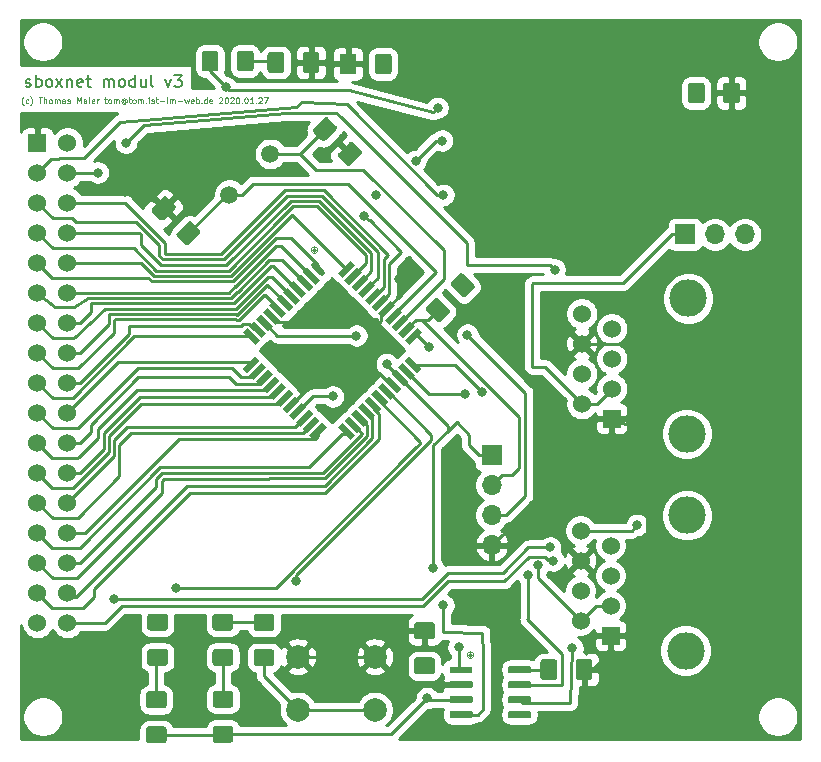
<source format=gbr>
%TF.GenerationSoftware,KiCad,Pcbnew,5.1.5-52549c5~84~ubuntu18.04.1*%
%TF.CreationDate,2020-01-27T10:34:20+01:00*%
%TF.ProjectId,sboxnet-modul,73626f78-6e65-4742-9d6d-6f64756c2e6b,rev?*%
%TF.SameCoordinates,Original*%
%TF.FileFunction,Copper,L1,Top*%
%TF.FilePolarity,Positive*%
%FSLAX46Y46*%
G04 Gerber Fmt 4.6, Leading zero omitted, Abs format (unit mm)*
G04 Created by KiCad (PCBNEW 5.1.5-52549c5~84~ubuntu18.04.1) date 2020-01-27 10:34:20*
%MOMM*%
%LPD*%
G04 APERTURE LIST*
%ADD10C,0.100000*%
%ADD11C,0.150000*%
%ADD12C,3.170000*%
%ADD13R,1.524000X1.524000*%
%ADD14C,1.524000*%
%ADD15O,1.700000X1.700000*%
%ADD16R,1.700000X1.700000*%
%ADD17C,0.550000*%
%ADD18C,1.500000*%
%ADD19R,1.950000X0.600000*%
%ADD20C,2.000000*%
%ADD21C,0.800000*%
%ADD22C,0.250000*%
%ADD23C,0.254000*%
G04 APERTURE END LIST*
D10*
X125378981Y-123063000D02*
G75*
G03X125378981Y-123063000I-283981J0D01*
G01*
D11*
X125222000Y-123063000D02*
G75*
G03X125222000Y-123063000I-127000J0D01*
G01*
X112014000Y-88773000D02*
G75*
G03X112014000Y-88773000I-127000J0D01*
G01*
D10*
X112170981Y-88773000D02*
G75*
G03X112170981Y-88773000I-283981J0D01*
G01*
X87261904Y-76516666D02*
X87238095Y-76492857D01*
X87190476Y-76421428D01*
X87166666Y-76373809D01*
X87142857Y-76302380D01*
X87119047Y-76183333D01*
X87119047Y-76088095D01*
X87142857Y-75969047D01*
X87166666Y-75897619D01*
X87190476Y-75850000D01*
X87238095Y-75778571D01*
X87261904Y-75754761D01*
X87666666Y-76302380D02*
X87619047Y-76326190D01*
X87523809Y-76326190D01*
X87476190Y-76302380D01*
X87452380Y-76278571D01*
X87428571Y-76230952D01*
X87428571Y-76088095D01*
X87452380Y-76040476D01*
X87476190Y-76016666D01*
X87523809Y-75992857D01*
X87619047Y-75992857D01*
X87666666Y-76016666D01*
X87833333Y-76516666D02*
X87857142Y-76492857D01*
X87904761Y-76421428D01*
X87928571Y-76373809D01*
X87952380Y-76302380D01*
X87976190Y-76183333D01*
X87976190Y-76088095D01*
X87952380Y-75969047D01*
X87928571Y-75897619D01*
X87904761Y-75850000D01*
X87857142Y-75778571D01*
X87833333Y-75754761D01*
X88523809Y-75826190D02*
X88809523Y-75826190D01*
X88666666Y-76326190D02*
X88666666Y-75826190D01*
X88976190Y-76326190D02*
X88976190Y-75826190D01*
X89190476Y-76326190D02*
X89190476Y-76064285D01*
X89166666Y-76016666D01*
X89119047Y-75992857D01*
X89047619Y-75992857D01*
X89000000Y-76016666D01*
X88976190Y-76040476D01*
X89500000Y-76326190D02*
X89452380Y-76302380D01*
X89428571Y-76278571D01*
X89404761Y-76230952D01*
X89404761Y-76088095D01*
X89428571Y-76040476D01*
X89452380Y-76016666D01*
X89500000Y-75992857D01*
X89571428Y-75992857D01*
X89619047Y-76016666D01*
X89642857Y-76040476D01*
X89666666Y-76088095D01*
X89666666Y-76230952D01*
X89642857Y-76278571D01*
X89619047Y-76302380D01*
X89571428Y-76326190D01*
X89500000Y-76326190D01*
X89880952Y-76326190D02*
X89880952Y-75992857D01*
X89880952Y-76040476D02*
X89904761Y-76016666D01*
X89952380Y-75992857D01*
X90023809Y-75992857D01*
X90071428Y-76016666D01*
X90095238Y-76064285D01*
X90095238Y-76326190D01*
X90095238Y-76064285D02*
X90119047Y-76016666D01*
X90166666Y-75992857D01*
X90238095Y-75992857D01*
X90285714Y-76016666D01*
X90309523Y-76064285D01*
X90309523Y-76326190D01*
X90761904Y-76326190D02*
X90761904Y-76064285D01*
X90738095Y-76016666D01*
X90690476Y-75992857D01*
X90595238Y-75992857D01*
X90547619Y-76016666D01*
X90761904Y-76302380D02*
X90714285Y-76326190D01*
X90595238Y-76326190D01*
X90547619Y-76302380D01*
X90523809Y-76254761D01*
X90523809Y-76207142D01*
X90547619Y-76159523D01*
X90595238Y-76135714D01*
X90714285Y-76135714D01*
X90761904Y-76111904D01*
X90976190Y-76302380D02*
X91023809Y-76326190D01*
X91119047Y-76326190D01*
X91166666Y-76302380D01*
X91190476Y-76254761D01*
X91190476Y-76230952D01*
X91166666Y-76183333D01*
X91119047Y-76159523D01*
X91047619Y-76159523D01*
X91000000Y-76135714D01*
X90976190Y-76088095D01*
X90976190Y-76064285D01*
X91000000Y-76016666D01*
X91047619Y-75992857D01*
X91119047Y-75992857D01*
X91166666Y-76016666D01*
X91785714Y-76326190D02*
X91785714Y-75826190D01*
X91952380Y-76183333D01*
X92119047Y-75826190D01*
X92119047Y-76326190D01*
X92571428Y-76326190D02*
X92571428Y-76064285D01*
X92547619Y-76016666D01*
X92500000Y-75992857D01*
X92404761Y-75992857D01*
X92357142Y-76016666D01*
X92571428Y-76302380D02*
X92523809Y-76326190D01*
X92404761Y-76326190D01*
X92357142Y-76302380D01*
X92333333Y-76254761D01*
X92333333Y-76207142D01*
X92357142Y-76159523D01*
X92404761Y-76135714D01*
X92523809Y-76135714D01*
X92571428Y-76111904D01*
X92809523Y-76326190D02*
X92809523Y-75992857D01*
X92809523Y-75826190D02*
X92785714Y-75850000D01*
X92809523Y-75873809D01*
X92833333Y-75850000D01*
X92809523Y-75826190D01*
X92809523Y-75873809D01*
X93238095Y-76302380D02*
X93190476Y-76326190D01*
X93095238Y-76326190D01*
X93047619Y-76302380D01*
X93023809Y-76254761D01*
X93023809Y-76064285D01*
X93047619Y-76016666D01*
X93095238Y-75992857D01*
X93190476Y-75992857D01*
X93238095Y-76016666D01*
X93261904Y-76064285D01*
X93261904Y-76111904D01*
X93023809Y-76159523D01*
X93476190Y-76326190D02*
X93476190Y-75992857D01*
X93476190Y-76088095D02*
X93500000Y-76040476D01*
X93523809Y-76016666D01*
X93571428Y-75992857D01*
X93619047Y-75992857D01*
X94095238Y-75992857D02*
X94285714Y-75992857D01*
X94166666Y-75826190D02*
X94166666Y-76254761D01*
X94190476Y-76302380D01*
X94238095Y-76326190D01*
X94285714Y-76326190D01*
X94523809Y-76326190D02*
X94476190Y-76302380D01*
X94452380Y-76278571D01*
X94428571Y-76230952D01*
X94428571Y-76088095D01*
X94452380Y-76040476D01*
X94476190Y-76016666D01*
X94523809Y-75992857D01*
X94595238Y-75992857D01*
X94642857Y-76016666D01*
X94666666Y-76040476D01*
X94690476Y-76088095D01*
X94690476Y-76230952D01*
X94666666Y-76278571D01*
X94642857Y-76302380D01*
X94595238Y-76326190D01*
X94523809Y-76326190D01*
X94904761Y-76326190D02*
X94904761Y-75992857D01*
X94904761Y-76040476D02*
X94928571Y-76016666D01*
X94976190Y-75992857D01*
X95047619Y-75992857D01*
X95095238Y-76016666D01*
X95119047Y-76064285D01*
X95119047Y-76326190D01*
X95119047Y-76064285D02*
X95142857Y-76016666D01*
X95190476Y-75992857D01*
X95261904Y-75992857D01*
X95309523Y-76016666D01*
X95333333Y-76064285D01*
X95333333Y-76326190D01*
X95880952Y-76088095D02*
X95857142Y-76064285D01*
X95809523Y-76040476D01*
X95761904Y-76040476D01*
X95714285Y-76064285D01*
X95690476Y-76088095D01*
X95666666Y-76135714D01*
X95666666Y-76183333D01*
X95690476Y-76230952D01*
X95714285Y-76254761D01*
X95761904Y-76278571D01*
X95809523Y-76278571D01*
X95857142Y-76254761D01*
X95880952Y-76230952D01*
X95880952Y-76040476D02*
X95880952Y-76230952D01*
X95904761Y-76254761D01*
X95928571Y-76254761D01*
X95976190Y-76230952D01*
X96000000Y-76183333D01*
X96000000Y-76064285D01*
X95952380Y-75992857D01*
X95880952Y-75945238D01*
X95785714Y-75921428D01*
X95690476Y-75945238D01*
X95619047Y-75992857D01*
X95571428Y-76064285D01*
X95547619Y-76159523D01*
X95571428Y-76254761D01*
X95619047Y-76326190D01*
X95690476Y-76373809D01*
X95785714Y-76397619D01*
X95880952Y-76373809D01*
X95952380Y-76326190D01*
X96142857Y-75992857D02*
X96333333Y-75992857D01*
X96214285Y-75826190D02*
X96214285Y-76254761D01*
X96238095Y-76302380D01*
X96285714Y-76326190D01*
X96333333Y-76326190D01*
X96571428Y-76326190D02*
X96523809Y-76302380D01*
X96500000Y-76278571D01*
X96476190Y-76230952D01*
X96476190Y-76088095D01*
X96500000Y-76040476D01*
X96523809Y-76016666D01*
X96571428Y-75992857D01*
X96642857Y-75992857D01*
X96690476Y-76016666D01*
X96714285Y-76040476D01*
X96738095Y-76088095D01*
X96738095Y-76230952D01*
X96714285Y-76278571D01*
X96690476Y-76302380D01*
X96642857Y-76326190D01*
X96571428Y-76326190D01*
X96952380Y-76326190D02*
X96952380Y-75992857D01*
X96952380Y-76040476D02*
X96976190Y-76016666D01*
X97023809Y-75992857D01*
X97095238Y-75992857D01*
X97142857Y-76016666D01*
X97166666Y-76064285D01*
X97166666Y-76326190D01*
X97166666Y-76064285D02*
X97190476Y-76016666D01*
X97238095Y-75992857D01*
X97309523Y-75992857D01*
X97357142Y-76016666D01*
X97380952Y-76064285D01*
X97380952Y-76326190D01*
X97619047Y-76278571D02*
X97642857Y-76302380D01*
X97619047Y-76326190D01*
X97595238Y-76302380D01*
X97619047Y-76278571D01*
X97619047Y-76326190D01*
X97857142Y-76326190D02*
X97857142Y-75992857D01*
X97857142Y-75826190D02*
X97833333Y-75850000D01*
X97857142Y-75873809D01*
X97880952Y-75850000D01*
X97857142Y-75826190D01*
X97857142Y-75873809D01*
X98071428Y-76302380D02*
X98119047Y-76326190D01*
X98214285Y-76326190D01*
X98261904Y-76302380D01*
X98285714Y-76254761D01*
X98285714Y-76230952D01*
X98261904Y-76183333D01*
X98214285Y-76159523D01*
X98142857Y-76159523D01*
X98095238Y-76135714D01*
X98071428Y-76088095D01*
X98071428Y-76064285D01*
X98095238Y-76016666D01*
X98142857Y-75992857D01*
X98214285Y-75992857D01*
X98261904Y-76016666D01*
X98428571Y-75992857D02*
X98619047Y-75992857D01*
X98500000Y-75826190D02*
X98500000Y-76254761D01*
X98523809Y-76302380D01*
X98571428Y-76326190D01*
X98619047Y-76326190D01*
X98785714Y-76135714D02*
X99166666Y-76135714D01*
X99404761Y-76326190D02*
X99404761Y-75992857D01*
X99404761Y-75826190D02*
X99380952Y-75850000D01*
X99404761Y-75873809D01*
X99428571Y-75850000D01*
X99404761Y-75826190D01*
X99404761Y-75873809D01*
X99642857Y-76326190D02*
X99642857Y-75992857D01*
X99642857Y-76040476D02*
X99666666Y-76016666D01*
X99714285Y-75992857D01*
X99785714Y-75992857D01*
X99833333Y-76016666D01*
X99857142Y-76064285D01*
X99857142Y-76326190D01*
X99857142Y-76064285D02*
X99880952Y-76016666D01*
X99928571Y-75992857D01*
X100000000Y-75992857D01*
X100047619Y-76016666D01*
X100071428Y-76064285D01*
X100071428Y-76326190D01*
X100309523Y-76135714D02*
X100690476Y-76135714D01*
X100880952Y-75992857D02*
X100976190Y-76326190D01*
X101071428Y-76088095D01*
X101166666Y-76326190D01*
X101261904Y-75992857D01*
X101642857Y-76302380D02*
X101595238Y-76326190D01*
X101500000Y-76326190D01*
X101452380Y-76302380D01*
X101428571Y-76254761D01*
X101428571Y-76064285D01*
X101452380Y-76016666D01*
X101500000Y-75992857D01*
X101595238Y-75992857D01*
X101642857Y-76016666D01*
X101666666Y-76064285D01*
X101666666Y-76111904D01*
X101428571Y-76159523D01*
X101880952Y-76326190D02*
X101880952Y-75826190D01*
X101880952Y-76016666D02*
X101928571Y-75992857D01*
X102023809Y-75992857D01*
X102071428Y-76016666D01*
X102095238Y-76040476D01*
X102119047Y-76088095D01*
X102119047Y-76230952D01*
X102095238Y-76278571D01*
X102071428Y-76302380D01*
X102023809Y-76326190D01*
X101928571Y-76326190D01*
X101880952Y-76302380D01*
X102333333Y-76278571D02*
X102357142Y-76302380D01*
X102333333Y-76326190D01*
X102309523Y-76302380D01*
X102333333Y-76278571D01*
X102333333Y-76326190D01*
X102785714Y-76326190D02*
X102785714Y-75826190D01*
X102785714Y-76302380D02*
X102738095Y-76326190D01*
X102642857Y-76326190D01*
X102595238Y-76302380D01*
X102571428Y-76278571D01*
X102547619Y-76230952D01*
X102547619Y-76088095D01*
X102571428Y-76040476D01*
X102595238Y-76016666D01*
X102642857Y-75992857D01*
X102738095Y-75992857D01*
X102785714Y-76016666D01*
X103214285Y-76302380D02*
X103166666Y-76326190D01*
X103071428Y-76326190D01*
X103023809Y-76302380D01*
X103000000Y-76254761D01*
X103000000Y-76064285D01*
X103023809Y-76016666D01*
X103071428Y-75992857D01*
X103166666Y-75992857D01*
X103214285Y-76016666D01*
X103238095Y-76064285D01*
X103238095Y-76111904D01*
X103000000Y-76159523D01*
X103809523Y-75873809D02*
X103833333Y-75850000D01*
X103880952Y-75826190D01*
X104000000Y-75826190D01*
X104047619Y-75850000D01*
X104071428Y-75873809D01*
X104095238Y-75921428D01*
X104095238Y-75969047D01*
X104071428Y-76040476D01*
X103785714Y-76326190D01*
X104095238Y-76326190D01*
X104404761Y-75826190D02*
X104452380Y-75826190D01*
X104500000Y-75850000D01*
X104523809Y-75873809D01*
X104547619Y-75921428D01*
X104571428Y-76016666D01*
X104571428Y-76135714D01*
X104547619Y-76230952D01*
X104523809Y-76278571D01*
X104500000Y-76302380D01*
X104452380Y-76326190D01*
X104404761Y-76326190D01*
X104357142Y-76302380D01*
X104333333Y-76278571D01*
X104309523Y-76230952D01*
X104285714Y-76135714D01*
X104285714Y-76016666D01*
X104309523Y-75921428D01*
X104333333Y-75873809D01*
X104357142Y-75850000D01*
X104404761Y-75826190D01*
X104761904Y-75873809D02*
X104785714Y-75850000D01*
X104833333Y-75826190D01*
X104952380Y-75826190D01*
X105000000Y-75850000D01*
X105023809Y-75873809D01*
X105047619Y-75921428D01*
X105047619Y-75969047D01*
X105023809Y-76040476D01*
X104738095Y-76326190D01*
X105047619Y-76326190D01*
X105357142Y-75826190D02*
X105404761Y-75826190D01*
X105452380Y-75850000D01*
X105476190Y-75873809D01*
X105500000Y-75921428D01*
X105523809Y-76016666D01*
X105523809Y-76135714D01*
X105500000Y-76230952D01*
X105476190Y-76278571D01*
X105452380Y-76302380D01*
X105404761Y-76326190D01*
X105357142Y-76326190D01*
X105309523Y-76302380D01*
X105285714Y-76278571D01*
X105261904Y-76230952D01*
X105238095Y-76135714D01*
X105238095Y-76016666D01*
X105261904Y-75921428D01*
X105285714Y-75873809D01*
X105309523Y-75850000D01*
X105357142Y-75826190D01*
X105738095Y-76278571D02*
X105761904Y-76302380D01*
X105738095Y-76326190D01*
X105714285Y-76302380D01*
X105738095Y-76278571D01*
X105738095Y-76326190D01*
X106071428Y-75826190D02*
X106119047Y-75826190D01*
X106166666Y-75850000D01*
X106190476Y-75873809D01*
X106214285Y-75921428D01*
X106238095Y-76016666D01*
X106238095Y-76135714D01*
X106214285Y-76230952D01*
X106190476Y-76278571D01*
X106166666Y-76302380D01*
X106119047Y-76326190D01*
X106071428Y-76326190D01*
X106023809Y-76302380D01*
X106000000Y-76278571D01*
X105976190Y-76230952D01*
X105952380Y-76135714D01*
X105952380Y-76016666D01*
X105976190Y-75921428D01*
X106000000Y-75873809D01*
X106023809Y-75850000D01*
X106071428Y-75826190D01*
X106714285Y-76326190D02*
X106428571Y-76326190D01*
X106571428Y-76326190D02*
X106571428Y-75826190D01*
X106523809Y-75897619D01*
X106476190Y-75945238D01*
X106428571Y-75969047D01*
X106928571Y-76278571D02*
X106952380Y-76302380D01*
X106928571Y-76326190D01*
X106904761Y-76302380D01*
X106928571Y-76278571D01*
X106928571Y-76326190D01*
X107142857Y-75873809D02*
X107166666Y-75850000D01*
X107214285Y-75826190D01*
X107333333Y-75826190D01*
X107380952Y-75850000D01*
X107404761Y-75873809D01*
X107428571Y-75921428D01*
X107428571Y-75969047D01*
X107404761Y-76040476D01*
X107119047Y-76326190D01*
X107428571Y-76326190D01*
X107595238Y-75826190D02*
X107928571Y-75826190D01*
X107714285Y-76326190D01*
D11*
X87454761Y-74914761D02*
X87550000Y-74962380D01*
X87740476Y-74962380D01*
X87835714Y-74914761D01*
X87883333Y-74819523D01*
X87883333Y-74771904D01*
X87835714Y-74676666D01*
X87740476Y-74629047D01*
X87597619Y-74629047D01*
X87502380Y-74581428D01*
X87454761Y-74486190D01*
X87454761Y-74438571D01*
X87502380Y-74343333D01*
X87597619Y-74295714D01*
X87740476Y-74295714D01*
X87835714Y-74343333D01*
X88311904Y-74962380D02*
X88311904Y-73962380D01*
X88311904Y-74343333D02*
X88407142Y-74295714D01*
X88597619Y-74295714D01*
X88692857Y-74343333D01*
X88740476Y-74390952D01*
X88788095Y-74486190D01*
X88788095Y-74771904D01*
X88740476Y-74867142D01*
X88692857Y-74914761D01*
X88597619Y-74962380D01*
X88407142Y-74962380D01*
X88311904Y-74914761D01*
X89359523Y-74962380D02*
X89264285Y-74914761D01*
X89216666Y-74867142D01*
X89169047Y-74771904D01*
X89169047Y-74486190D01*
X89216666Y-74390952D01*
X89264285Y-74343333D01*
X89359523Y-74295714D01*
X89502380Y-74295714D01*
X89597619Y-74343333D01*
X89645238Y-74390952D01*
X89692857Y-74486190D01*
X89692857Y-74771904D01*
X89645238Y-74867142D01*
X89597619Y-74914761D01*
X89502380Y-74962380D01*
X89359523Y-74962380D01*
X90026190Y-74962380D02*
X90550000Y-74295714D01*
X90026190Y-74295714D02*
X90550000Y-74962380D01*
X90930952Y-74295714D02*
X90930952Y-74962380D01*
X90930952Y-74390952D02*
X90978571Y-74343333D01*
X91073809Y-74295714D01*
X91216666Y-74295714D01*
X91311904Y-74343333D01*
X91359523Y-74438571D01*
X91359523Y-74962380D01*
X92216666Y-74914761D02*
X92121428Y-74962380D01*
X91930952Y-74962380D01*
X91835714Y-74914761D01*
X91788095Y-74819523D01*
X91788095Y-74438571D01*
X91835714Y-74343333D01*
X91930952Y-74295714D01*
X92121428Y-74295714D01*
X92216666Y-74343333D01*
X92264285Y-74438571D01*
X92264285Y-74533809D01*
X91788095Y-74629047D01*
X92550000Y-74295714D02*
X92930952Y-74295714D01*
X92692857Y-73962380D02*
X92692857Y-74819523D01*
X92740476Y-74914761D01*
X92835714Y-74962380D01*
X92930952Y-74962380D01*
X94026190Y-74962380D02*
X94026190Y-74295714D01*
X94026190Y-74390952D02*
X94073809Y-74343333D01*
X94169047Y-74295714D01*
X94311904Y-74295714D01*
X94407142Y-74343333D01*
X94454761Y-74438571D01*
X94454761Y-74962380D01*
X94454761Y-74438571D02*
X94502380Y-74343333D01*
X94597619Y-74295714D01*
X94740476Y-74295714D01*
X94835714Y-74343333D01*
X94883333Y-74438571D01*
X94883333Y-74962380D01*
X95502380Y-74962380D02*
X95407142Y-74914761D01*
X95359523Y-74867142D01*
X95311904Y-74771904D01*
X95311904Y-74486190D01*
X95359523Y-74390952D01*
X95407142Y-74343333D01*
X95502380Y-74295714D01*
X95645238Y-74295714D01*
X95740476Y-74343333D01*
X95788095Y-74390952D01*
X95835714Y-74486190D01*
X95835714Y-74771904D01*
X95788095Y-74867142D01*
X95740476Y-74914761D01*
X95645238Y-74962380D01*
X95502380Y-74962380D01*
X96692857Y-74962380D02*
X96692857Y-73962380D01*
X96692857Y-74914761D02*
X96597619Y-74962380D01*
X96407142Y-74962380D01*
X96311904Y-74914761D01*
X96264285Y-74867142D01*
X96216666Y-74771904D01*
X96216666Y-74486190D01*
X96264285Y-74390952D01*
X96311904Y-74343333D01*
X96407142Y-74295714D01*
X96597619Y-74295714D01*
X96692857Y-74343333D01*
X97597619Y-74295714D02*
X97597619Y-74962380D01*
X97169047Y-74295714D02*
X97169047Y-74819523D01*
X97216666Y-74914761D01*
X97311904Y-74962380D01*
X97454761Y-74962380D01*
X97550000Y-74914761D01*
X97597619Y-74867142D01*
X98216666Y-74962380D02*
X98121428Y-74914761D01*
X98073809Y-74819523D01*
X98073809Y-73962380D01*
X99264285Y-74295714D02*
X99502380Y-74962380D01*
X99740476Y-74295714D01*
X100026190Y-73962380D02*
X100645238Y-73962380D01*
X100311904Y-74343333D01*
X100454761Y-74343333D01*
X100550000Y-74390952D01*
X100597619Y-74438571D01*
X100645238Y-74533809D01*
X100645238Y-74771904D01*
X100597619Y-74867142D01*
X100550000Y-74914761D01*
X100454761Y-74962380D01*
X100169047Y-74962380D01*
X100073809Y-74914761D01*
X100026190Y-74867142D01*
D12*
X143534460Y-92850000D03*
X143410000Y-104315000D03*
D13*
X137060000Y-103040000D03*
D14*
X134520000Y-101770000D03*
X137060000Y-100500000D03*
X134520000Y-99230000D03*
X137060000Y-97960000D03*
X137060000Y-95420000D03*
X134520000Y-96695000D03*
X134520000Y-94155000D03*
D15*
X148320000Y-87440000D03*
X145780000Y-87440000D03*
D16*
X143240000Y-87440000D03*
D12*
X143431260Y-111217000D03*
X143306800Y-122682000D03*
D13*
X136956800Y-121407000D03*
D14*
X134416800Y-120137000D03*
X136956800Y-118867000D03*
X134416800Y-117597000D03*
X136956800Y-116327000D03*
X136956800Y-113787000D03*
X134416800Y-115062000D03*
X134416800Y-112522000D03*
%TA.AperFunction,SMDPad,CuDef*%
D10*
G36*
X132222504Y-123408404D02*
G01*
X132246773Y-123412004D01*
X132270571Y-123417965D01*
X132293671Y-123426230D01*
X132315849Y-123436720D01*
X132336893Y-123449333D01*
X132356598Y-123463947D01*
X132374777Y-123480423D01*
X132391253Y-123498602D01*
X132405867Y-123518307D01*
X132418480Y-123539351D01*
X132428970Y-123561529D01*
X132437235Y-123584629D01*
X132443196Y-123608427D01*
X132446796Y-123632696D01*
X132448000Y-123657200D01*
X132448000Y-124907200D01*
X132446796Y-124931704D01*
X132443196Y-124955973D01*
X132437235Y-124979771D01*
X132428970Y-125002871D01*
X132418480Y-125025049D01*
X132405867Y-125046093D01*
X132391253Y-125065798D01*
X132374777Y-125083977D01*
X132356598Y-125100453D01*
X132336893Y-125115067D01*
X132315849Y-125127680D01*
X132293671Y-125138170D01*
X132270571Y-125146435D01*
X132246773Y-125152396D01*
X132222504Y-125155996D01*
X132198000Y-125157200D01*
X131273000Y-125157200D01*
X131248496Y-125155996D01*
X131224227Y-125152396D01*
X131200429Y-125146435D01*
X131177329Y-125138170D01*
X131155151Y-125127680D01*
X131134107Y-125115067D01*
X131114402Y-125100453D01*
X131096223Y-125083977D01*
X131079747Y-125065798D01*
X131065133Y-125046093D01*
X131052520Y-125025049D01*
X131042030Y-125002871D01*
X131033765Y-124979771D01*
X131027804Y-124955973D01*
X131024204Y-124931704D01*
X131023000Y-124907200D01*
X131023000Y-123657200D01*
X131024204Y-123632696D01*
X131027804Y-123608427D01*
X131033765Y-123584629D01*
X131042030Y-123561529D01*
X131052520Y-123539351D01*
X131065133Y-123518307D01*
X131079747Y-123498602D01*
X131096223Y-123480423D01*
X131114402Y-123463947D01*
X131134107Y-123449333D01*
X131155151Y-123436720D01*
X131177329Y-123426230D01*
X131200429Y-123417965D01*
X131224227Y-123412004D01*
X131248496Y-123408404D01*
X131273000Y-123407200D01*
X132198000Y-123407200D01*
X132222504Y-123408404D01*
G37*
%TD.AperFunction*%
%TA.AperFunction,SMDPad,CuDef*%
G36*
X135197504Y-123408404D02*
G01*
X135221773Y-123412004D01*
X135245571Y-123417965D01*
X135268671Y-123426230D01*
X135290849Y-123436720D01*
X135311893Y-123449333D01*
X135331598Y-123463947D01*
X135349777Y-123480423D01*
X135366253Y-123498602D01*
X135380867Y-123518307D01*
X135393480Y-123539351D01*
X135403970Y-123561529D01*
X135412235Y-123584629D01*
X135418196Y-123608427D01*
X135421796Y-123632696D01*
X135423000Y-123657200D01*
X135423000Y-124907200D01*
X135421796Y-124931704D01*
X135418196Y-124955973D01*
X135412235Y-124979771D01*
X135403970Y-125002871D01*
X135393480Y-125025049D01*
X135380867Y-125046093D01*
X135366253Y-125065798D01*
X135349777Y-125083977D01*
X135331598Y-125100453D01*
X135311893Y-125115067D01*
X135290849Y-125127680D01*
X135268671Y-125138170D01*
X135245571Y-125146435D01*
X135221773Y-125152396D01*
X135197504Y-125155996D01*
X135173000Y-125157200D01*
X134248000Y-125157200D01*
X134223496Y-125155996D01*
X134199227Y-125152396D01*
X134175429Y-125146435D01*
X134152329Y-125138170D01*
X134130151Y-125127680D01*
X134109107Y-125115067D01*
X134089402Y-125100453D01*
X134071223Y-125083977D01*
X134054747Y-125065798D01*
X134040133Y-125046093D01*
X134027520Y-125025049D01*
X134017030Y-125002871D01*
X134008765Y-124979771D01*
X134002804Y-124955973D01*
X133999204Y-124931704D01*
X133998000Y-124907200D01*
X133998000Y-123657200D01*
X133999204Y-123632696D01*
X134002804Y-123608427D01*
X134008765Y-123584629D01*
X134017030Y-123561529D01*
X134027520Y-123539351D01*
X134040133Y-123518307D01*
X134054747Y-123498602D01*
X134071223Y-123480423D01*
X134089402Y-123463947D01*
X134109107Y-123449333D01*
X134130151Y-123436720D01*
X134152329Y-123426230D01*
X134175429Y-123417965D01*
X134199227Y-123412004D01*
X134223496Y-123408404D01*
X134248000Y-123407200D01*
X135173000Y-123407200D01*
X135197504Y-123408404D01*
G37*
%TD.AperFunction*%
%TA.AperFunction,SMDPad,CuDef*%
G36*
X114251806Y-91122448D02*
G01*
X113862898Y-90733540D01*
X114923558Y-89672880D01*
X115312466Y-90061788D01*
X114251806Y-91122448D01*
G37*
%TD.AperFunction*%
%TA.AperFunction,SMDPad,CuDef*%
G36*
X114817491Y-91688134D02*
G01*
X114428583Y-91299226D01*
X115489243Y-90238566D01*
X115878151Y-90627474D01*
X114817491Y-91688134D01*
G37*
%TD.AperFunction*%
%TA.AperFunction,SMDPad,CuDef*%
G36*
X115383176Y-92253819D02*
G01*
X114994268Y-91864911D01*
X116054928Y-90804251D01*
X116443836Y-91193159D01*
X115383176Y-92253819D01*
G37*
%TD.AperFunction*%
%TA.AperFunction,SMDPad,CuDef*%
G36*
X115948862Y-92819504D02*
G01*
X115559954Y-92430596D01*
X116620614Y-91369936D01*
X117009522Y-91758844D01*
X115948862Y-92819504D01*
G37*
%TD.AperFunction*%
%TA.AperFunction,SMDPad,CuDef*%
G36*
X116514547Y-93385190D02*
G01*
X116125639Y-92996282D01*
X117186299Y-91935622D01*
X117575207Y-92324530D01*
X116514547Y-93385190D01*
G37*
%TD.AperFunction*%
%TA.AperFunction,SMDPad,CuDef*%
G36*
X117080233Y-93950875D02*
G01*
X116691325Y-93561967D01*
X117751985Y-92501307D01*
X118140893Y-92890215D01*
X117080233Y-93950875D01*
G37*
%TD.AperFunction*%
%TA.AperFunction,SMDPad,CuDef*%
G36*
X117645918Y-94516561D02*
G01*
X117257010Y-94127653D01*
X118317670Y-93066993D01*
X118706578Y-93455901D01*
X117645918Y-94516561D01*
G37*
%TD.AperFunction*%
%TA.AperFunction,SMDPad,CuDef*%
G36*
X118211604Y-95082246D02*
G01*
X117822696Y-94693338D01*
X118883356Y-93632678D01*
X119272264Y-94021586D01*
X118211604Y-95082246D01*
G37*
%TD.AperFunction*%
%TA.AperFunction,SMDPad,CuDef*%
G36*
X118777289Y-95647932D02*
G01*
X118388381Y-95259024D01*
X119449041Y-94198364D01*
X119837949Y-94587272D01*
X118777289Y-95647932D01*
G37*
%TD.AperFunction*%
%TA.AperFunction,SMDPad,CuDef*%
G36*
X119342974Y-96213617D02*
G01*
X118954066Y-95824709D01*
X120014726Y-94764049D01*
X120403634Y-95152957D01*
X119342974Y-96213617D01*
G37*
%TD.AperFunction*%
%TA.AperFunction,SMDPad,CuDef*%
G36*
X119908660Y-96779302D02*
G01*
X119519752Y-96390394D01*
X120580412Y-95329734D01*
X120969320Y-95718642D01*
X119908660Y-96779302D01*
G37*
%TD.AperFunction*%
%TA.AperFunction,SMDPad,CuDef*%
G36*
X119519752Y-98122806D02*
G01*
X119908660Y-97733898D01*
X120969320Y-98794558D01*
X120580412Y-99183466D01*
X119519752Y-98122806D01*
G37*
%TD.AperFunction*%
%TA.AperFunction,SMDPad,CuDef*%
G36*
X118954066Y-98688491D02*
G01*
X119342974Y-98299583D01*
X120403634Y-99360243D01*
X120014726Y-99749151D01*
X118954066Y-98688491D01*
G37*
%TD.AperFunction*%
%TA.AperFunction,SMDPad,CuDef*%
G36*
X118388381Y-99254176D02*
G01*
X118777289Y-98865268D01*
X119837949Y-99925928D01*
X119449041Y-100314836D01*
X118388381Y-99254176D01*
G37*
%TD.AperFunction*%
%TA.AperFunction,SMDPad,CuDef*%
G36*
X117822696Y-99819862D02*
G01*
X118211604Y-99430954D01*
X119272264Y-100491614D01*
X118883356Y-100880522D01*
X117822696Y-99819862D01*
G37*
%TD.AperFunction*%
%TA.AperFunction,SMDPad,CuDef*%
G36*
X117257010Y-100385547D02*
G01*
X117645918Y-99996639D01*
X118706578Y-101057299D01*
X118317670Y-101446207D01*
X117257010Y-100385547D01*
G37*
%TD.AperFunction*%
%TA.AperFunction,SMDPad,CuDef*%
G36*
X116691325Y-100951233D02*
G01*
X117080233Y-100562325D01*
X118140893Y-101622985D01*
X117751985Y-102011893D01*
X116691325Y-100951233D01*
G37*
%TD.AperFunction*%
%TA.AperFunction,SMDPad,CuDef*%
G36*
X116125639Y-101516918D02*
G01*
X116514547Y-101128010D01*
X117575207Y-102188670D01*
X117186299Y-102577578D01*
X116125639Y-101516918D01*
G37*
%TD.AperFunction*%
%TA.AperFunction,SMDPad,CuDef*%
G36*
X115559954Y-102082604D02*
G01*
X115948862Y-101693696D01*
X117009522Y-102754356D01*
X116620614Y-103143264D01*
X115559954Y-102082604D01*
G37*
%TD.AperFunction*%
%TA.AperFunction,SMDPad,CuDef*%
G36*
X114994268Y-102648289D02*
G01*
X115383176Y-102259381D01*
X116443836Y-103320041D01*
X116054928Y-103708949D01*
X114994268Y-102648289D01*
G37*
%TD.AperFunction*%
%TA.AperFunction,SMDPad,CuDef*%
G36*
X114428583Y-103213974D02*
G01*
X114817491Y-102825066D01*
X115878151Y-103885726D01*
X115489243Y-104274634D01*
X114428583Y-103213974D01*
G37*
%TD.AperFunction*%
%TA.AperFunction,SMDPad,CuDef*%
G36*
X113862898Y-103779660D02*
G01*
X114251806Y-103390752D01*
X115312466Y-104451412D01*
X114923558Y-104840320D01*
X113862898Y-103779660D01*
G37*
%TD.AperFunction*%
%TA.AperFunction,SMDPad,CuDef*%
G36*
X111847642Y-104840320D02*
G01*
X111458734Y-104451412D01*
X112519394Y-103390752D01*
X112908302Y-103779660D01*
X111847642Y-104840320D01*
G37*
%TD.AperFunction*%
%TA.AperFunction,SMDPad,CuDef*%
G36*
X111281957Y-104274634D02*
G01*
X110893049Y-103885726D01*
X111953709Y-102825066D01*
X112342617Y-103213974D01*
X111281957Y-104274634D01*
G37*
%TD.AperFunction*%
%TA.AperFunction,SMDPad,CuDef*%
G36*
X110716272Y-103708949D02*
G01*
X110327364Y-103320041D01*
X111388024Y-102259381D01*
X111776932Y-102648289D01*
X110716272Y-103708949D01*
G37*
%TD.AperFunction*%
%TA.AperFunction,SMDPad,CuDef*%
G36*
X110150586Y-103143264D02*
G01*
X109761678Y-102754356D01*
X110822338Y-101693696D01*
X111211246Y-102082604D01*
X110150586Y-103143264D01*
G37*
%TD.AperFunction*%
%TA.AperFunction,SMDPad,CuDef*%
G36*
X109584901Y-102577578D02*
G01*
X109195993Y-102188670D01*
X110256653Y-101128010D01*
X110645561Y-101516918D01*
X109584901Y-102577578D01*
G37*
%TD.AperFunction*%
%TA.AperFunction,SMDPad,CuDef*%
G36*
X109019215Y-102011893D02*
G01*
X108630307Y-101622985D01*
X109690967Y-100562325D01*
X110079875Y-100951233D01*
X109019215Y-102011893D01*
G37*
%TD.AperFunction*%
%TA.AperFunction,SMDPad,CuDef*%
G36*
X108453530Y-101446207D02*
G01*
X108064622Y-101057299D01*
X109125282Y-99996639D01*
X109514190Y-100385547D01*
X108453530Y-101446207D01*
G37*
%TD.AperFunction*%
%TA.AperFunction,SMDPad,CuDef*%
G36*
X107887844Y-100880522D02*
G01*
X107498936Y-100491614D01*
X108559596Y-99430954D01*
X108948504Y-99819862D01*
X107887844Y-100880522D01*
G37*
%TD.AperFunction*%
%TA.AperFunction,SMDPad,CuDef*%
G36*
X107322159Y-100314836D02*
G01*
X106933251Y-99925928D01*
X107993911Y-98865268D01*
X108382819Y-99254176D01*
X107322159Y-100314836D01*
G37*
%TD.AperFunction*%
%TA.AperFunction,SMDPad,CuDef*%
G36*
X106756474Y-99749151D02*
G01*
X106367566Y-99360243D01*
X107428226Y-98299583D01*
X107817134Y-98688491D01*
X106756474Y-99749151D01*
G37*
%TD.AperFunction*%
%TA.AperFunction,SMDPad,CuDef*%
G36*
X106190788Y-99183466D02*
G01*
X105801880Y-98794558D01*
X106862540Y-97733898D01*
X107251448Y-98122806D01*
X106190788Y-99183466D01*
G37*
%TD.AperFunction*%
%TA.AperFunction,SMDPad,CuDef*%
G36*
X105801880Y-95718642D02*
G01*
X106190788Y-95329734D01*
X107251448Y-96390394D01*
X106862540Y-96779302D01*
X105801880Y-95718642D01*
G37*
%TD.AperFunction*%
%TA.AperFunction,SMDPad,CuDef*%
G36*
X106367566Y-95152957D02*
G01*
X106756474Y-94764049D01*
X107817134Y-95824709D01*
X107428226Y-96213617D01*
X106367566Y-95152957D01*
G37*
%TD.AperFunction*%
%TA.AperFunction,SMDPad,CuDef*%
G36*
X106933251Y-94587272D02*
G01*
X107322159Y-94198364D01*
X108382819Y-95259024D01*
X107993911Y-95647932D01*
X106933251Y-94587272D01*
G37*
%TD.AperFunction*%
%TA.AperFunction,SMDPad,CuDef*%
G36*
X107498936Y-94021586D02*
G01*
X107887844Y-93632678D01*
X108948504Y-94693338D01*
X108559596Y-95082246D01*
X107498936Y-94021586D01*
G37*
%TD.AperFunction*%
%TA.AperFunction,SMDPad,CuDef*%
G36*
X108064622Y-93455901D02*
G01*
X108453530Y-93066993D01*
X109514190Y-94127653D01*
X109125282Y-94516561D01*
X108064622Y-93455901D01*
G37*
%TD.AperFunction*%
%TA.AperFunction,SMDPad,CuDef*%
G36*
X108630307Y-92890215D02*
G01*
X109019215Y-92501307D01*
X110079875Y-93561967D01*
X109690967Y-93950875D01*
X108630307Y-92890215D01*
G37*
%TD.AperFunction*%
%TA.AperFunction,SMDPad,CuDef*%
G36*
X109195993Y-92324530D02*
G01*
X109584901Y-91935622D01*
X110645561Y-92996282D01*
X110256653Y-93385190D01*
X109195993Y-92324530D01*
G37*
%TD.AperFunction*%
%TA.AperFunction,SMDPad,CuDef*%
G36*
X109761678Y-91758844D02*
G01*
X110150586Y-91369936D01*
X111211246Y-92430596D01*
X110822338Y-92819504D01*
X109761678Y-91758844D01*
G37*
%TD.AperFunction*%
%TA.AperFunction,SMDPad,CuDef*%
G36*
X110327364Y-91193159D02*
G01*
X110716272Y-90804251D01*
X111776932Y-91864911D01*
X111388024Y-92253819D01*
X110327364Y-91193159D01*
G37*
%TD.AperFunction*%
%TA.AperFunction,SMDPad,CuDef*%
G36*
X110893049Y-90627474D02*
G01*
X111281957Y-90238566D01*
X112342617Y-91299226D01*
X111953709Y-91688134D01*
X110893049Y-90627474D01*
G37*
%TD.AperFunction*%
D17*
X111847642Y-90061788D02*
X112519394Y-90733540D01*
D18*
X108140681Y-80619319D03*
X104690000Y-84070000D03*
%TA.AperFunction,SMDPad,CuDef*%
D10*
G36*
X115011230Y-79604046D02*
G01*
X115035499Y-79607646D01*
X115059297Y-79613607D01*
X115082397Y-79621872D01*
X115104575Y-79632362D01*
X115125619Y-79644975D01*
X115145324Y-79659589D01*
X115163503Y-79676065D01*
X115817577Y-80330139D01*
X115834053Y-80348318D01*
X115848667Y-80368023D01*
X115861280Y-80389067D01*
X115871770Y-80411245D01*
X115880035Y-80434345D01*
X115885996Y-80458143D01*
X115889596Y-80482412D01*
X115890800Y-80506916D01*
X115889596Y-80531420D01*
X115885996Y-80555689D01*
X115880035Y-80579487D01*
X115871770Y-80602587D01*
X115861280Y-80624765D01*
X115848667Y-80645809D01*
X115834053Y-80665514D01*
X115817577Y-80683693D01*
X114933693Y-81567577D01*
X114915514Y-81584053D01*
X114895809Y-81598667D01*
X114874765Y-81611280D01*
X114852587Y-81621770D01*
X114829487Y-81630035D01*
X114805689Y-81635996D01*
X114781420Y-81639596D01*
X114756916Y-81640800D01*
X114732412Y-81639596D01*
X114708143Y-81635996D01*
X114684345Y-81630035D01*
X114661245Y-81621770D01*
X114639067Y-81611280D01*
X114618023Y-81598667D01*
X114598318Y-81584053D01*
X114580139Y-81567577D01*
X113926065Y-80913503D01*
X113909589Y-80895324D01*
X113894975Y-80875619D01*
X113882362Y-80854575D01*
X113871872Y-80832397D01*
X113863607Y-80809297D01*
X113857646Y-80785499D01*
X113854046Y-80761230D01*
X113852842Y-80736726D01*
X113854046Y-80712222D01*
X113857646Y-80687953D01*
X113863607Y-80664155D01*
X113871872Y-80641055D01*
X113882362Y-80618877D01*
X113894975Y-80597833D01*
X113909589Y-80578128D01*
X113926065Y-80559949D01*
X114809949Y-79676065D01*
X114828128Y-79659589D01*
X114847833Y-79644975D01*
X114868877Y-79632362D01*
X114891055Y-79621872D01*
X114914155Y-79613607D01*
X114937953Y-79607646D01*
X114962222Y-79604046D01*
X114986726Y-79602842D01*
X115011230Y-79604046D01*
G37*
%TD.AperFunction*%
%TA.AperFunction,SMDPad,CuDef*%
G36*
X112907588Y-77500404D02*
G01*
X112931857Y-77504004D01*
X112955655Y-77509965D01*
X112978755Y-77518230D01*
X113000933Y-77528720D01*
X113021977Y-77541333D01*
X113041682Y-77555947D01*
X113059861Y-77572423D01*
X113713935Y-78226497D01*
X113730411Y-78244676D01*
X113745025Y-78264381D01*
X113757638Y-78285425D01*
X113768128Y-78307603D01*
X113776393Y-78330703D01*
X113782354Y-78354501D01*
X113785954Y-78378770D01*
X113787158Y-78403274D01*
X113785954Y-78427778D01*
X113782354Y-78452047D01*
X113776393Y-78475845D01*
X113768128Y-78498945D01*
X113757638Y-78521123D01*
X113745025Y-78542167D01*
X113730411Y-78561872D01*
X113713935Y-78580051D01*
X112830051Y-79463935D01*
X112811872Y-79480411D01*
X112792167Y-79495025D01*
X112771123Y-79507638D01*
X112748945Y-79518128D01*
X112725845Y-79526393D01*
X112702047Y-79532354D01*
X112677778Y-79535954D01*
X112653274Y-79537158D01*
X112628770Y-79535954D01*
X112604501Y-79532354D01*
X112580703Y-79526393D01*
X112557603Y-79518128D01*
X112535425Y-79507638D01*
X112514381Y-79495025D01*
X112494676Y-79480411D01*
X112476497Y-79463935D01*
X111822423Y-78809861D01*
X111805947Y-78791682D01*
X111791333Y-78771977D01*
X111778720Y-78750933D01*
X111768230Y-78728755D01*
X111759965Y-78705655D01*
X111754004Y-78681857D01*
X111750404Y-78657588D01*
X111749200Y-78633084D01*
X111750404Y-78608580D01*
X111754004Y-78584311D01*
X111759965Y-78560513D01*
X111768230Y-78537413D01*
X111778720Y-78515235D01*
X111791333Y-78494191D01*
X111805947Y-78474486D01*
X111822423Y-78456307D01*
X112706307Y-77572423D01*
X112724486Y-77555947D01*
X112744191Y-77541333D01*
X112765235Y-77528720D01*
X112787413Y-77518230D01*
X112810513Y-77509965D01*
X112834311Y-77504004D01*
X112858580Y-77500404D01*
X112883084Y-77499200D01*
X112907588Y-77500404D01*
G37*
%TD.AperFunction*%
%TA.AperFunction,SMDPad,CuDef*%
G36*
X99257588Y-84220404D02*
G01*
X99281857Y-84224004D01*
X99305655Y-84229965D01*
X99328755Y-84238230D01*
X99350933Y-84248720D01*
X99371977Y-84261333D01*
X99391682Y-84275947D01*
X99409861Y-84292423D01*
X100063935Y-84946497D01*
X100080411Y-84964676D01*
X100095025Y-84984381D01*
X100107638Y-85005425D01*
X100118128Y-85027603D01*
X100126393Y-85050703D01*
X100132354Y-85074501D01*
X100135954Y-85098770D01*
X100137158Y-85123274D01*
X100135954Y-85147778D01*
X100132354Y-85172047D01*
X100126393Y-85195845D01*
X100118128Y-85218945D01*
X100107638Y-85241123D01*
X100095025Y-85262167D01*
X100080411Y-85281872D01*
X100063935Y-85300051D01*
X99180051Y-86183935D01*
X99161872Y-86200411D01*
X99142167Y-86215025D01*
X99121123Y-86227638D01*
X99098945Y-86238128D01*
X99075845Y-86246393D01*
X99052047Y-86252354D01*
X99027778Y-86255954D01*
X99003274Y-86257158D01*
X98978770Y-86255954D01*
X98954501Y-86252354D01*
X98930703Y-86246393D01*
X98907603Y-86238128D01*
X98885425Y-86227638D01*
X98864381Y-86215025D01*
X98844676Y-86200411D01*
X98826497Y-86183935D01*
X98172423Y-85529861D01*
X98155947Y-85511682D01*
X98141333Y-85491977D01*
X98128720Y-85470933D01*
X98118230Y-85448755D01*
X98109965Y-85425655D01*
X98104004Y-85401857D01*
X98100404Y-85377588D01*
X98099200Y-85353084D01*
X98100404Y-85328580D01*
X98104004Y-85304311D01*
X98109965Y-85280513D01*
X98118230Y-85257413D01*
X98128720Y-85235235D01*
X98141333Y-85214191D01*
X98155947Y-85194486D01*
X98172423Y-85176307D01*
X99056307Y-84292423D01*
X99074486Y-84275947D01*
X99094191Y-84261333D01*
X99115235Y-84248720D01*
X99137413Y-84238230D01*
X99160513Y-84229965D01*
X99184311Y-84224004D01*
X99208580Y-84220404D01*
X99233084Y-84219200D01*
X99257588Y-84220404D01*
G37*
%TD.AperFunction*%
%TA.AperFunction,SMDPad,CuDef*%
G36*
X101361230Y-86324046D02*
G01*
X101385499Y-86327646D01*
X101409297Y-86333607D01*
X101432397Y-86341872D01*
X101454575Y-86352362D01*
X101475619Y-86364975D01*
X101495324Y-86379589D01*
X101513503Y-86396065D01*
X102167577Y-87050139D01*
X102184053Y-87068318D01*
X102198667Y-87088023D01*
X102211280Y-87109067D01*
X102221770Y-87131245D01*
X102230035Y-87154345D01*
X102235996Y-87178143D01*
X102239596Y-87202412D01*
X102240800Y-87226916D01*
X102239596Y-87251420D01*
X102235996Y-87275689D01*
X102230035Y-87299487D01*
X102221770Y-87322587D01*
X102211280Y-87344765D01*
X102198667Y-87365809D01*
X102184053Y-87385514D01*
X102167577Y-87403693D01*
X101283693Y-88287577D01*
X101265514Y-88304053D01*
X101245809Y-88318667D01*
X101224765Y-88331280D01*
X101202587Y-88341770D01*
X101179487Y-88350035D01*
X101155689Y-88355996D01*
X101131420Y-88359596D01*
X101106916Y-88360800D01*
X101082412Y-88359596D01*
X101058143Y-88355996D01*
X101034345Y-88350035D01*
X101011245Y-88341770D01*
X100989067Y-88331280D01*
X100968023Y-88318667D01*
X100948318Y-88304053D01*
X100930139Y-88287577D01*
X100276065Y-87633503D01*
X100259589Y-87615324D01*
X100244975Y-87595619D01*
X100232362Y-87574575D01*
X100221872Y-87552397D01*
X100213607Y-87529297D01*
X100207646Y-87505499D01*
X100204046Y-87481230D01*
X100202842Y-87456726D01*
X100204046Y-87432222D01*
X100207646Y-87407953D01*
X100213607Y-87384155D01*
X100221872Y-87361055D01*
X100232362Y-87338877D01*
X100244975Y-87317833D01*
X100259589Y-87298128D01*
X100276065Y-87279949D01*
X101159949Y-86396065D01*
X101178128Y-86379589D01*
X101197833Y-86364975D01*
X101218877Y-86352362D01*
X101241055Y-86341872D01*
X101264155Y-86333607D01*
X101287953Y-86327646D01*
X101312222Y-86324046D01*
X101336726Y-86322842D01*
X101361230Y-86324046D01*
G37*
%TD.AperFunction*%
%TA.AperFunction,SMDPad,CuDef*%
G36*
X103533204Y-71884504D02*
G01*
X103557473Y-71888104D01*
X103581271Y-71894065D01*
X103604371Y-71902330D01*
X103626549Y-71912820D01*
X103647593Y-71925433D01*
X103667298Y-71940047D01*
X103685477Y-71956523D01*
X103701953Y-71974702D01*
X103716567Y-71994407D01*
X103729180Y-72015451D01*
X103739670Y-72037629D01*
X103747935Y-72060729D01*
X103753896Y-72084527D01*
X103757496Y-72108796D01*
X103758700Y-72133300D01*
X103758700Y-73383300D01*
X103757496Y-73407804D01*
X103753896Y-73432073D01*
X103747935Y-73455871D01*
X103739670Y-73478971D01*
X103729180Y-73501149D01*
X103716567Y-73522193D01*
X103701953Y-73541898D01*
X103685477Y-73560077D01*
X103667298Y-73576553D01*
X103647593Y-73591167D01*
X103626549Y-73603780D01*
X103604371Y-73614270D01*
X103581271Y-73622535D01*
X103557473Y-73628496D01*
X103533204Y-73632096D01*
X103508700Y-73633300D01*
X102583700Y-73633300D01*
X102559196Y-73632096D01*
X102534927Y-73628496D01*
X102511129Y-73622535D01*
X102488029Y-73614270D01*
X102465851Y-73603780D01*
X102444807Y-73591167D01*
X102425102Y-73576553D01*
X102406923Y-73560077D01*
X102390447Y-73541898D01*
X102375833Y-73522193D01*
X102363220Y-73501149D01*
X102352730Y-73478971D01*
X102344465Y-73455871D01*
X102338504Y-73432073D01*
X102334904Y-73407804D01*
X102333700Y-73383300D01*
X102333700Y-72133300D01*
X102334904Y-72108796D01*
X102338504Y-72084527D01*
X102344465Y-72060729D01*
X102352730Y-72037629D01*
X102363220Y-72015451D01*
X102375833Y-71994407D01*
X102390447Y-71974702D01*
X102406923Y-71956523D01*
X102425102Y-71940047D01*
X102444807Y-71925433D01*
X102465851Y-71912820D01*
X102488029Y-71902330D01*
X102511129Y-71894065D01*
X102534927Y-71888104D01*
X102559196Y-71884504D01*
X102583700Y-71883300D01*
X103508700Y-71883300D01*
X103533204Y-71884504D01*
G37*
%TD.AperFunction*%
%TA.AperFunction,SMDPad,CuDef*%
G36*
X106508204Y-71884504D02*
G01*
X106532473Y-71888104D01*
X106556271Y-71894065D01*
X106579371Y-71902330D01*
X106601549Y-71912820D01*
X106622593Y-71925433D01*
X106642298Y-71940047D01*
X106660477Y-71956523D01*
X106676953Y-71974702D01*
X106691567Y-71994407D01*
X106704180Y-72015451D01*
X106714670Y-72037629D01*
X106722935Y-72060729D01*
X106728896Y-72084527D01*
X106732496Y-72108796D01*
X106733700Y-72133300D01*
X106733700Y-73383300D01*
X106732496Y-73407804D01*
X106728896Y-73432073D01*
X106722935Y-73455871D01*
X106714670Y-73478971D01*
X106704180Y-73501149D01*
X106691567Y-73522193D01*
X106676953Y-73541898D01*
X106660477Y-73560077D01*
X106642298Y-73576553D01*
X106622593Y-73591167D01*
X106601549Y-73603780D01*
X106579371Y-73614270D01*
X106556271Y-73622535D01*
X106532473Y-73628496D01*
X106508204Y-73632096D01*
X106483700Y-73633300D01*
X105558700Y-73633300D01*
X105534196Y-73632096D01*
X105509927Y-73628496D01*
X105486129Y-73622535D01*
X105463029Y-73614270D01*
X105440851Y-73603780D01*
X105419807Y-73591167D01*
X105400102Y-73576553D01*
X105381923Y-73560077D01*
X105365447Y-73541898D01*
X105350833Y-73522193D01*
X105338220Y-73501149D01*
X105327730Y-73478971D01*
X105319465Y-73455871D01*
X105313504Y-73432073D01*
X105309904Y-73407804D01*
X105308700Y-73383300D01*
X105308700Y-72133300D01*
X105309904Y-72108796D01*
X105313504Y-72084527D01*
X105319465Y-72060729D01*
X105327730Y-72037629D01*
X105338220Y-72015451D01*
X105350833Y-71994407D01*
X105365447Y-71974702D01*
X105381923Y-71956523D01*
X105400102Y-71940047D01*
X105419807Y-71925433D01*
X105440851Y-71912820D01*
X105463029Y-71902330D01*
X105486129Y-71894065D01*
X105509927Y-71888104D01*
X105534196Y-71884504D01*
X105558700Y-71883300D01*
X106483700Y-71883300D01*
X106508204Y-71884504D01*
G37*
%TD.AperFunction*%
%TA.AperFunction,SMDPad,CuDef*%
G36*
X130086103Y-123982922D02*
G01*
X130100664Y-123985082D01*
X130114943Y-123988659D01*
X130128803Y-123993618D01*
X130142110Y-123999912D01*
X130154736Y-124007480D01*
X130166559Y-124016248D01*
X130177466Y-124026134D01*
X130187352Y-124037041D01*
X130196120Y-124048864D01*
X130203688Y-124061490D01*
X130209982Y-124074797D01*
X130214941Y-124088657D01*
X130218518Y-124102936D01*
X130220678Y-124117497D01*
X130221400Y-124132200D01*
X130221400Y-124432200D01*
X130220678Y-124446903D01*
X130218518Y-124461464D01*
X130214941Y-124475743D01*
X130209982Y-124489603D01*
X130203688Y-124502910D01*
X130196120Y-124515536D01*
X130187352Y-124527359D01*
X130177466Y-124538266D01*
X130166559Y-124548152D01*
X130154736Y-124556920D01*
X130142110Y-124564488D01*
X130128803Y-124570782D01*
X130114943Y-124575741D01*
X130100664Y-124579318D01*
X130086103Y-124581478D01*
X130071400Y-124582200D01*
X128421400Y-124582200D01*
X128406697Y-124581478D01*
X128392136Y-124579318D01*
X128377857Y-124575741D01*
X128363997Y-124570782D01*
X128350690Y-124564488D01*
X128338064Y-124556920D01*
X128326241Y-124548152D01*
X128315334Y-124538266D01*
X128305448Y-124527359D01*
X128296680Y-124515536D01*
X128289112Y-124502910D01*
X128282818Y-124489603D01*
X128277859Y-124475743D01*
X128274282Y-124461464D01*
X128272122Y-124446903D01*
X128271400Y-124432200D01*
X128271400Y-124132200D01*
X128272122Y-124117497D01*
X128274282Y-124102936D01*
X128277859Y-124088657D01*
X128282818Y-124074797D01*
X128289112Y-124061490D01*
X128296680Y-124048864D01*
X128305448Y-124037041D01*
X128315334Y-124026134D01*
X128326241Y-124016248D01*
X128338064Y-124007480D01*
X128350690Y-123999912D01*
X128363997Y-123993618D01*
X128377857Y-123988659D01*
X128392136Y-123985082D01*
X128406697Y-123982922D01*
X128421400Y-123982200D01*
X130071400Y-123982200D01*
X130086103Y-123982922D01*
G37*
%TD.AperFunction*%
%TA.AperFunction,SMDPad,CuDef*%
G36*
X130086103Y-125252922D02*
G01*
X130100664Y-125255082D01*
X130114943Y-125258659D01*
X130128803Y-125263618D01*
X130142110Y-125269912D01*
X130154736Y-125277480D01*
X130166559Y-125286248D01*
X130177466Y-125296134D01*
X130187352Y-125307041D01*
X130196120Y-125318864D01*
X130203688Y-125331490D01*
X130209982Y-125344797D01*
X130214941Y-125358657D01*
X130218518Y-125372936D01*
X130220678Y-125387497D01*
X130221400Y-125402200D01*
X130221400Y-125702200D01*
X130220678Y-125716903D01*
X130218518Y-125731464D01*
X130214941Y-125745743D01*
X130209982Y-125759603D01*
X130203688Y-125772910D01*
X130196120Y-125785536D01*
X130187352Y-125797359D01*
X130177466Y-125808266D01*
X130166559Y-125818152D01*
X130154736Y-125826920D01*
X130142110Y-125834488D01*
X130128803Y-125840782D01*
X130114943Y-125845741D01*
X130100664Y-125849318D01*
X130086103Y-125851478D01*
X130071400Y-125852200D01*
X128421400Y-125852200D01*
X128406697Y-125851478D01*
X128392136Y-125849318D01*
X128377857Y-125845741D01*
X128363997Y-125840782D01*
X128350690Y-125834488D01*
X128338064Y-125826920D01*
X128326241Y-125818152D01*
X128315334Y-125808266D01*
X128305448Y-125797359D01*
X128296680Y-125785536D01*
X128289112Y-125772910D01*
X128282818Y-125759603D01*
X128277859Y-125745743D01*
X128274282Y-125731464D01*
X128272122Y-125716903D01*
X128271400Y-125702200D01*
X128271400Y-125402200D01*
X128272122Y-125387497D01*
X128274282Y-125372936D01*
X128277859Y-125358657D01*
X128282818Y-125344797D01*
X128289112Y-125331490D01*
X128296680Y-125318864D01*
X128305448Y-125307041D01*
X128315334Y-125296134D01*
X128326241Y-125286248D01*
X128338064Y-125277480D01*
X128350690Y-125269912D01*
X128363997Y-125263618D01*
X128377857Y-125258659D01*
X128392136Y-125255082D01*
X128406697Y-125252922D01*
X128421400Y-125252200D01*
X130071400Y-125252200D01*
X130086103Y-125252922D01*
G37*
%TD.AperFunction*%
%TA.AperFunction,SMDPad,CuDef*%
G36*
X130086103Y-126522922D02*
G01*
X130100664Y-126525082D01*
X130114943Y-126528659D01*
X130128803Y-126533618D01*
X130142110Y-126539912D01*
X130154736Y-126547480D01*
X130166559Y-126556248D01*
X130177466Y-126566134D01*
X130187352Y-126577041D01*
X130196120Y-126588864D01*
X130203688Y-126601490D01*
X130209982Y-126614797D01*
X130214941Y-126628657D01*
X130218518Y-126642936D01*
X130220678Y-126657497D01*
X130221400Y-126672200D01*
X130221400Y-126972200D01*
X130220678Y-126986903D01*
X130218518Y-127001464D01*
X130214941Y-127015743D01*
X130209982Y-127029603D01*
X130203688Y-127042910D01*
X130196120Y-127055536D01*
X130187352Y-127067359D01*
X130177466Y-127078266D01*
X130166559Y-127088152D01*
X130154736Y-127096920D01*
X130142110Y-127104488D01*
X130128803Y-127110782D01*
X130114943Y-127115741D01*
X130100664Y-127119318D01*
X130086103Y-127121478D01*
X130071400Y-127122200D01*
X128421400Y-127122200D01*
X128406697Y-127121478D01*
X128392136Y-127119318D01*
X128377857Y-127115741D01*
X128363997Y-127110782D01*
X128350690Y-127104488D01*
X128338064Y-127096920D01*
X128326241Y-127088152D01*
X128315334Y-127078266D01*
X128305448Y-127067359D01*
X128296680Y-127055536D01*
X128289112Y-127042910D01*
X128282818Y-127029603D01*
X128277859Y-127015743D01*
X128274282Y-127001464D01*
X128272122Y-126986903D01*
X128271400Y-126972200D01*
X128271400Y-126672200D01*
X128272122Y-126657497D01*
X128274282Y-126642936D01*
X128277859Y-126628657D01*
X128282818Y-126614797D01*
X128289112Y-126601490D01*
X128296680Y-126588864D01*
X128305448Y-126577041D01*
X128315334Y-126566134D01*
X128326241Y-126556248D01*
X128338064Y-126547480D01*
X128350690Y-126539912D01*
X128363997Y-126533618D01*
X128377857Y-126528659D01*
X128392136Y-126525082D01*
X128406697Y-126522922D01*
X128421400Y-126522200D01*
X130071400Y-126522200D01*
X130086103Y-126522922D01*
G37*
%TD.AperFunction*%
%TA.AperFunction,SMDPad,CuDef*%
G36*
X130086103Y-127792922D02*
G01*
X130100664Y-127795082D01*
X130114943Y-127798659D01*
X130128803Y-127803618D01*
X130142110Y-127809912D01*
X130154736Y-127817480D01*
X130166559Y-127826248D01*
X130177466Y-127836134D01*
X130187352Y-127847041D01*
X130196120Y-127858864D01*
X130203688Y-127871490D01*
X130209982Y-127884797D01*
X130214941Y-127898657D01*
X130218518Y-127912936D01*
X130220678Y-127927497D01*
X130221400Y-127942200D01*
X130221400Y-128242200D01*
X130220678Y-128256903D01*
X130218518Y-128271464D01*
X130214941Y-128285743D01*
X130209982Y-128299603D01*
X130203688Y-128312910D01*
X130196120Y-128325536D01*
X130187352Y-128337359D01*
X130177466Y-128348266D01*
X130166559Y-128358152D01*
X130154736Y-128366920D01*
X130142110Y-128374488D01*
X130128803Y-128380782D01*
X130114943Y-128385741D01*
X130100664Y-128389318D01*
X130086103Y-128391478D01*
X130071400Y-128392200D01*
X128421400Y-128392200D01*
X128406697Y-128391478D01*
X128392136Y-128389318D01*
X128377857Y-128385741D01*
X128363997Y-128380782D01*
X128350690Y-128374488D01*
X128338064Y-128366920D01*
X128326241Y-128358152D01*
X128315334Y-128348266D01*
X128305448Y-128337359D01*
X128296680Y-128325536D01*
X128289112Y-128312910D01*
X128282818Y-128299603D01*
X128277859Y-128285743D01*
X128274282Y-128271464D01*
X128272122Y-128256903D01*
X128271400Y-128242200D01*
X128271400Y-127942200D01*
X128272122Y-127927497D01*
X128274282Y-127912936D01*
X128277859Y-127898657D01*
X128282818Y-127884797D01*
X128289112Y-127871490D01*
X128296680Y-127858864D01*
X128305448Y-127847041D01*
X128315334Y-127836134D01*
X128326241Y-127826248D01*
X128338064Y-127817480D01*
X128350690Y-127809912D01*
X128363997Y-127803618D01*
X128377857Y-127798659D01*
X128392136Y-127795082D01*
X128406697Y-127792922D01*
X128421400Y-127792200D01*
X130071400Y-127792200D01*
X130086103Y-127792922D01*
G37*
%TD.AperFunction*%
%TA.AperFunction,SMDPad,CuDef*%
G36*
X125136103Y-127792922D02*
G01*
X125150664Y-127795082D01*
X125164943Y-127798659D01*
X125178803Y-127803618D01*
X125192110Y-127809912D01*
X125204736Y-127817480D01*
X125216559Y-127826248D01*
X125227466Y-127836134D01*
X125237352Y-127847041D01*
X125246120Y-127858864D01*
X125253688Y-127871490D01*
X125259982Y-127884797D01*
X125264941Y-127898657D01*
X125268518Y-127912936D01*
X125270678Y-127927497D01*
X125271400Y-127942200D01*
X125271400Y-128242200D01*
X125270678Y-128256903D01*
X125268518Y-128271464D01*
X125264941Y-128285743D01*
X125259982Y-128299603D01*
X125253688Y-128312910D01*
X125246120Y-128325536D01*
X125237352Y-128337359D01*
X125227466Y-128348266D01*
X125216559Y-128358152D01*
X125204736Y-128366920D01*
X125192110Y-128374488D01*
X125178803Y-128380782D01*
X125164943Y-128385741D01*
X125150664Y-128389318D01*
X125136103Y-128391478D01*
X125121400Y-128392200D01*
X123471400Y-128392200D01*
X123456697Y-128391478D01*
X123442136Y-128389318D01*
X123427857Y-128385741D01*
X123413997Y-128380782D01*
X123400690Y-128374488D01*
X123388064Y-128366920D01*
X123376241Y-128358152D01*
X123365334Y-128348266D01*
X123355448Y-128337359D01*
X123346680Y-128325536D01*
X123339112Y-128312910D01*
X123332818Y-128299603D01*
X123327859Y-128285743D01*
X123324282Y-128271464D01*
X123322122Y-128256903D01*
X123321400Y-128242200D01*
X123321400Y-127942200D01*
X123322122Y-127927497D01*
X123324282Y-127912936D01*
X123327859Y-127898657D01*
X123332818Y-127884797D01*
X123339112Y-127871490D01*
X123346680Y-127858864D01*
X123355448Y-127847041D01*
X123365334Y-127836134D01*
X123376241Y-127826248D01*
X123388064Y-127817480D01*
X123400690Y-127809912D01*
X123413997Y-127803618D01*
X123427857Y-127798659D01*
X123442136Y-127795082D01*
X123456697Y-127792922D01*
X123471400Y-127792200D01*
X125121400Y-127792200D01*
X125136103Y-127792922D01*
G37*
%TD.AperFunction*%
%TA.AperFunction,SMDPad,CuDef*%
G36*
X125136103Y-126522922D02*
G01*
X125150664Y-126525082D01*
X125164943Y-126528659D01*
X125178803Y-126533618D01*
X125192110Y-126539912D01*
X125204736Y-126547480D01*
X125216559Y-126556248D01*
X125227466Y-126566134D01*
X125237352Y-126577041D01*
X125246120Y-126588864D01*
X125253688Y-126601490D01*
X125259982Y-126614797D01*
X125264941Y-126628657D01*
X125268518Y-126642936D01*
X125270678Y-126657497D01*
X125271400Y-126672200D01*
X125271400Y-126972200D01*
X125270678Y-126986903D01*
X125268518Y-127001464D01*
X125264941Y-127015743D01*
X125259982Y-127029603D01*
X125253688Y-127042910D01*
X125246120Y-127055536D01*
X125237352Y-127067359D01*
X125227466Y-127078266D01*
X125216559Y-127088152D01*
X125204736Y-127096920D01*
X125192110Y-127104488D01*
X125178803Y-127110782D01*
X125164943Y-127115741D01*
X125150664Y-127119318D01*
X125136103Y-127121478D01*
X125121400Y-127122200D01*
X123471400Y-127122200D01*
X123456697Y-127121478D01*
X123442136Y-127119318D01*
X123427857Y-127115741D01*
X123413997Y-127110782D01*
X123400690Y-127104488D01*
X123388064Y-127096920D01*
X123376241Y-127088152D01*
X123365334Y-127078266D01*
X123355448Y-127067359D01*
X123346680Y-127055536D01*
X123339112Y-127042910D01*
X123332818Y-127029603D01*
X123327859Y-127015743D01*
X123324282Y-127001464D01*
X123322122Y-126986903D01*
X123321400Y-126972200D01*
X123321400Y-126672200D01*
X123322122Y-126657497D01*
X123324282Y-126642936D01*
X123327859Y-126628657D01*
X123332818Y-126614797D01*
X123339112Y-126601490D01*
X123346680Y-126588864D01*
X123355448Y-126577041D01*
X123365334Y-126566134D01*
X123376241Y-126556248D01*
X123388064Y-126547480D01*
X123400690Y-126539912D01*
X123413997Y-126533618D01*
X123427857Y-126528659D01*
X123442136Y-126525082D01*
X123456697Y-126522922D01*
X123471400Y-126522200D01*
X125121400Y-126522200D01*
X125136103Y-126522922D01*
G37*
%TD.AperFunction*%
%TA.AperFunction,SMDPad,CuDef*%
G36*
X125136103Y-125252922D02*
G01*
X125150664Y-125255082D01*
X125164943Y-125258659D01*
X125178803Y-125263618D01*
X125192110Y-125269912D01*
X125204736Y-125277480D01*
X125216559Y-125286248D01*
X125227466Y-125296134D01*
X125237352Y-125307041D01*
X125246120Y-125318864D01*
X125253688Y-125331490D01*
X125259982Y-125344797D01*
X125264941Y-125358657D01*
X125268518Y-125372936D01*
X125270678Y-125387497D01*
X125271400Y-125402200D01*
X125271400Y-125702200D01*
X125270678Y-125716903D01*
X125268518Y-125731464D01*
X125264941Y-125745743D01*
X125259982Y-125759603D01*
X125253688Y-125772910D01*
X125246120Y-125785536D01*
X125237352Y-125797359D01*
X125227466Y-125808266D01*
X125216559Y-125818152D01*
X125204736Y-125826920D01*
X125192110Y-125834488D01*
X125178803Y-125840782D01*
X125164943Y-125845741D01*
X125150664Y-125849318D01*
X125136103Y-125851478D01*
X125121400Y-125852200D01*
X123471400Y-125852200D01*
X123456697Y-125851478D01*
X123442136Y-125849318D01*
X123427857Y-125845741D01*
X123413997Y-125840782D01*
X123400690Y-125834488D01*
X123388064Y-125826920D01*
X123376241Y-125818152D01*
X123365334Y-125808266D01*
X123355448Y-125797359D01*
X123346680Y-125785536D01*
X123339112Y-125772910D01*
X123332818Y-125759603D01*
X123327859Y-125745743D01*
X123324282Y-125731464D01*
X123322122Y-125716903D01*
X123321400Y-125702200D01*
X123321400Y-125402200D01*
X123322122Y-125387497D01*
X123324282Y-125372936D01*
X123327859Y-125358657D01*
X123332818Y-125344797D01*
X123339112Y-125331490D01*
X123346680Y-125318864D01*
X123355448Y-125307041D01*
X123365334Y-125296134D01*
X123376241Y-125286248D01*
X123388064Y-125277480D01*
X123400690Y-125269912D01*
X123413997Y-125263618D01*
X123427857Y-125258659D01*
X123442136Y-125255082D01*
X123456697Y-125252922D01*
X123471400Y-125252200D01*
X125121400Y-125252200D01*
X125136103Y-125252922D01*
G37*
%TD.AperFunction*%
D19*
X124296400Y-124282200D03*
D20*
X116990000Y-127690000D03*
X110490000Y-127690000D03*
X116990000Y-123190000D03*
X110490000Y-123190000D03*
%TA.AperFunction,SMDPad,CuDef*%
D10*
G36*
X122237778Y-92824046D02*
G01*
X122262047Y-92827646D01*
X122285845Y-92833607D01*
X122308945Y-92841872D01*
X122331123Y-92852362D01*
X122352167Y-92864975D01*
X122371872Y-92879589D01*
X122390051Y-92896065D01*
X123273935Y-93779949D01*
X123290411Y-93798128D01*
X123305025Y-93817833D01*
X123317638Y-93838877D01*
X123328128Y-93861055D01*
X123336393Y-93884155D01*
X123342354Y-93907953D01*
X123345954Y-93932222D01*
X123347158Y-93956726D01*
X123345954Y-93981230D01*
X123342354Y-94005499D01*
X123336393Y-94029297D01*
X123328128Y-94052397D01*
X123317638Y-94074575D01*
X123305025Y-94095619D01*
X123290411Y-94115324D01*
X123273935Y-94133503D01*
X122619861Y-94787577D01*
X122601682Y-94804053D01*
X122581977Y-94818667D01*
X122560933Y-94831280D01*
X122538755Y-94841770D01*
X122515655Y-94850035D01*
X122491857Y-94855996D01*
X122467588Y-94859596D01*
X122443084Y-94860800D01*
X122418580Y-94859596D01*
X122394311Y-94855996D01*
X122370513Y-94850035D01*
X122347413Y-94841770D01*
X122325235Y-94831280D01*
X122304191Y-94818667D01*
X122284486Y-94804053D01*
X122266307Y-94787577D01*
X121382423Y-93903693D01*
X121365947Y-93885514D01*
X121351333Y-93865809D01*
X121338720Y-93844765D01*
X121328230Y-93822587D01*
X121319965Y-93799487D01*
X121314004Y-93775689D01*
X121310404Y-93751420D01*
X121309200Y-93726916D01*
X121310404Y-93702412D01*
X121314004Y-93678143D01*
X121319965Y-93654345D01*
X121328230Y-93631245D01*
X121338720Y-93609067D01*
X121351333Y-93588023D01*
X121365947Y-93568318D01*
X121382423Y-93550139D01*
X122036497Y-92896065D01*
X122054676Y-92879589D01*
X122074381Y-92864975D01*
X122095425Y-92852362D01*
X122117603Y-92841872D01*
X122140703Y-92833607D01*
X122164501Y-92827646D01*
X122188770Y-92824046D01*
X122213274Y-92822842D01*
X122237778Y-92824046D01*
G37*
%TD.AperFunction*%
%TA.AperFunction,SMDPad,CuDef*%
G36*
X124341420Y-90720404D02*
G01*
X124365689Y-90724004D01*
X124389487Y-90729965D01*
X124412587Y-90738230D01*
X124434765Y-90748720D01*
X124455809Y-90761333D01*
X124475514Y-90775947D01*
X124493693Y-90792423D01*
X125377577Y-91676307D01*
X125394053Y-91694486D01*
X125408667Y-91714191D01*
X125421280Y-91735235D01*
X125431770Y-91757413D01*
X125440035Y-91780513D01*
X125445996Y-91804311D01*
X125449596Y-91828580D01*
X125450800Y-91853084D01*
X125449596Y-91877588D01*
X125445996Y-91901857D01*
X125440035Y-91925655D01*
X125431770Y-91948755D01*
X125421280Y-91970933D01*
X125408667Y-91991977D01*
X125394053Y-92011682D01*
X125377577Y-92029861D01*
X124723503Y-92683935D01*
X124705324Y-92700411D01*
X124685619Y-92715025D01*
X124664575Y-92727638D01*
X124642397Y-92738128D01*
X124619297Y-92746393D01*
X124595499Y-92752354D01*
X124571230Y-92755954D01*
X124546726Y-92757158D01*
X124522222Y-92755954D01*
X124497953Y-92752354D01*
X124474155Y-92746393D01*
X124451055Y-92738128D01*
X124428877Y-92727638D01*
X124407833Y-92715025D01*
X124388128Y-92700411D01*
X124369949Y-92683935D01*
X123486065Y-91800051D01*
X123469589Y-91781872D01*
X123454975Y-91762167D01*
X123442362Y-91741123D01*
X123431872Y-91718945D01*
X123423607Y-91695845D01*
X123417646Y-91672047D01*
X123414046Y-91647778D01*
X123412842Y-91623274D01*
X123414046Y-91598770D01*
X123417646Y-91574501D01*
X123423607Y-91550703D01*
X123431872Y-91527603D01*
X123442362Y-91505425D01*
X123454975Y-91484381D01*
X123469589Y-91464676D01*
X123486065Y-91446497D01*
X124140139Y-90792423D01*
X124158318Y-90775947D01*
X124178023Y-90761333D01*
X124199067Y-90748720D01*
X124221245Y-90738230D01*
X124244345Y-90729965D01*
X124268143Y-90724004D01*
X124292412Y-90720404D01*
X124316916Y-90719200D01*
X124341420Y-90720404D01*
G37*
%TD.AperFunction*%
%TA.AperFunction,SMDPad,CuDef*%
G36*
X108256604Y-119583104D02*
G01*
X108280873Y-119586704D01*
X108304671Y-119592665D01*
X108327771Y-119600930D01*
X108349949Y-119611420D01*
X108370993Y-119624033D01*
X108390698Y-119638647D01*
X108408877Y-119655123D01*
X108425353Y-119673302D01*
X108439967Y-119693007D01*
X108452580Y-119714051D01*
X108463070Y-119736229D01*
X108471335Y-119759329D01*
X108477296Y-119783127D01*
X108480896Y-119807396D01*
X108482100Y-119831900D01*
X108482100Y-120756900D01*
X108480896Y-120781404D01*
X108477296Y-120805673D01*
X108471335Y-120829471D01*
X108463070Y-120852571D01*
X108452580Y-120874749D01*
X108439967Y-120895793D01*
X108425353Y-120915498D01*
X108408877Y-120933677D01*
X108390698Y-120950153D01*
X108370993Y-120964767D01*
X108349949Y-120977380D01*
X108327771Y-120987870D01*
X108304671Y-120996135D01*
X108280873Y-121002096D01*
X108256604Y-121005696D01*
X108232100Y-121006900D01*
X106982100Y-121006900D01*
X106957596Y-121005696D01*
X106933327Y-121002096D01*
X106909529Y-120996135D01*
X106886429Y-120987870D01*
X106864251Y-120977380D01*
X106843207Y-120964767D01*
X106823502Y-120950153D01*
X106805323Y-120933677D01*
X106788847Y-120915498D01*
X106774233Y-120895793D01*
X106761620Y-120874749D01*
X106751130Y-120852571D01*
X106742865Y-120829471D01*
X106736904Y-120805673D01*
X106733304Y-120781404D01*
X106732100Y-120756900D01*
X106732100Y-119831900D01*
X106733304Y-119807396D01*
X106736904Y-119783127D01*
X106742865Y-119759329D01*
X106751130Y-119736229D01*
X106761620Y-119714051D01*
X106774233Y-119693007D01*
X106788847Y-119673302D01*
X106805323Y-119655123D01*
X106823502Y-119638647D01*
X106843207Y-119624033D01*
X106864251Y-119611420D01*
X106886429Y-119600930D01*
X106909529Y-119592665D01*
X106933327Y-119586704D01*
X106957596Y-119583104D01*
X106982100Y-119581900D01*
X108232100Y-119581900D01*
X108256604Y-119583104D01*
G37*
%TD.AperFunction*%
%TA.AperFunction,SMDPad,CuDef*%
G36*
X108256604Y-122558104D02*
G01*
X108280873Y-122561704D01*
X108304671Y-122567665D01*
X108327771Y-122575930D01*
X108349949Y-122586420D01*
X108370993Y-122599033D01*
X108390698Y-122613647D01*
X108408877Y-122630123D01*
X108425353Y-122648302D01*
X108439967Y-122668007D01*
X108452580Y-122689051D01*
X108463070Y-122711229D01*
X108471335Y-122734329D01*
X108477296Y-122758127D01*
X108480896Y-122782396D01*
X108482100Y-122806900D01*
X108482100Y-123731900D01*
X108480896Y-123756404D01*
X108477296Y-123780673D01*
X108471335Y-123804471D01*
X108463070Y-123827571D01*
X108452580Y-123849749D01*
X108439967Y-123870793D01*
X108425353Y-123890498D01*
X108408877Y-123908677D01*
X108390698Y-123925153D01*
X108370993Y-123939767D01*
X108349949Y-123952380D01*
X108327771Y-123962870D01*
X108304671Y-123971135D01*
X108280873Y-123977096D01*
X108256604Y-123980696D01*
X108232100Y-123981900D01*
X106982100Y-123981900D01*
X106957596Y-123980696D01*
X106933327Y-123977096D01*
X106909529Y-123971135D01*
X106886429Y-123962870D01*
X106864251Y-123952380D01*
X106843207Y-123939767D01*
X106823502Y-123925153D01*
X106805323Y-123908677D01*
X106788847Y-123890498D01*
X106774233Y-123870793D01*
X106761620Y-123849749D01*
X106751130Y-123827571D01*
X106742865Y-123804471D01*
X106736904Y-123780673D01*
X106733304Y-123756404D01*
X106732100Y-123731900D01*
X106732100Y-122806900D01*
X106733304Y-122782396D01*
X106736904Y-122758127D01*
X106742865Y-122734329D01*
X106751130Y-122711229D01*
X106761620Y-122689051D01*
X106774233Y-122668007D01*
X106788847Y-122648302D01*
X106805323Y-122630123D01*
X106823502Y-122613647D01*
X106843207Y-122599033D01*
X106864251Y-122586420D01*
X106886429Y-122575930D01*
X106909529Y-122567665D01*
X106933327Y-122561704D01*
X106957596Y-122558104D01*
X106982100Y-122556900D01*
X108232100Y-122556900D01*
X108256604Y-122558104D01*
G37*
%TD.AperFunction*%
%TA.AperFunction,SMDPad,CuDef*%
G36*
X99252304Y-122529504D02*
G01*
X99276573Y-122533104D01*
X99300371Y-122539065D01*
X99323471Y-122547330D01*
X99345649Y-122557820D01*
X99366693Y-122570433D01*
X99386398Y-122585047D01*
X99404577Y-122601523D01*
X99421053Y-122619702D01*
X99435667Y-122639407D01*
X99448280Y-122660451D01*
X99458770Y-122682629D01*
X99467035Y-122705729D01*
X99472996Y-122729527D01*
X99476596Y-122753796D01*
X99477800Y-122778300D01*
X99477800Y-123703300D01*
X99476596Y-123727804D01*
X99472996Y-123752073D01*
X99467035Y-123775871D01*
X99458770Y-123798971D01*
X99448280Y-123821149D01*
X99435667Y-123842193D01*
X99421053Y-123861898D01*
X99404577Y-123880077D01*
X99386398Y-123896553D01*
X99366693Y-123911167D01*
X99345649Y-123923780D01*
X99323471Y-123934270D01*
X99300371Y-123942535D01*
X99276573Y-123948496D01*
X99252304Y-123952096D01*
X99227800Y-123953300D01*
X97977800Y-123953300D01*
X97953296Y-123952096D01*
X97929027Y-123948496D01*
X97905229Y-123942535D01*
X97882129Y-123934270D01*
X97859951Y-123923780D01*
X97838907Y-123911167D01*
X97819202Y-123896553D01*
X97801023Y-123880077D01*
X97784547Y-123861898D01*
X97769933Y-123842193D01*
X97757320Y-123821149D01*
X97746830Y-123798971D01*
X97738565Y-123775871D01*
X97732604Y-123752073D01*
X97729004Y-123727804D01*
X97727800Y-123703300D01*
X97727800Y-122778300D01*
X97729004Y-122753796D01*
X97732604Y-122729527D01*
X97738565Y-122705729D01*
X97746830Y-122682629D01*
X97757320Y-122660451D01*
X97769933Y-122639407D01*
X97784547Y-122619702D01*
X97801023Y-122601523D01*
X97819202Y-122585047D01*
X97838907Y-122570433D01*
X97859951Y-122557820D01*
X97882129Y-122547330D01*
X97905229Y-122539065D01*
X97929027Y-122533104D01*
X97953296Y-122529504D01*
X97977800Y-122528300D01*
X99227800Y-122528300D01*
X99252304Y-122529504D01*
G37*
%TD.AperFunction*%
%TA.AperFunction,SMDPad,CuDef*%
G36*
X99252304Y-119554504D02*
G01*
X99276573Y-119558104D01*
X99300371Y-119564065D01*
X99323471Y-119572330D01*
X99345649Y-119582820D01*
X99366693Y-119595433D01*
X99386398Y-119610047D01*
X99404577Y-119626523D01*
X99421053Y-119644702D01*
X99435667Y-119664407D01*
X99448280Y-119685451D01*
X99458770Y-119707629D01*
X99467035Y-119730729D01*
X99472996Y-119754527D01*
X99476596Y-119778796D01*
X99477800Y-119803300D01*
X99477800Y-120728300D01*
X99476596Y-120752804D01*
X99472996Y-120777073D01*
X99467035Y-120800871D01*
X99458770Y-120823971D01*
X99448280Y-120846149D01*
X99435667Y-120867193D01*
X99421053Y-120886898D01*
X99404577Y-120905077D01*
X99386398Y-120921553D01*
X99366693Y-120936167D01*
X99345649Y-120948780D01*
X99323471Y-120959270D01*
X99300371Y-120967535D01*
X99276573Y-120973496D01*
X99252304Y-120977096D01*
X99227800Y-120978300D01*
X97977800Y-120978300D01*
X97953296Y-120977096D01*
X97929027Y-120973496D01*
X97905229Y-120967535D01*
X97882129Y-120959270D01*
X97859951Y-120948780D01*
X97838907Y-120936167D01*
X97819202Y-120921553D01*
X97801023Y-120905077D01*
X97784547Y-120886898D01*
X97769933Y-120867193D01*
X97757320Y-120846149D01*
X97746830Y-120823971D01*
X97738565Y-120800871D01*
X97732604Y-120777073D01*
X97729004Y-120752804D01*
X97727800Y-120728300D01*
X97727800Y-119803300D01*
X97729004Y-119778796D01*
X97732604Y-119754527D01*
X97738565Y-119730729D01*
X97746830Y-119707629D01*
X97757320Y-119685451D01*
X97769933Y-119664407D01*
X97784547Y-119644702D01*
X97801023Y-119626523D01*
X97819202Y-119610047D01*
X97838907Y-119595433D01*
X97859951Y-119582820D01*
X97882129Y-119572330D01*
X97905229Y-119564065D01*
X97929027Y-119558104D01*
X97953296Y-119554504D01*
X97977800Y-119553300D01*
X99227800Y-119553300D01*
X99252304Y-119554504D01*
G37*
%TD.AperFunction*%
%TA.AperFunction,SMDPad,CuDef*%
G36*
X104776804Y-122531104D02*
G01*
X104801073Y-122534704D01*
X104824871Y-122540665D01*
X104847971Y-122548930D01*
X104870149Y-122559420D01*
X104891193Y-122572033D01*
X104910898Y-122586647D01*
X104929077Y-122603123D01*
X104945553Y-122621302D01*
X104960167Y-122641007D01*
X104972780Y-122662051D01*
X104983270Y-122684229D01*
X104991535Y-122707329D01*
X104997496Y-122731127D01*
X105001096Y-122755396D01*
X105002300Y-122779900D01*
X105002300Y-123704900D01*
X105001096Y-123729404D01*
X104997496Y-123753673D01*
X104991535Y-123777471D01*
X104983270Y-123800571D01*
X104972780Y-123822749D01*
X104960167Y-123843793D01*
X104945553Y-123863498D01*
X104929077Y-123881677D01*
X104910898Y-123898153D01*
X104891193Y-123912767D01*
X104870149Y-123925380D01*
X104847971Y-123935870D01*
X104824871Y-123944135D01*
X104801073Y-123950096D01*
X104776804Y-123953696D01*
X104752300Y-123954900D01*
X103502300Y-123954900D01*
X103477796Y-123953696D01*
X103453527Y-123950096D01*
X103429729Y-123944135D01*
X103406629Y-123935870D01*
X103384451Y-123925380D01*
X103363407Y-123912767D01*
X103343702Y-123898153D01*
X103325523Y-123881677D01*
X103309047Y-123863498D01*
X103294433Y-123843793D01*
X103281820Y-123822749D01*
X103271330Y-123800571D01*
X103263065Y-123777471D01*
X103257104Y-123753673D01*
X103253504Y-123729404D01*
X103252300Y-123704900D01*
X103252300Y-122779900D01*
X103253504Y-122755396D01*
X103257104Y-122731127D01*
X103263065Y-122707329D01*
X103271330Y-122684229D01*
X103281820Y-122662051D01*
X103294433Y-122641007D01*
X103309047Y-122621302D01*
X103325523Y-122603123D01*
X103343702Y-122586647D01*
X103363407Y-122572033D01*
X103384451Y-122559420D01*
X103406629Y-122548930D01*
X103429729Y-122540665D01*
X103453527Y-122534704D01*
X103477796Y-122531104D01*
X103502300Y-122529900D01*
X104752300Y-122529900D01*
X104776804Y-122531104D01*
G37*
%TD.AperFunction*%
%TA.AperFunction,SMDPad,CuDef*%
G36*
X104776804Y-119556104D02*
G01*
X104801073Y-119559704D01*
X104824871Y-119565665D01*
X104847971Y-119573930D01*
X104870149Y-119584420D01*
X104891193Y-119597033D01*
X104910898Y-119611647D01*
X104929077Y-119628123D01*
X104945553Y-119646302D01*
X104960167Y-119666007D01*
X104972780Y-119687051D01*
X104983270Y-119709229D01*
X104991535Y-119732329D01*
X104997496Y-119756127D01*
X105001096Y-119780396D01*
X105002300Y-119804900D01*
X105002300Y-120729900D01*
X105001096Y-120754404D01*
X104997496Y-120778673D01*
X104991535Y-120802471D01*
X104983270Y-120825571D01*
X104972780Y-120847749D01*
X104960167Y-120868793D01*
X104945553Y-120888498D01*
X104929077Y-120906677D01*
X104910898Y-120923153D01*
X104891193Y-120937767D01*
X104870149Y-120950380D01*
X104847971Y-120960870D01*
X104824871Y-120969135D01*
X104801073Y-120975096D01*
X104776804Y-120978696D01*
X104752300Y-120979900D01*
X103502300Y-120979900D01*
X103477796Y-120978696D01*
X103453527Y-120975096D01*
X103429729Y-120969135D01*
X103406629Y-120960870D01*
X103384451Y-120950380D01*
X103363407Y-120937767D01*
X103343702Y-120923153D01*
X103325523Y-120906677D01*
X103309047Y-120888498D01*
X103294433Y-120868793D01*
X103281820Y-120847749D01*
X103271330Y-120825571D01*
X103263065Y-120802471D01*
X103257104Y-120778673D01*
X103253504Y-120754404D01*
X103252300Y-120729900D01*
X103252300Y-119804900D01*
X103253504Y-119780396D01*
X103257104Y-119756127D01*
X103263065Y-119732329D01*
X103271330Y-119709229D01*
X103281820Y-119687051D01*
X103294433Y-119666007D01*
X103309047Y-119646302D01*
X103325523Y-119628123D01*
X103343702Y-119611647D01*
X103363407Y-119597033D01*
X103384451Y-119584420D01*
X103406629Y-119573930D01*
X103429729Y-119565665D01*
X103453527Y-119559704D01*
X103477796Y-119556104D01*
X103502300Y-119554900D01*
X104752300Y-119554900D01*
X104776804Y-119556104D01*
G37*
%TD.AperFunction*%
D14*
X90970100Y-102539800D03*
X90970100Y-120319800D03*
X90970100Y-99999800D03*
X90970100Y-84759800D03*
X90970100Y-87299800D03*
X90970100Y-92379800D03*
X90970100Y-97459800D03*
X90970100Y-89839800D03*
X90970100Y-94919800D03*
X90970100Y-105079800D03*
X90970100Y-107619800D03*
X90970100Y-82219800D03*
X90970100Y-115239800D03*
X90970100Y-117779800D03*
X90970100Y-110159800D03*
X90970100Y-112699800D03*
X90970100Y-79679800D03*
D13*
X88430100Y-79679800D03*
D14*
X88430100Y-82219800D03*
X88430100Y-84759800D03*
X88430100Y-87299800D03*
X88430100Y-89839800D03*
X88430100Y-92379800D03*
X88430100Y-94919800D03*
X88430100Y-97459800D03*
X88430100Y-99999800D03*
X88430100Y-102539800D03*
X88430100Y-105079800D03*
X88430100Y-107619800D03*
X88430100Y-110159800D03*
X88430100Y-112699800D03*
X88430100Y-115239800D03*
X88430100Y-117779800D03*
X88430100Y-120319800D03*
D15*
X126898400Y-113741200D03*
X126898400Y-111201200D03*
X126898400Y-108661200D03*
D16*
X126898400Y-106121200D03*
%TA.AperFunction,SMDPad,CuDef*%
D10*
G36*
X118192204Y-72125804D02*
G01*
X118216473Y-72129404D01*
X118240271Y-72135365D01*
X118263371Y-72143630D01*
X118285549Y-72154120D01*
X118306593Y-72166733D01*
X118326298Y-72181347D01*
X118344477Y-72197823D01*
X118360953Y-72216002D01*
X118375567Y-72235707D01*
X118388180Y-72256751D01*
X118398670Y-72278929D01*
X118406935Y-72302029D01*
X118412896Y-72325827D01*
X118416496Y-72350096D01*
X118417700Y-72374600D01*
X118417700Y-73624600D01*
X118416496Y-73649104D01*
X118412896Y-73673373D01*
X118406935Y-73697171D01*
X118398670Y-73720271D01*
X118388180Y-73742449D01*
X118375567Y-73763493D01*
X118360953Y-73783198D01*
X118344477Y-73801377D01*
X118326298Y-73817853D01*
X118306593Y-73832467D01*
X118285549Y-73845080D01*
X118263371Y-73855570D01*
X118240271Y-73863835D01*
X118216473Y-73869796D01*
X118192204Y-73873396D01*
X118167700Y-73874600D01*
X117242700Y-73874600D01*
X117218196Y-73873396D01*
X117193927Y-73869796D01*
X117170129Y-73863835D01*
X117147029Y-73855570D01*
X117124851Y-73845080D01*
X117103807Y-73832467D01*
X117084102Y-73817853D01*
X117065923Y-73801377D01*
X117049447Y-73783198D01*
X117034833Y-73763493D01*
X117022220Y-73742449D01*
X117011730Y-73720271D01*
X117003465Y-73697171D01*
X116997504Y-73673373D01*
X116993904Y-73649104D01*
X116992700Y-73624600D01*
X116992700Y-72374600D01*
X116993904Y-72350096D01*
X116997504Y-72325827D01*
X117003465Y-72302029D01*
X117011730Y-72278929D01*
X117022220Y-72256751D01*
X117034833Y-72235707D01*
X117049447Y-72216002D01*
X117065923Y-72197823D01*
X117084102Y-72181347D01*
X117103807Y-72166733D01*
X117124851Y-72154120D01*
X117147029Y-72143630D01*
X117170129Y-72135365D01*
X117193927Y-72129404D01*
X117218196Y-72125804D01*
X117242700Y-72124600D01*
X118167700Y-72124600D01*
X118192204Y-72125804D01*
G37*
%TD.AperFunction*%
%TA.AperFunction,SMDPad,CuDef*%
G36*
X115217204Y-72125804D02*
G01*
X115241473Y-72129404D01*
X115265271Y-72135365D01*
X115288371Y-72143630D01*
X115310549Y-72154120D01*
X115331593Y-72166733D01*
X115351298Y-72181347D01*
X115369477Y-72197823D01*
X115385953Y-72216002D01*
X115400567Y-72235707D01*
X115413180Y-72256751D01*
X115423670Y-72278929D01*
X115431935Y-72302029D01*
X115437896Y-72325827D01*
X115441496Y-72350096D01*
X115442700Y-72374600D01*
X115442700Y-73624600D01*
X115441496Y-73649104D01*
X115437896Y-73673373D01*
X115431935Y-73697171D01*
X115423670Y-73720271D01*
X115413180Y-73742449D01*
X115400567Y-73763493D01*
X115385953Y-73783198D01*
X115369477Y-73801377D01*
X115351298Y-73817853D01*
X115331593Y-73832467D01*
X115310549Y-73845080D01*
X115288371Y-73855570D01*
X115265271Y-73863835D01*
X115241473Y-73869796D01*
X115217204Y-73873396D01*
X115192700Y-73874600D01*
X114267700Y-73874600D01*
X114243196Y-73873396D01*
X114218927Y-73869796D01*
X114195129Y-73863835D01*
X114172029Y-73855570D01*
X114149851Y-73845080D01*
X114128807Y-73832467D01*
X114109102Y-73817853D01*
X114090923Y-73801377D01*
X114074447Y-73783198D01*
X114059833Y-73763493D01*
X114047220Y-73742449D01*
X114036730Y-73720271D01*
X114028465Y-73697171D01*
X114022504Y-73673373D01*
X114018904Y-73649104D01*
X114017700Y-73624600D01*
X114017700Y-72374600D01*
X114018904Y-72350096D01*
X114022504Y-72325827D01*
X114028465Y-72302029D01*
X114036730Y-72278929D01*
X114047220Y-72256751D01*
X114059833Y-72235707D01*
X114074447Y-72216002D01*
X114090923Y-72197823D01*
X114109102Y-72181347D01*
X114128807Y-72166733D01*
X114149851Y-72154120D01*
X114172029Y-72143630D01*
X114195129Y-72135365D01*
X114218927Y-72129404D01*
X114243196Y-72125804D01*
X114267700Y-72124600D01*
X115192700Y-72124600D01*
X115217204Y-72125804D01*
G37*
%TD.AperFunction*%
%TA.AperFunction,SMDPad,CuDef*%
G36*
X144693904Y-74589604D02*
G01*
X144718173Y-74593204D01*
X144741971Y-74599165D01*
X144765071Y-74607430D01*
X144787249Y-74617920D01*
X144808293Y-74630533D01*
X144827998Y-74645147D01*
X144846177Y-74661623D01*
X144862653Y-74679802D01*
X144877267Y-74699507D01*
X144889880Y-74720551D01*
X144900370Y-74742729D01*
X144908635Y-74765829D01*
X144914596Y-74789627D01*
X144918196Y-74813896D01*
X144919400Y-74838400D01*
X144919400Y-76088400D01*
X144918196Y-76112904D01*
X144914596Y-76137173D01*
X144908635Y-76160971D01*
X144900370Y-76184071D01*
X144889880Y-76206249D01*
X144877267Y-76227293D01*
X144862653Y-76246998D01*
X144846177Y-76265177D01*
X144827998Y-76281653D01*
X144808293Y-76296267D01*
X144787249Y-76308880D01*
X144765071Y-76319370D01*
X144741971Y-76327635D01*
X144718173Y-76333596D01*
X144693904Y-76337196D01*
X144669400Y-76338400D01*
X143744400Y-76338400D01*
X143719896Y-76337196D01*
X143695627Y-76333596D01*
X143671829Y-76327635D01*
X143648729Y-76319370D01*
X143626551Y-76308880D01*
X143605507Y-76296267D01*
X143585802Y-76281653D01*
X143567623Y-76265177D01*
X143551147Y-76246998D01*
X143536533Y-76227293D01*
X143523920Y-76206249D01*
X143513430Y-76184071D01*
X143505165Y-76160971D01*
X143499204Y-76137173D01*
X143495604Y-76112904D01*
X143494400Y-76088400D01*
X143494400Y-74838400D01*
X143495604Y-74813896D01*
X143499204Y-74789627D01*
X143505165Y-74765829D01*
X143513430Y-74742729D01*
X143523920Y-74720551D01*
X143536533Y-74699507D01*
X143551147Y-74679802D01*
X143567623Y-74661623D01*
X143585802Y-74645147D01*
X143605507Y-74630533D01*
X143626551Y-74617920D01*
X143648729Y-74607430D01*
X143671829Y-74599165D01*
X143695627Y-74593204D01*
X143719896Y-74589604D01*
X143744400Y-74588400D01*
X144669400Y-74588400D01*
X144693904Y-74589604D01*
G37*
%TD.AperFunction*%
%TA.AperFunction,SMDPad,CuDef*%
G36*
X147668904Y-74589604D02*
G01*
X147693173Y-74593204D01*
X147716971Y-74599165D01*
X147740071Y-74607430D01*
X147762249Y-74617920D01*
X147783293Y-74630533D01*
X147802998Y-74645147D01*
X147821177Y-74661623D01*
X147837653Y-74679802D01*
X147852267Y-74699507D01*
X147864880Y-74720551D01*
X147875370Y-74742729D01*
X147883635Y-74765829D01*
X147889596Y-74789627D01*
X147893196Y-74813896D01*
X147894400Y-74838400D01*
X147894400Y-76088400D01*
X147893196Y-76112904D01*
X147889596Y-76137173D01*
X147883635Y-76160971D01*
X147875370Y-76184071D01*
X147864880Y-76206249D01*
X147852267Y-76227293D01*
X147837653Y-76246998D01*
X147821177Y-76265177D01*
X147802998Y-76281653D01*
X147783293Y-76296267D01*
X147762249Y-76308880D01*
X147740071Y-76319370D01*
X147716971Y-76327635D01*
X147693173Y-76333596D01*
X147668904Y-76337196D01*
X147644400Y-76338400D01*
X146719400Y-76338400D01*
X146694896Y-76337196D01*
X146670627Y-76333596D01*
X146646829Y-76327635D01*
X146623729Y-76319370D01*
X146601551Y-76308880D01*
X146580507Y-76296267D01*
X146560802Y-76281653D01*
X146542623Y-76265177D01*
X146526147Y-76246998D01*
X146511533Y-76227293D01*
X146498920Y-76206249D01*
X146488430Y-76184071D01*
X146480165Y-76160971D01*
X146474204Y-76137173D01*
X146470604Y-76112904D01*
X146469400Y-76088400D01*
X146469400Y-74838400D01*
X146470604Y-74813896D01*
X146474204Y-74789627D01*
X146480165Y-74765829D01*
X146488430Y-74742729D01*
X146498920Y-74720551D01*
X146511533Y-74699507D01*
X146526147Y-74679802D01*
X146542623Y-74661623D01*
X146560802Y-74645147D01*
X146580507Y-74630533D01*
X146601551Y-74617920D01*
X146623729Y-74607430D01*
X146646829Y-74599165D01*
X146670627Y-74593204D01*
X146694896Y-74589604D01*
X146719400Y-74588400D01*
X147644400Y-74588400D01*
X147668904Y-74589604D01*
G37*
%TD.AperFunction*%
%TA.AperFunction,SMDPad,CuDef*%
G36*
X99150704Y-129097004D02*
G01*
X99174973Y-129100604D01*
X99198771Y-129106565D01*
X99221871Y-129114830D01*
X99244049Y-129125320D01*
X99265093Y-129137933D01*
X99284798Y-129152547D01*
X99302977Y-129169023D01*
X99319453Y-129187202D01*
X99334067Y-129206907D01*
X99346680Y-129227951D01*
X99357170Y-129250129D01*
X99365435Y-129273229D01*
X99371396Y-129297027D01*
X99374996Y-129321296D01*
X99376200Y-129345800D01*
X99376200Y-130270800D01*
X99374996Y-130295304D01*
X99371396Y-130319573D01*
X99365435Y-130343371D01*
X99357170Y-130366471D01*
X99346680Y-130388649D01*
X99334067Y-130409693D01*
X99319453Y-130429398D01*
X99302977Y-130447577D01*
X99284798Y-130464053D01*
X99265093Y-130478667D01*
X99244049Y-130491280D01*
X99221871Y-130501770D01*
X99198771Y-130510035D01*
X99174973Y-130515996D01*
X99150704Y-130519596D01*
X99126200Y-130520800D01*
X97876200Y-130520800D01*
X97851696Y-130519596D01*
X97827427Y-130515996D01*
X97803629Y-130510035D01*
X97780529Y-130501770D01*
X97758351Y-130491280D01*
X97737307Y-130478667D01*
X97717602Y-130464053D01*
X97699423Y-130447577D01*
X97682947Y-130429398D01*
X97668333Y-130409693D01*
X97655720Y-130388649D01*
X97645230Y-130366471D01*
X97636965Y-130343371D01*
X97631004Y-130319573D01*
X97627404Y-130295304D01*
X97626200Y-130270800D01*
X97626200Y-129345800D01*
X97627404Y-129321296D01*
X97631004Y-129297027D01*
X97636965Y-129273229D01*
X97645230Y-129250129D01*
X97655720Y-129227951D01*
X97668333Y-129206907D01*
X97682947Y-129187202D01*
X97699423Y-129169023D01*
X97717602Y-129152547D01*
X97737307Y-129137933D01*
X97758351Y-129125320D01*
X97780529Y-129114830D01*
X97803629Y-129106565D01*
X97827427Y-129100604D01*
X97851696Y-129097004D01*
X97876200Y-129095800D01*
X99126200Y-129095800D01*
X99150704Y-129097004D01*
G37*
%TD.AperFunction*%
%TA.AperFunction,SMDPad,CuDef*%
G36*
X99150704Y-126122004D02*
G01*
X99174973Y-126125604D01*
X99198771Y-126131565D01*
X99221871Y-126139830D01*
X99244049Y-126150320D01*
X99265093Y-126162933D01*
X99284798Y-126177547D01*
X99302977Y-126194023D01*
X99319453Y-126212202D01*
X99334067Y-126231907D01*
X99346680Y-126252951D01*
X99357170Y-126275129D01*
X99365435Y-126298229D01*
X99371396Y-126322027D01*
X99374996Y-126346296D01*
X99376200Y-126370800D01*
X99376200Y-127295800D01*
X99374996Y-127320304D01*
X99371396Y-127344573D01*
X99365435Y-127368371D01*
X99357170Y-127391471D01*
X99346680Y-127413649D01*
X99334067Y-127434693D01*
X99319453Y-127454398D01*
X99302977Y-127472577D01*
X99284798Y-127489053D01*
X99265093Y-127503667D01*
X99244049Y-127516280D01*
X99221871Y-127526770D01*
X99198771Y-127535035D01*
X99174973Y-127540996D01*
X99150704Y-127544596D01*
X99126200Y-127545800D01*
X97876200Y-127545800D01*
X97851696Y-127544596D01*
X97827427Y-127540996D01*
X97803629Y-127535035D01*
X97780529Y-127526770D01*
X97758351Y-127516280D01*
X97737307Y-127503667D01*
X97717602Y-127489053D01*
X97699423Y-127472577D01*
X97682947Y-127454398D01*
X97668333Y-127434693D01*
X97655720Y-127413649D01*
X97645230Y-127391471D01*
X97636965Y-127368371D01*
X97631004Y-127344573D01*
X97627404Y-127320304D01*
X97626200Y-127295800D01*
X97626200Y-126370800D01*
X97627404Y-126346296D01*
X97631004Y-126322027D01*
X97636965Y-126298229D01*
X97645230Y-126275129D01*
X97655720Y-126252951D01*
X97668333Y-126231907D01*
X97682947Y-126212202D01*
X97699423Y-126194023D01*
X97717602Y-126177547D01*
X97737307Y-126162933D01*
X97758351Y-126150320D01*
X97780529Y-126139830D01*
X97803629Y-126131565D01*
X97827427Y-126125604D01*
X97851696Y-126122004D01*
X97876200Y-126120800D01*
X99126200Y-126120800D01*
X99150704Y-126122004D01*
G37*
%TD.AperFunction*%
%TA.AperFunction,SMDPad,CuDef*%
G36*
X104789504Y-129046204D02*
G01*
X104813773Y-129049804D01*
X104837571Y-129055765D01*
X104860671Y-129064030D01*
X104882849Y-129074520D01*
X104903893Y-129087133D01*
X104923598Y-129101747D01*
X104941777Y-129118223D01*
X104958253Y-129136402D01*
X104972867Y-129156107D01*
X104985480Y-129177151D01*
X104995970Y-129199329D01*
X105004235Y-129222429D01*
X105010196Y-129246227D01*
X105013796Y-129270496D01*
X105015000Y-129295000D01*
X105015000Y-130220000D01*
X105013796Y-130244504D01*
X105010196Y-130268773D01*
X105004235Y-130292571D01*
X104995970Y-130315671D01*
X104985480Y-130337849D01*
X104972867Y-130358893D01*
X104958253Y-130378598D01*
X104941777Y-130396777D01*
X104923598Y-130413253D01*
X104903893Y-130427867D01*
X104882849Y-130440480D01*
X104860671Y-130450970D01*
X104837571Y-130459235D01*
X104813773Y-130465196D01*
X104789504Y-130468796D01*
X104765000Y-130470000D01*
X103515000Y-130470000D01*
X103490496Y-130468796D01*
X103466227Y-130465196D01*
X103442429Y-130459235D01*
X103419329Y-130450970D01*
X103397151Y-130440480D01*
X103376107Y-130427867D01*
X103356402Y-130413253D01*
X103338223Y-130396777D01*
X103321747Y-130378598D01*
X103307133Y-130358893D01*
X103294520Y-130337849D01*
X103284030Y-130315671D01*
X103275765Y-130292571D01*
X103269804Y-130268773D01*
X103266204Y-130244504D01*
X103265000Y-130220000D01*
X103265000Y-129295000D01*
X103266204Y-129270496D01*
X103269804Y-129246227D01*
X103275765Y-129222429D01*
X103284030Y-129199329D01*
X103294520Y-129177151D01*
X103307133Y-129156107D01*
X103321747Y-129136402D01*
X103338223Y-129118223D01*
X103356402Y-129101747D01*
X103376107Y-129087133D01*
X103397151Y-129074520D01*
X103419329Y-129064030D01*
X103442429Y-129055765D01*
X103466227Y-129049804D01*
X103490496Y-129046204D01*
X103515000Y-129045000D01*
X104765000Y-129045000D01*
X104789504Y-129046204D01*
G37*
%TD.AperFunction*%
%TA.AperFunction,SMDPad,CuDef*%
G36*
X104789504Y-126071204D02*
G01*
X104813773Y-126074804D01*
X104837571Y-126080765D01*
X104860671Y-126089030D01*
X104882849Y-126099520D01*
X104903893Y-126112133D01*
X104923598Y-126126747D01*
X104941777Y-126143223D01*
X104958253Y-126161402D01*
X104972867Y-126181107D01*
X104985480Y-126202151D01*
X104995970Y-126224329D01*
X105004235Y-126247429D01*
X105010196Y-126271227D01*
X105013796Y-126295496D01*
X105015000Y-126320000D01*
X105015000Y-127245000D01*
X105013796Y-127269504D01*
X105010196Y-127293773D01*
X105004235Y-127317571D01*
X104995970Y-127340671D01*
X104985480Y-127362849D01*
X104972867Y-127383893D01*
X104958253Y-127403598D01*
X104941777Y-127421777D01*
X104923598Y-127438253D01*
X104903893Y-127452867D01*
X104882849Y-127465480D01*
X104860671Y-127475970D01*
X104837571Y-127484235D01*
X104813773Y-127490196D01*
X104789504Y-127493796D01*
X104765000Y-127495000D01*
X103515000Y-127495000D01*
X103490496Y-127493796D01*
X103466227Y-127490196D01*
X103442429Y-127484235D01*
X103419329Y-127475970D01*
X103397151Y-127465480D01*
X103376107Y-127452867D01*
X103356402Y-127438253D01*
X103338223Y-127421777D01*
X103321747Y-127403598D01*
X103307133Y-127383893D01*
X103294520Y-127362849D01*
X103284030Y-127340671D01*
X103275765Y-127317571D01*
X103269804Y-127293773D01*
X103266204Y-127269504D01*
X103265000Y-127245000D01*
X103265000Y-126320000D01*
X103266204Y-126295496D01*
X103269804Y-126271227D01*
X103275765Y-126247429D01*
X103284030Y-126224329D01*
X103294520Y-126202151D01*
X103307133Y-126181107D01*
X103321747Y-126161402D01*
X103338223Y-126143223D01*
X103356402Y-126126747D01*
X103376107Y-126112133D01*
X103397151Y-126099520D01*
X103419329Y-126089030D01*
X103442429Y-126080765D01*
X103466227Y-126074804D01*
X103490496Y-126071204D01*
X103515000Y-126070000D01*
X104765000Y-126070000D01*
X104789504Y-126071204D01*
G37*
%TD.AperFunction*%
%TA.AperFunction,SMDPad,CuDef*%
G36*
X121845604Y-123253404D02*
G01*
X121869873Y-123257004D01*
X121893671Y-123262965D01*
X121916771Y-123271230D01*
X121938949Y-123281720D01*
X121959993Y-123294333D01*
X121979698Y-123308947D01*
X121997877Y-123325423D01*
X122014353Y-123343602D01*
X122028967Y-123363307D01*
X122041580Y-123384351D01*
X122052070Y-123406529D01*
X122060335Y-123429629D01*
X122066296Y-123453427D01*
X122069896Y-123477696D01*
X122071100Y-123502200D01*
X122071100Y-124427200D01*
X122069896Y-124451704D01*
X122066296Y-124475973D01*
X122060335Y-124499771D01*
X122052070Y-124522871D01*
X122041580Y-124545049D01*
X122028967Y-124566093D01*
X122014353Y-124585798D01*
X121997877Y-124603977D01*
X121979698Y-124620453D01*
X121959993Y-124635067D01*
X121938949Y-124647680D01*
X121916771Y-124658170D01*
X121893671Y-124666435D01*
X121869873Y-124672396D01*
X121845604Y-124675996D01*
X121821100Y-124677200D01*
X120571100Y-124677200D01*
X120546596Y-124675996D01*
X120522327Y-124672396D01*
X120498529Y-124666435D01*
X120475429Y-124658170D01*
X120453251Y-124647680D01*
X120432207Y-124635067D01*
X120412502Y-124620453D01*
X120394323Y-124603977D01*
X120377847Y-124585798D01*
X120363233Y-124566093D01*
X120350620Y-124545049D01*
X120340130Y-124522871D01*
X120331865Y-124499771D01*
X120325904Y-124475973D01*
X120322304Y-124451704D01*
X120321100Y-124427200D01*
X120321100Y-123502200D01*
X120322304Y-123477696D01*
X120325904Y-123453427D01*
X120331865Y-123429629D01*
X120340130Y-123406529D01*
X120350620Y-123384351D01*
X120363233Y-123363307D01*
X120377847Y-123343602D01*
X120394323Y-123325423D01*
X120412502Y-123308947D01*
X120432207Y-123294333D01*
X120453251Y-123281720D01*
X120475429Y-123271230D01*
X120498529Y-123262965D01*
X120522327Y-123257004D01*
X120546596Y-123253404D01*
X120571100Y-123252200D01*
X121821100Y-123252200D01*
X121845604Y-123253404D01*
G37*
%TD.AperFunction*%
%TA.AperFunction,SMDPad,CuDef*%
G36*
X121845604Y-120278404D02*
G01*
X121869873Y-120282004D01*
X121893671Y-120287965D01*
X121916771Y-120296230D01*
X121938949Y-120306720D01*
X121959993Y-120319333D01*
X121979698Y-120333947D01*
X121997877Y-120350423D01*
X122014353Y-120368602D01*
X122028967Y-120388307D01*
X122041580Y-120409351D01*
X122052070Y-120431529D01*
X122060335Y-120454629D01*
X122066296Y-120478427D01*
X122069896Y-120502696D01*
X122071100Y-120527200D01*
X122071100Y-121452200D01*
X122069896Y-121476704D01*
X122066296Y-121500973D01*
X122060335Y-121524771D01*
X122052070Y-121547871D01*
X122041580Y-121570049D01*
X122028967Y-121591093D01*
X122014353Y-121610798D01*
X121997877Y-121628977D01*
X121979698Y-121645453D01*
X121959993Y-121660067D01*
X121938949Y-121672680D01*
X121916771Y-121683170D01*
X121893671Y-121691435D01*
X121869873Y-121697396D01*
X121845604Y-121700996D01*
X121821100Y-121702200D01*
X120571100Y-121702200D01*
X120546596Y-121700996D01*
X120522327Y-121697396D01*
X120498529Y-121691435D01*
X120475429Y-121683170D01*
X120453251Y-121672680D01*
X120432207Y-121660067D01*
X120412502Y-121645453D01*
X120394323Y-121628977D01*
X120377847Y-121610798D01*
X120363233Y-121591093D01*
X120350620Y-121570049D01*
X120340130Y-121547871D01*
X120331865Y-121524771D01*
X120325904Y-121500973D01*
X120322304Y-121476704D01*
X120321100Y-121452200D01*
X120321100Y-120527200D01*
X120322304Y-120502696D01*
X120325904Y-120478427D01*
X120331865Y-120454629D01*
X120340130Y-120431529D01*
X120350620Y-120409351D01*
X120363233Y-120388307D01*
X120377847Y-120368602D01*
X120394323Y-120350423D01*
X120412502Y-120333947D01*
X120432207Y-120319333D01*
X120453251Y-120306720D01*
X120475429Y-120296230D01*
X120498529Y-120287965D01*
X120522327Y-120282004D01*
X120546596Y-120278404D01*
X120571100Y-120277200D01*
X121821100Y-120277200D01*
X121845604Y-120278404D01*
G37*
%TD.AperFunction*%
%TA.AperFunction,SMDPad,CuDef*%
G36*
X109110104Y-72011504D02*
G01*
X109134373Y-72015104D01*
X109158171Y-72021065D01*
X109181271Y-72029330D01*
X109203449Y-72039820D01*
X109224493Y-72052433D01*
X109244198Y-72067047D01*
X109262377Y-72083523D01*
X109278853Y-72101702D01*
X109293467Y-72121407D01*
X109306080Y-72142451D01*
X109316570Y-72164629D01*
X109324835Y-72187729D01*
X109330796Y-72211527D01*
X109334396Y-72235796D01*
X109335600Y-72260300D01*
X109335600Y-73510300D01*
X109334396Y-73534804D01*
X109330796Y-73559073D01*
X109324835Y-73582871D01*
X109316570Y-73605971D01*
X109306080Y-73628149D01*
X109293467Y-73649193D01*
X109278853Y-73668898D01*
X109262377Y-73687077D01*
X109244198Y-73703553D01*
X109224493Y-73718167D01*
X109203449Y-73730780D01*
X109181271Y-73741270D01*
X109158171Y-73749535D01*
X109134373Y-73755496D01*
X109110104Y-73759096D01*
X109085600Y-73760300D01*
X108160600Y-73760300D01*
X108136096Y-73759096D01*
X108111827Y-73755496D01*
X108088029Y-73749535D01*
X108064929Y-73741270D01*
X108042751Y-73730780D01*
X108021707Y-73718167D01*
X108002002Y-73703553D01*
X107983823Y-73687077D01*
X107967347Y-73668898D01*
X107952733Y-73649193D01*
X107940120Y-73628149D01*
X107929630Y-73605971D01*
X107921365Y-73582871D01*
X107915404Y-73559073D01*
X107911804Y-73534804D01*
X107910600Y-73510300D01*
X107910600Y-72260300D01*
X107911804Y-72235796D01*
X107915404Y-72211527D01*
X107921365Y-72187729D01*
X107929630Y-72164629D01*
X107940120Y-72142451D01*
X107952733Y-72121407D01*
X107967347Y-72101702D01*
X107983823Y-72083523D01*
X108002002Y-72067047D01*
X108021707Y-72052433D01*
X108042751Y-72039820D01*
X108064929Y-72029330D01*
X108088029Y-72021065D01*
X108111827Y-72015104D01*
X108136096Y-72011504D01*
X108160600Y-72010300D01*
X109085600Y-72010300D01*
X109110104Y-72011504D01*
G37*
%TD.AperFunction*%
%TA.AperFunction,SMDPad,CuDef*%
G36*
X112085104Y-72011504D02*
G01*
X112109373Y-72015104D01*
X112133171Y-72021065D01*
X112156271Y-72029330D01*
X112178449Y-72039820D01*
X112199493Y-72052433D01*
X112219198Y-72067047D01*
X112237377Y-72083523D01*
X112253853Y-72101702D01*
X112268467Y-72121407D01*
X112281080Y-72142451D01*
X112291570Y-72164629D01*
X112299835Y-72187729D01*
X112305796Y-72211527D01*
X112309396Y-72235796D01*
X112310600Y-72260300D01*
X112310600Y-73510300D01*
X112309396Y-73534804D01*
X112305796Y-73559073D01*
X112299835Y-73582871D01*
X112291570Y-73605971D01*
X112281080Y-73628149D01*
X112268467Y-73649193D01*
X112253853Y-73668898D01*
X112237377Y-73687077D01*
X112219198Y-73703553D01*
X112199493Y-73718167D01*
X112178449Y-73730780D01*
X112156271Y-73741270D01*
X112133171Y-73749535D01*
X112109373Y-73755496D01*
X112085104Y-73759096D01*
X112060600Y-73760300D01*
X111135600Y-73760300D01*
X111111096Y-73759096D01*
X111086827Y-73755496D01*
X111063029Y-73749535D01*
X111039929Y-73741270D01*
X111017751Y-73730780D01*
X110996707Y-73718167D01*
X110977002Y-73703553D01*
X110958823Y-73687077D01*
X110942347Y-73668898D01*
X110927733Y-73649193D01*
X110915120Y-73628149D01*
X110904630Y-73605971D01*
X110896365Y-73582871D01*
X110890404Y-73559073D01*
X110886804Y-73534804D01*
X110885600Y-73510300D01*
X110885600Y-72260300D01*
X110886804Y-72235796D01*
X110890404Y-72211527D01*
X110896365Y-72187729D01*
X110904630Y-72164629D01*
X110915120Y-72142451D01*
X110927733Y-72121407D01*
X110942347Y-72101702D01*
X110958823Y-72083523D01*
X110977002Y-72067047D01*
X110996707Y-72052433D01*
X111017751Y-72039820D01*
X111039929Y-72029330D01*
X111063029Y-72021065D01*
X111086827Y-72015104D01*
X111111096Y-72011504D01*
X111135600Y-72010300D01*
X112060600Y-72010300D01*
X112085104Y-72011504D01*
G37*
%TD.AperFunction*%
D21*
X99120000Y-85350000D03*
X114860000Y-80570000D03*
X129108200Y-71882000D03*
X114757200Y-73025000D03*
X147180300Y-75488800D03*
X129007000Y-78866600D03*
X125653800Y-78841600D03*
X130019600Y-75996800D03*
X112469600Y-97828100D03*
X111644100Y-94455900D03*
X121196100Y-120989700D03*
X95870000Y-83810000D03*
X119070000Y-91240000D03*
X124470000Y-91720000D03*
X117100000Y-84100000D03*
X122320850Y-76713550D03*
X121945400Y-115709700D03*
X121246900Y-124028200D03*
X121424700Y-126707900D03*
X104406450Y-74993550D03*
X93550000Y-82200000D03*
X120450000Y-81200000D03*
X122707000Y-79488000D03*
X118000000Y-98400000D03*
X113450000Y-101150000D03*
X115444600Y-96005400D03*
X122795000Y-84088000D03*
X108623100Y-72885300D03*
X116080000Y-85840000D03*
X144068800Y-75476100D03*
X117881400Y-73012300D03*
X95925000Y-79675000D03*
X132230000Y-90420000D03*
X130842498Y-115448602D03*
X133731000Y-122453400D03*
X129971800Y-116306600D03*
X132110000Y-115050000D03*
X139217400Y-112039400D03*
X131841550Y-113941550D03*
X94880000Y-118300000D03*
X110360000Y-116770000D03*
X107607100Y-120294400D03*
X98640000Y-120300000D03*
X100180000Y-117350000D03*
X124637800Y-100939600D03*
X122796300Y-118833900D03*
X126050000Y-100750000D03*
X124100000Y-122380000D03*
X124830000Y-95920000D03*
X121600000Y-97010000D03*
D22*
X129007000Y-78866600D02*
X125755800Y-78866600D01*
X110490000Y-123190000D02*
X116990000Y-123190000D01*
X123321400Y-125552200D02*
X124296400Y-125552200D01*
X119352200Y-125552200D02*
X123321400Y-125552200D01*
X116990000Y-123190000D02*
X119352200Y-125552200D01*
X129394600Y-75996800D02*
X130019600Y-75996800D01*
X129108200Y-75710400D02*
X129394600Y-75996800D01*
X129108200Y-71882000D02*
X129108200Y-75710400D01*
X114615900Y-72885300D02*
X114730200Y-72999600D01*
X111598100Y-72885300D02*
X114615900Y-72885300D01*
X119190300Y-120989700D02*
X121196100Y-120989700D01*
X116990000Y-123190000D02*
X119190300Y-120989700D01*
X121196100Y-120989700D02*
X121196100Y-120989700D01*
X132232400Y-112877600D02*
X134416800Y-115062000D01*
X132232400Y-111975900D02*
X132232400Y-112877600D01*
X131749800Y-111493300D02*
X132232400Y-111975900D01*
X130060700Y-111480600D02*
X131749800Y-111493300D01*
X126898400Y-113741200D02*
X127748399Y-112891201D01*
X127748399Y-112891201D02*
X130060700Y-111480600D01*
X112469600Y-98703100D02*
X113116500Y-99350000D01*
X112469600Y-97828100D02*
X112469600Y-98703100D01*
X118097471Y-99897471D02*
X118097471Y-99988556D01*
X117550000Y-99350000D02*
X118097471Y-99897471D01*
X112423571Y-99350000D02*
X113116500Y-99350000D01*
X109920777Y-101852794D02*
X112423571Y-99350000D01*
X117497686Y-94275885D02*
X117981794Y-93791777D01*
X117497686Y-94802314D02*
X117497686Y-94275885D01*
X117050000Y-95250000D02*
X117497686Y-94802314D01*
X117050000Y-99350000D02*
X117050000Y-95250000D01*
X117050000Y-99350000D02*
X117550000Y-99350000D01*
X113116500Y-99350000D02*
X117050000Y-99350000D01*
X108223720Y-94357462D02*
X108223720Y-94373720D01*
X111244101Y-94855899D02*
X111644100Y-94455900D01*
X108705899Y-94855899D02*
X111244101Y-94855899D01*
X108223720Y-94373720D02*
X108705899Y-94855899D01*
X121196100Y-120989700D02*
X121196100Y-120989700D01*
X98614365Y-84734365D02*
X99118179Y-85238179D01*
X97690000Y-83810000D02*
X98614365Y-84734365D01*
X95870000Y-83810000D02*
X97690000Y-83810000D01*
X117981794Y-93791777D02*
X119070000Y-92703571D01*
X119070000Y-92703571D02*
X119070000Y-91240000D01*
X119070000Y-91240000D02*
X119070000Y-91240000D01*
X136956800Y-122419000D02*
X136956800Y-121407000D01*
X135423000Y-124282200D02*
X136956800Y-122748400D01*
X136956800Y-122748400D02*
X136956800Y-122419000D01*
X134710500Y-124282200D02*
X135423000Y-124282200D01*
X140017500Y-97828100D02*
X139980000Y-96830000D01*
X140017500Y-104381300D02*
X140017500Y-97828100D01*
X139980000Y-96830000D02*
X139980000Y-96640000D01*
X139925000Y-96695000D02*
X134520000Y-96695000D01*
X139980000Y-96640000D02*
X139925000Y-96695000D01*
X139961700Y-104173100D02*
X137060000Y-103040000D01*
X140017500Y-104381300D02*
X140017500Y-104228900D01*
X140017500Y-104228900D02*
X139961700Y-104173100D01*
X140017500Y-104533700D02*
X140017500Y-104381300D01*
X137968800Y-121407000D02*
X138100800Y-121539000D01*
X136956800Y-121407000D02*
X137968800Y-121407000D01*
X140030000Y-104730000D02*
X140017500Y-104533700D01*
X138100800Y-121539000D02*
X139801600Y-121539000D01*
X139801600Y-121539000D02*
X140106400Y-121234200D01*
X140106400Y-121234200D02*
X140030000Y-104730000D01*
X104089200Y-129808300D02*
X104140000Y-129757500D01*
X98501200Y-129808300D02*
X104089200Y-129808300D01*
X104140000Y-129757500D02*
X118375100Y-129757500D01*
X118375100Y-129757500D02*
X121424700Y-126707900D01*
X121539000Y-126822200D02*
X124296400Y-126822200D01*
X121424700Y-126707900D02*
X121456450Y-126739650D01*
X103046200Y-73633300D02*
X103046200Y-72758300D01*
X121456450Y-126739650D02*
X121539000Y-126822200D01*
X125798400Y-106121200D02*
X124968000Y-105290800D01*
X126898400Y-106121200D02*
X125798400Y-106121200D01*
X124968000Y-105290800D02*
X124968000Y-104394000D01*
X124968000Y-104394000D02*
X123913900Y-103339900D01*
X121945400Y-105308400D02*
X121945400Y-115709700D01*
X121945400Y-115709700D02*
X121945400Y-115709700D01*
X121424700Y-126707900D02*
X121424700Y-126707900D01*
X104406450Y-74993550D02*
X103046200Y-73633300D01*
X93530200Y-82219800D02*
X93550000Y-82200000D01*
X90970100Y-82219800D02*
X93530200Y-82219800D01*
X122162000Y-79488000D02*
X122707000Y-79488000D01*
X120450000Y-81200000D02*
X122162000Y-79488000D01*
X118000000Y-98476887D02*
X119113165Y-99590052D01*
X118000000Y-98400000D02*
X118000000Y-98476887D01*
X111754942Y-101150000D02*
X113450000Y-101150000D01*
X110486462Y-102418480D02*
X111754942Y-101150000D01*
X114878915Y-96005400D02*
X114873515Y-96000000D01*
X115444600Y-96005400D02*
X114878915Y-96005400D01*
X108734887Y-96000000D02*
X107658035Y-94923148D01*
X114873515Y-96000000D02*
X108734887Y-96000000D01*
X114770000Y-75220000D02*
X104622450Y-75209550D01*
X104622450Y-75209550D02*
X104406450Y-74993550D01*
X122320850Y-76713550D02*
X121920851Y-77113549D01*
X121920851Y-77113549D02*
X114770000Y-75220000D01*
X123200000Y-103676887D02*
X123200000Y-104080000D01*
X119113165Y-99590052D02*
X123200000Y-103676887D01*
X123913900Y-103339900D02*
X123200000Y-104080000D01*
X123200000Y-104080000D02*
X121945400Y-105308400D01*
X122229315Y-84088000D02*
X122795000Y-84088000D01*
X114610000Y-76360000D02*
X122229315Y-84088000D01*
X110860000Y-76230000D02*
X114610000Y-76360000D01*
X89599900Y-81050000D02*
X90250000Y-81050000D01*
X92350000Y-81000000D02*
X95450000Y-77900000D01*
X88430100Y-82219800D02*
X89599900Y-81050000D01*
X95450000Y-77900000D02*
X110310000Y-76650000D01*
X110310000Y-76650000D02*
X110860000Y-76230000D01*
X90250000Y-81050000D02*
X90300000Y-81000000D01*
X90300000Y-81000000D02*
X92350000Y-81000000D01*
X108496100Y-72758300D02*
X108534200Y-72796400D01*
X106021200Y-72758300D02*
X108496100Y-72758300D01*
X108534200Y-72796400D02*
X108623100Y-72885300D01*
X117416109Y-93226091D02*
X117441509Y-93226091D01*
X108623100Y-72885300D02*
X108623100Y-72885300D01*
X116479999Y-86239999D02*
X116579999Y-86239999D01*
X116080000Y-85840000D02*
X116479999Y-86239999D01*
X116579999Y-86239999D02*
X119240000Y-88900000D01*
X118192708Y-92449492D02*
X117416109Y-93226091D01*
X118192708Y-89947292D02*
X118192708Y-92449492D01*
X119240000Y-88900000D02*
X118192708Y-89947292D01*
X104493642Y-84070000D02*
X104690000Y-84070000D01*
X101221821Y-87341821D02*
X104493642Y-84070000D01*
X105750660Y-84070000D02*
X106680660Y-83140000D01*
X104690000Y-84070000D02*
X105750660Y-84070000D01*
X106680660Y-83140000D02*
X114710000Y-83140000D01*
X114710000Y-83140000D02*
X122180000Y-90610000D01*
X118547480Y-94242520D02*
X118547480Y-94357462D01*
X122180000Y-90610000D02*
X118547480Y-94242520D01*
X110667039Y-80619319D02*
X112768179Y-78518179D01*
X108140681Y-80619319D02*
X110667039Y-80619319D01*
X122850000Y-91186313D02*
X119113165Y-94923148D01*
X122850000Y-88776998D02*
X122850000Y-91186313D01*
X116038812Y-81965810D02*
X122850000Y-88776998D01*
X110667039Y-80619319D02*
X112013530Y-81965810D01*
X112013530Y-81965810D02*
X116038812Y-81965810D01*
X104140000Y-123255100D02*
X104127300Y-123242400D01*
X104140000Y-126782500D02*
X104140000Y-123255100D01*
X98501200Y-123342400D02*
X98602800Y-123240800D01*
X98501200Y-126833300D02*
X98501200Y-123342400D01*
X95925000Y-79675000D02*
X95900000Y-79700000D01*
X124770001Y-88140001D02*
X114120000Y-77490000D01*
X131830001Y-90020001D02*
X124770001Y-90020001D01*
X113121264Y-77174190D02*
X109447043Y-77174190D01*
X113750000Y-77190000D02*
X113121264Y-77174190D01*
X109447043Y-77174190D02*
X97413575Y-78186425D01*
X124770001Y-90020001D02*
X124770001Y-88140001D01*
X96324999Y-79275001D02*
X95925000Y-79675000D01*
X132230000Y-90420000D02*
X131830001Y-90020001D01*
X97413575Y-78186425D02*
X96324999Y-79275001D01*
X114120000Y-77490000D02*
X113750000Y-77190000D01*
X135686800Y-118867000D02*
X136956800Y-118867000D01*
X134416800Y-120137000D02*
X135686800Y-118867000D01*
X130842498Y-116562698D02*
X134416800Y-120137000D01*
X130842498Y-115448602D02*
X130842498Y-116562698D01*
X135790000Y-101770000D02*
X137060000Y-100500000D01*
X134520000Y-101770000D02*
X135790000Y-101770000D01*
X131400000Y-98650000D02*
X134520000Y-101770000D01*
X142140000Y-87440000D02*
X138020000Y-91560000D01*
X143240000Y-87440000D02*
X142140000Y-87440000D01*
X130330000Y-98650000D02*
X131400000Y-98650000D01*
X130390000Y-91560000D02*
X130330000Y-91620000D01*
X138020000Y-91560000D02*
X130390000Y-91560000D01*
X130330000Y-91620000D02*
X130330000Y-98650000D01*
X129546400Y-127122200D02*
X129246400Y-126822200D01*
X133731000Y-122453400D02*
X133502400Y-127127000D01*
X130789400Y-127122200D02*
X129546400Y-127122200D01*
X133502400Y-127127000D02*
X130789400Y-127122200D01*
X129246400Y-125552200D02*
X132867400Y-125552200D01*
X132867400Y-125552200D02*
X132867400Y-122961400D01*
X132867400Y-122961400D02*
X129921000Y-120015000D01*
X129971800Y-119964200D02*
X129971800Y-116306600D01*
X129921000Y-120015000D02*
X129971800Y-119964200D01*
X94130200Y-120319800D02*
X90970100Y-120319800D01*
X95550000Y-118900000D02*
X94130200Y-120319800D01*
X131699000Y-114991615D02*
X131430986Y-114723601D01*
X130026399Y-114723601D02*
X127950000Y-116800000D01*
X132110000Y-115050000D02*
X131699000Y-114991615D01*
X131430986Y-114723601D02*
X130026399Y-114723601D01*
X121100000Y-118900000D02*
X95550000Y-118900000D01*
X127950000Y-116800000D02*
X123200000Y-116800000D01*
X123200000Y-116800000D02*
X121100000Y-118900000D01*
X138734800Y-112522000D02*
X139217400Y-112039400D01*
X134416800Y-112522000D02*
X138734800Y-112522000D01*
X130008450Y-113941550D02*
X127850000Y-116100000D01*
X127850000Y-116100000D02*
X123200000Y-116100000D01*
X131841550Y-113941550D02*
X130008450Y-113941550D01*
X123200000Y-116100000D02*
X121000000Y-118300000D01*
X121000000Y-118300000D02*
X94880000Y-118300000D01*
X94880000Y-118300000D02*
X94880000Y-118300000D01*
X95245672Y-98264228D02*
X90970100Y-102539800D01*
X106526664Y-98458682D02*
X106332210Y-98264228D01*
X106332210Y-98264228D02*
X95245672Y-98264228D01*
X105702854Y-95157093D02*
X96160827Y-95157093D01*
X105855223Y-95004724D02*
X105702854Y-95157093D01*
X106325414Y-95004724D02*
X105855223Y-95004724D01*
X107092350Y-95488833D02*
X106809523Y-95488833D01*
X106809523Y-95488833D02*
X106325414Y-95004724D01*
X92047730Y-99999800D02*
X90970100Y-99999800D01*
X96160827Y-95886703D02*
X92047730Y-99999800D01*
X96160827Y-95157093D02*
X96160827Y-95886703D01*
X99270000Y-88170000D02*
X95859800Y-84759800D01*
X99270000Y-89110000D02*
X99270000Y-88170000D01*
X104010000Y-89110000D02*
X99270000Y-89110000D01*
X109410000Y-83710000D02*
X104010000Y-89110000D01*
X116989594Y-92660406D02*
X117742698Y-91907302D01*
X95859800Y-84759800D02*
X90970100Y-84759800D01*
X116850423Y-92660406D02*
X116989594Y-92660406D01*
X112680000Y-83710000D02*
X109410000Y-83710000D01*
X117742698Y-89507302D02*
X118110000Y-89140000D01*
X117742698Y-91907302D02*
X117742698Y-89507302D01*
X118110000Y-89140000D02*
X112680000Y-83710000D01*
X97059800Y-87299800D02*
X90970100Y-87299800D01*
X97190000Y-87430000D02*
X97059800Y-87299800D01*
X98883590Y-90050000D02*
X97190000Y-88356410D01*
X116683590Y-90564497D02*
X116683590Y-88986410D01*
X115719052Y-91529035D02*
X116683590Y-90564497D01*
X97190000Y-88356410D02*
X97190000Y-87430000D01*
X116683590Y-88986410D02*
X112307200Y-84610020D01*
X104430000Y-90050000D02*
X98883590Y-90050000D01*
X112307200Y-84610020D02*
X109869980Y-84610020D01*
X109869980Y-84610020D02*
X104430000Y-90050000D01*
X105187654Y-91850039D02*
X105187654Y-91837986D01*
X108603554Y-88423189D02*
X105187654Y-91850039D01*
X104645840Y-92379800D02*
X90970100Y-92379800D01*
X105187654Y-91837986D02*
X104645840Y-92379800D01*
X111617833Y-90963350D02*
X109077672Y-88423189D01*
X109077672Y-88423189D02*
X108603554Y-88423189D01*
X109355091Y-93175091D02*
X107879392Y-91699391D01*
X109355091Y-93226091D02*
X109355091Y-93175091D01*
X107879392Y-91699391D02*
X107879392Y-91709392D01*
X105925049Y-93660000D02*
X105407468Y-94179239D01*
X107879392Y-91709392D02*
X105928784Y-93660000D01*
X105928784Y-93660000D02*
X105925049Y-93660000D01*
X105269506Y-94179506D02*
X105310000Y-94220000D01*
X105240144Y-94179506D02*
X105269506Y-94179506D01*
X105407468Y-94179239D02*
X105310000Y-94220000D01*
X105392017Y-94179263D02*
X105391440Y-94179840D01*
X105407468Y-94179239D02*
X105392017Y-94179263D01*
X105391440Y-94179840D02*
X94460160Y-94179840D01*
X92047730Y-97459800D02*
X90970100Y-97459800D01*
X94460160Y-95047370D02*
X92047730Y-97459800D01*
X94460160Y-94179840D02*
X94460160Y-95047370D01*
X109971428Y-85781410D02*
X109971410Y-85781410D01*
X109971410Y-85781410D02*
X104802800Y-90950020D01*
X97140200Y-89839800D02*
X90970100Y-89839800D01*
X104802800Y-90950020D02*
X98290020Y-90950020D01*
X98290020Y-90950020D02*
X97160000Y-89820000D01*
X114587682Y-90397664D02*
X109971428Y-85781410D01*
X97160000Y-89820000D02*
X97140200Y-89839800D01*
X92047730Y-94919800D02*
X90970100Y-94919800D01*
X92930180Y-93279820D02*
X92930180Y-94037350D01*
X92930180Y-94037350D02*
X92047730Y-94919800D01*
X105018640Y-93279820D02*
X92930180Y-93279820D01*
X110486462Y-92094720D02*
X110354720Y-92094720D01*
X108347941Y-90087941D02*
X108214908Y-90087941D01*
X108214908Y-90087941D02*
X105033228Y-93279819D01*
X110354720Y-92094720D02*
X108347941Y-90087941D01*
X105033228Y-93279819D02*
X105033228Y-93265232D01*
X105033228Y-93265232D02*
X105018640Y-93279820D01*
X92950000Y-104177530D02*
X92047730Y-105079800D01*
X92950000Y-103540000D02*
X92950000Y-104177530D01*
X107658035Y-99590052D02*
X107619948Y-99590052D01*
X105224161Y-100074161D02*
X104680000Y-99530000D01*
X92047730Y-105079800D02*
X90970100Y-105079800D01*
X96960000Y-99530000D02*
X92950000Y-103540000D01*
X107619948Y-99590052D02*
X107135839Y-100074161D01*
X107135839Y-100074161D02*
X105224161Y-100074161D01*
X104680000Y-99530000D02*
X96960000Y-99530000D01*
X108305297Y-101205532D02*
X97095532Y-101205532D01*
X108789406Y-100721423D02*
X108305297Y-101205532D01*
X92047730Y-107619800D02*
X90970100Y-107619800D01*
X94030010Y-105637520D02*
X92047730Y-107619800D01*
X97095532Y-101205532D02*
X94030010Y-104271054D01*
X94030010Y-104271054D02*
X94030010Y-105637520D01*
X98488205Y-108799325D02*
X92047730Y-115239800D01*
X98488205Y-108118205D02*
X98488205Y-108799325D01*
X98996410Y-107610000D02*
X98488205Y-108118205D01*
X107880000Y-107610000D02*
X98996410Y-107610000D01*
X115159850Y-103549850D02*
X115900000Y-104290000D01*
X107890000Y-107600000D02*
X107880000Y-107610000D01*
X115900000Y-104290000D02*
X115900000Y-104323512D01*
X115900000Y-104323512D02*
X112623512Y-107600000D01*
X92047730Y-115239800D02*
X90970100Y-115239800D01*
X115153367Y-103549850D02*
X115159850Y-103549850D01*
X112623512Y-107600000D02*
X107890000Y-107600000D01*
X116800019Y-104696313D02*
X112746332Y-108750000D01*
X116284738Y-102418480D02*
X116800020Y-102933762D01*
X116800020Y-102933762D02*
X116800019Y-104696313D01*
X101077530Y-108750000D02*
X91697530Y-118130000D01*
X112746332Y-108750000D02*
X101077530Y-108750000D01*
X91320300Y-118130000D02*
X90970100Y-117779800D01*
X91697530Y-118130000D02*
X91320300Y-118130000D01*
X111052148Y-102984165D02*
X110975835Y-102984165D01*
X110975835Y-102984165D02*
X110230000Y-103730000D01*
X110220000Y-103720000D02*
X96030000Y-103720000D01*
X110230000Y-103730000D02*
X110220000Y-103720000D01*
X94930029Y-106199871D02*
X91732099Y-109397801D01*
X91732099Y-109397801D02*
X90970100Y-110159800D01*
X94930029Y-104819971D02*
X94930029Y-106199871D01*
X96030000Y-103720000D02*
X94930029Y-104819971D01*
X112183518Y-104504444D02*
X111957962Y-104730000D01*
X112183518Y-104115536D02*
X112183518Y-104504444D01*
X92047730Y-112699800D02*
X90970100Y-112699800D01*
X92430200Y-112699800D02*
X92047730Y-112699800D01*
X100400000Y-104730000D02*
X92430200Y-112699800D01*
X111957962Y-104730000D02*
X100400000Y-104730000D01*
X103670010Y-89560010D02*
X99030010Y-89560010D01*
X103840000Y-89560000D02*
X103670010Y-89560010D01*
X117292689Y-91086769D02*
X117292689Y-88959099D01*
X116284738Y-92094720D02*
X117292689Y-91086769D01*
X117292689Y-88959099D02*
X112493600Y-84160010D01*
X104169991Y-89560009D02*
X103840000Y-89560000D01*
X112493600Y-84160010D02*
X109596400Y-84160010D01*
X109596400Y-84160010D02*
X104196401Y-89560009D01*
X104196401Y-89560009D02*
X104169991Y-89560009D01*
X99030010Y-89560010D02*
X98760000Y-89290000D01*
X98760000Y-89290000D02*
X98760000Y-88350000D01*
X98760000Y-88350000D02*
X96790000Y-86380000D01*
X91659062Y-86380000D02*
X91339062Y-86060000D01*
X96790000Y-86380000D02*
X91659062Y-86380000D01*
X89730300Y-86060000D02*
X88430100Y-84759800D01*
X91339062Y-86060000D02*
X89730300Y-86060000D01*
X115153367Y-90963350D02*
X116230000Y-89886717D01*
X116230000Y-89886717D02*
X116230000Y-89169230D01*
X116230000Y-89169230D02*
X112120800Y-85060030D01*
X112110830Y-85070000D02*
X110046410Y-85070000D01*
X112120800Y-85060030D02*
X112110830Y-85070000D01*
X110046410Y-85070000D02*
X108978205Y-86138205D01*
X108978205Y-86138205D02*
X104616400Y-90500010D01*
X98939990Y-90500010D02*
X98697190Y-90500010D01*
X104616400Y-90500010D02*
X98939990Y-90500010D01*
X89710300Y-88580000D02*
X88430100Y-87299800D01*
X98939990Y-90500010D02*
X98500010Y-90500010D01*
X96580000Y-88580000D02*
X89710300Y-88580000D01*
X98500010Y-90500010D02*
X96580000Y-88580000D01*
X89680300Y-91090000D02*
X88430100Y-89839800D01*
X98103620Y-91400030D02*
X97793590Y-91090000D01*
X112183518Y-90008756D02*
X109934762Y-87760000D01*
X105270000Y-91130000D02*
X105259230Y-91130000D01*
X105259230Y-91130000D02*
X104989200Y-91400030D01*
X112183518Y-90397664D02*
X112183518Y-90008756D01*
X104989200Y-91400030D02*
X98103620Y-91400030D01*
X109934762Y-87760000D02*
X108629230Y-87760000D01*
X97793590Y-91090000D02*
X89680300Y-91090000D01*
X108629230Y-87760000D02*
X105270000Y-91130000D01*
X89900000Y-93600000D02*
X88430100Y-92379800D01*
X91560000Y-93590000D02*
X89900000Y-93600000D01*
X92700190Y-92829810D02*
X91560000Y-93590000D01*
X109161044Y-89637931D02*
X108028087Y-89637931D01*
X105374774Y-92299749D02*
X105362301Y-92299749D01*
X111052148Y-91529035D02*
X109161044Y-89637931D01*
X108028087Y-89637931D02*
X105374774Y-92299749D01*
X105362301Y-92299749D02*
X104832240Y-92829810D01*
X104832240Y-92829810D02*
X92700190Y-92829810D01*
X89720300Y-96210000D02*
X88430100Y-94919800D01*
X91420000Y-96210000D02*
X89720300Y-96210000D01*
X94180170Y-93729830D02*
X91610000Y-96130000D01*
X108275820Y-91015449D02*
X107925757Y-91015449D01*
X107925757Y-91015449D02*
X105220348Y-93729529D01*
X91610000Y-96130000D02*
X91420000Y-96210000D01*
X105220348Y-93729529D02*
X105205317Y-93729553D01*
X105205040Y-93729830D02*
X94180170Y-93729830D01*
X109920777Y-92660406D02*
X108275820Y-91015449D01*
X105205317Y-93729553D02*
X105205040Y-93729830D01*
X89750300Y-98780000D02*
X88430100Y-97459800D01*
X107690000Y-92590000D02*
X107635194Y-92590000D01*
X108337668Y-93237668D02*
X107690000Y-92590000D01*
X108337668Y-93307668D02*
X108337668Y-93237668D01*
X108789406Y-93759406D02*
X108337668Y-93307668D01*
X108789406Y-93791777D02*
X108789406Y-93759406D01*
X94910170Y-95749830D02*
X91860000Y-98730000D01*
X106095194Y-94130000D02*
X106093537Y-94130000D01*
X107635194Y-92590000D02*
X106095194Y-94130000D01*
X106093537Y-94130000D02*
X105516454Y-94707083D01*
X105516454Y-94707083D02*
X105311655Y-94707083D01*
X105311655Y-94707083D02*
X105123392Y-94629850D01*
X105123392Y-94629850D02*
X95020150Y-94629850D01*
X95020150Y-94629850D02*
X94910170Y-94739830D01*
X94910170Y-94739830D02*
X94910170Y-95749830D01*
X91860000Y-98730000D02*
X91660000Y-98780000D01*
X91660000Y-98780000D02*
X89750300Y-98780000D01*
X89710300Y-101280000D02*
X88430100Y-99999800D01*
X91403940Y-101280000D02*
X89710300Y-101280000D01*
X106526664Y-96054518D02*
X96629422Y-96054518D01*
X96629422Y-96054518D02*
X91403940Y-101280000D01*
X91710000Y-103820000D02*
X89710300Y-103820000D01*
X91860000Y-103810000D02*
X91710000Y-103820000D01*
X107055633Y-99024367D02*
X106571524Y-99508476D01*
X89710300Y-103820000D02*
X88430100Y-102539800D01*
X107092350Y-99024367D02*
X107055633Y-99024367D01*
X106571524Y-99508476D02*
X105638476Y-99508476D01*
X105638476Y-99498476D02*
X104930000Y-98790000D01*
X96980000Y-98790000D02*
X91860000Y-103810000D01*
X105638476Y-99508476D02*
X105638476Y-99498476D01*
X104930000Y-98790000D02*
X96980000Y-98790000D01*
X89680300Y-106330000D02*
X88430100Y-105079800D01*
X91750000Y-106330000D02*
X89680300Y-106330000D01*
X107739612Y-100639846D02*
X96870154Y-100639846D01*
X96870154Y-100639846D02*
X93580000Y-103930000D01*
X93580000Y-103930000D02*
X93580000Y-104660000D01*
X108223720Y-100155738D02*
X107739612Y-100639846D01*
X93580000Y-104660000D02*
X91940000Y-106290000D01*
X91940000Y-106290000D02*
X91750000Y-106330000D01*
X109355091Y-101287109D02*
X109292891Y-101287109D01*
X89690300Y-108880000D02*
X88430100Y-107619800D01*
X91423940Y-108880000D02*
X89690300Y-108880000D01*
X109355091Y-101287109D02*
X109332891Y-101287109D01*
X108848783Y-101771217D02*
X97201217Y-101771217D01*
X109332891Y-101287109D02*
X108848783Y-101771217D01*
X97201217Y-101771217D02*
X94480020Y-104492414D01*
X94480020Y-104492414D02*
X94480019Y-105823921D01*
X94480019Y-105823921D02*
X91423940Y-108880000D01*
X89710300Y-111440000D02*
X88430100Y-110159800D01*
X95380039Y-105229961D02*
X95380039Y-107909961D01*
X111617833Y-103549850D02*
X110927683Y-104240000D01*
X95380039Y-107909961D02*
X91850000Y-111440000D01*
X110927683Y-104240000D02*
X96370000Y-104240000D01*
X96370000Y-104240000D02*
X95380039Y-105229961D01*
X91850000Y-111440000D02*
X89710300Y-111440000D01*
X89690300Y-113960000D02*
X88430100Y-112699800D01*
X114393228Y-104309990D02*
X114220010Y-104309990D01*
X114587682Y-104115536D02*
X114393228Y-104309990D01*
X114220010Y-104309990D02*
X111390000Y-107140000D01*
X111390000Y-107140000D02*
X98830000Y-107140000D01*
X98830000Y-107140000D02*
X92010000Y-113960000D01*
X92010000Y-113960000D02*
X89690300Y-113960000D01*
X89720300Y-116530000D02*
X88430100Y-115239800D01*
X91770000Y-116530000D02*
X89720300Y-116530000D01*
X116350010Y-103615123D02*
X116350010Y-104509912D01*
X98938215Y-108304605D02*
X98938215Y-109361785D01*
X116350010Y-104509912D02*
X112809913Y-108050009D01*
X98938215Y-109361785D02*
X91770000Y-116530000D01*
X108076401Y-108050009D02*
X107996410Y-108130000D01*
X99112820Y-108130000D02*
X98938215Y-108304605D01*
X115719052Y-102984165D02*
X116350010Y-103615123D01*
X112809913Y-108050009D02*
X108076401Y-108050009D01*
X107996410Y-108130000D02*
X99112820Y-108130000D01*
X92310000Y-119050000D02*
X89700300Y-119050000D01*
X93190000Y-118170000D02*
X92310000Y-119050000D01*
X93190000Y-117460000D02*
X93190000Y-118170000D01*
X117334532Y-102619730D02*
X117334532Y-104798210D01*
X89700300Y-119050000D02*
X88430100Y-117779800D01*
X116850423Y-102135621D02*
X117334532Y-102619730D01*
X116850423Y-101852794D02*
X116850423Y-102135621D01*
X117334532Y-104798210D02*
X112802742Y-109330000D01*
X112802742Y-109330000D02*
X101320000Y-109330000D01*
X101320000Y-109330000D02*
X93190000Y-117460000D01*
X129246400Y-124282200D02*
X131735500Y-124282200D01*
X107580100Y-120267400D02*
X107607100Y-120294400D01*
X104127300Y-120267400D02*
X107494400Y-120267400D01*
X107494400Y-120267400D02*
X107580100Y-120267400D01*
X117981794Y-100721423D02*
X118101423Y-100721423D01*
X118101423Y-100721423D02*
X121790000Y-104410000D01*
X121790000Y-104827390D02*
X110360000Y-116257390D01*
X121790000Y-104410000D02*
X121790000Y-104827390D01*
X110360000Y-116257390D02*
X110360000Y-116770000D01*
X110360000Y-116770000D02*
X110360000Y-116770000D01*
X107607100Y-120294400D02*
X107607100Y-120294400D01*
X120820000Y-104973827D02*
X120820000Y-105160980D01*
X117416109Y-101287109D02*
X117416109Y-101569936D01*
X117416109Y-101569936D02*
X120820000Y-104973827D01*
X120820000Y-105160980D02*
X120515490Y-105465490D01*
X120515490Y-105465490D02*
X108630980Y-117350000D01*
X108630980Y-117350000D02*
X100180000Y-117350000D01*
X100180000Y-117350000D02*
X100180000Y-117350000D01*
X107607100Y-124807100D02*
X110490000Y-127690000D01*
X107607100Y-123269400D02*
X107607100Y-124807100D01*
X111904213Y-127690000D02*
X116990000Y-127690000D01*
X110490000Y-127690000D02*
X111904213Y-127690000D01*
X124637800Y-100939600D02*
X124637800Y-100939600D01*
X121594083Y-100939600D02*
X119678850Y-99024367D01*
X124637800Y-100939600D02*
X121594083Y-100939600D01*
X125691900Y-128092200D02*
X124296400Y-128092200D01*
X126123700Y-122847100D02*
X126123700Y-127660400D01*
X126100000Y-121150000D02*
X126123700Y-122847100D01*
X126123700Y-127660400D02*
X125691900Y-128092200D01*
X122796300Y-118833900D02*
X122796300Y-121135332D01*
X122796300Y-121135332D02*
X126100000Y-121150000D01*
X120244536Y-98458682D02*
X123758682Y-98458682D01*
X123758682Y-98458682D02*
X126050000Y-100750000D01*
X126050000Y-100750000D02*
X126050000Y-100750000D01*
X124100000Y-124085800D02*
X124296400Y-124282200D01*
X124100000Y-122380000D02*
X124100000Y-124085800D01*
X128100481Y-111201200D02*
X129750000Y-109551681D01*
X126898400Y-111201200D02*
X128100481Y-111201200D01*
X129750000Y-109551681D02*
X129750000Y-102240000D01*
X129750000Y-102240000D02*
X129750000Y-100840000D01*
X129750000Y-100840000D02*
X124830000Y-95920000D01*
X124830000Y-95920000D02*
X124790000Y-95880000D01*
X120244536Y-96054518D02*
X120644518Y-96054518D01*
X120644518Y-96054518D02*
X121600000Y-97010000D01*
X121600000Y-97010000D02*
X121600000Y-97010000D01*
X127748399Y-107811201D02*
X128618799Y-107811201D01*
X126898400Y-108661200D02*
X127748399Y-107811201D01*
X128618799Y-107811201D02*
X129230000Y-107200000D01*
X129230000Y-102856998D02*
X121023002Y-94650000D01*
X129230000Y-107200000D02*
X129230000Y-102856998D01*
X120517683Y-94650000D02*
X119678850Y-95488833D01*
X121023002Y-94650000D02*
X120517683Y-94650000D01*
X121520000Y-94650000D02*
X122328179Y-93841821D01*
X121023002Y-94650000D02*
X121520000Y-94650000D01*
D23*
G36*
X152985001Y-130125000D02*
G01*
X119082401Y-130125000D01*
X121464502Y-127742900D01*
X121526639Y-127742900D01*
X121726598Y-127703126D01*
X121914956Y-127625105D01*
X121979168Y-127582200D01*
X122774541Y-127582200D01*
X122743316Y-127640618D01*
X122698471Y-127788455D01*
X122683328Y-127942200D01*
X122683328Y-128242200D01*
X122698471Y-128395945D01*
X122743316Y-128543782D01*
X122816142Y-128680029D01*
X122914149Y-128799451D01*
X123033571Y-128897458D01*
X123169818Y-128970284D01*
X123317655Y-129015129D01*
X123471400Y-129030272D01*
X125121400Y-129030272D01*
X125275145Y-129015129D01*
X125422982Y-128970284D01*
X125559229Y-128897458D01*
X125614376Y-128852200D01*
X125654578Y-128852200D01*
X125691900Y-128855876D01*
X125729222Y-128852200D01*
X125729233Y-128852200D01*
X125840886Y-128841203D01*
X125984147Y-128797746D01*
X126116176Y-128727174D01*
X126231901Y-128632201D01*
X126255703Y-128603198D01*
X126634702Y-128224200D01*
X126663701Y-128200401D01*
X126758674Y-128084676D01*
X126829246Y-127952647D01*
X126872703Y-127809386D01*
X126883700Y-127697733D01*
X126883700Y-127697724D01*
X126887376Y-127660401D01*
X126883700Y-127623078D01*
X126883700Y-122879111D01*
X126884147Y-122873816D01*
X126883700Y-122841808D01*
X126883700Y-122809767D01*
X126883179Y-122804473D01*
X126860545Y-121183731D01*
X126863669Y-121153390D01*
X126859502Y-121109063D01*
X126859404Y-121102059D01*
X126856010Y-121071924D01*
X126849657Y-121004341D01*
X126847638Y-120997578D01*
X126846849Y-120990570D01*
X126826258Y-120925951D01*
X126806837Y-120860889D01*
X126803537Y-120854649D01*
X126801396Y-120847930D01*
X126768579Y-120788545D01*
X126736851Y-120728548D01*
X126732400Y-120723075D01*
X126728987Y-120716899D01*
X126685223Y-120665066D01*
X126642393Y-120612402D01*
X126636955Y-120607899D01*
X126632407Y-120602512D01*
X126579386Y-120560224D01*
X126527091Y-120516916D01*
X126520881Y-120513561D01*
X126515368Y-120509164D01*
X126455096Y-120478022D01*
X126395377Y-120445759D01*
X126388635Y-120443681D01*
X126382366Y-120440442D01*
X126317161Y-120421653D01*
X126252310Y-120401666D01*
X126245290Y-120400943D01*
X126238512Y-120398990D01*
X126170888Y-120393282D01*
X126140707Y-120390174D01*
X126133702Y-120390143D01*
X126089337Y-120386398D01*
X126059026Y-120389811D01*
X123556300Y-120378699D01*
X123556300Y-119537611D01*
X123600237Y-119493674D01*
X123713505Y-119324156D01*
X123791526Y-119135798D01*
X123831300Y-118935839D01*
X123831300Y-118731961D01*
X123791526Y-118532002D01*
X123713505Y-118343644D01*
X123600237Y-118174126D01*
X123456074Y-118029963D01*
X123286556Y-117916695D01*
X123195729Y-117879073D01*
X123514803Y-117560000D01*
X127912678Y-117560000D01*
X127950000Y-117563676D01*
X127987322Y-117560000D01*
X127987333Y-117560000D01*
X128098986Y-117549003D01*
X128242247Y-117505546D01*
X128374276Y-117434974D01*
X128490001Y-117340001D01*
X128513804Y-117310997D01*
X129046789Y-116778012D01*
X129054595Y-116796856D01*
X129167863Y-116966374D01*
X129211801Y-117010312D01*
X129211800Y-119734800D01*
X129171998Y-119866015D01*
X129157324Y-120015000D01*
X129171998Y-120163985D01*
X129215454Y-120307246D01*
X129286026Y-120439276D01*
X129380999Y-120555001D01*
X129410003Y-120578804D01*
X131600326Y-122769128D01*
X131273000Y-122769128D01*
X131099746Y-122786192D01*
X130933150Y-122836728D01*
X130779614Y-122918795D01*
X130645038Y-123029238D01*
X130534595Y-123163814D01*
X130452528Y-123317350D01*
X130418782Y-123428597D01*
X130372982Y-123404116D01*
X130225145Y-123359271D01*
X130071400Y-123344128D01*
X128421400Y-123344128D01*
X128267655Y-123359271D01*
X128119818Y-123404116D01*
X127983571Y-123476942D01*
X127864149Y-123574949D01*
X127766142Y-123694371D01*
X127693316Y-123830618D01*
X127648471Y-123978455D01*
X127633328Y-124132200D01*
X127633328Y-124432200D01*
X127648471Y-124585945D01*
X127693316Y-124733782D01*
X127766142Y-124870029D01*
X127804854Y-124917200D01*
X127766142Y-124964371D01*
X127693316Y-125100618D01*
X127648471Y-125248455D01*
X127633328Y-125402200D01*
X127633328Y-125702200D01*
X127648471Y-125855945D01*
X127693316Y-126003782D01*
X127766142Y-126140029D01*
X127804854Y-126187200D01*
X127766142Y-126234371D01*
X127693316Y-126370618D01*
X127648471Y-126518455D01*
X127633328Y-126672200D01*
X127633328Y-126972200D01*
X127648471Y-127125945D01*
X127693316Y-127273782D01*
X127766142Y-127410029D01*
X127804854Y-127457200D01*
X127766142Y-127504371D01*
X127693316Y-127640618D01*
X127648471Y-127788455D01*
X127633328Y-127942200D01*
X127633328Y-128242200D01*
X127648471Y-128395945D01*
X127693316Y-128543782D01*
X127766142Y-128680029D01*
X127864149Y-128799451D01*
X127983571Y-128897458D01*
X128119818Y-128970284D01*
X128267655Y-129015129D01*
X128421400Y-129030272D01*
X130071400Y-129030272D01*
X130225145Y-129015129D01*
X130372982Y-128970284D01*
X130509229Y-128897458D01*
X130628651Y-128799451D01*
X130726658Y-128680029D01*
X130799484Y-128543782D01*
X130844329Y-128395945D01*
X130859472Y-128242200D01*
X130859472Y-128099117D01*
X149395000Y-128099117D01*
X149395000Y-128440883D01*
X149461675Y-128776081D01*
X149592463Y-129091831D01*
X149782337Y-129375998D01*
X150024002Y-129617663D01*
X150308169Y-129807537D01*
X150623919Y-129938325D01*
X150959117Y-130005000D01*
X151300883Y-130005000D01*
X151636081Y-129938325D01*
X151951831Y-129807537D01*
X152235998Y-129617663D01*
X152477663Y-129375998D01*
X152667537Y-129091831D01*
X152798325Y-128776081D01*
X152865000Y-128440883D01*
X152865000Y-128099117D01*
X152798325Y-127763919D01*
X152667537Y-127448169D01*
X152477663Y-127164002D01*
X152235998Y-126922337D01*
X151951831Y-126732463D01*
X151636081Y-126601675D01*
X151300883Y-126535000D01*
X150959117Y-126535000D01*
X150623919Y-126601675D01*
X150308169Y-126732463D01*
X150024002Y-126922337D01*
X149782337Y-127164002D01*
X149592463Y-127448169D01*
X149461675Y-127763919D01*
X149395000Y-128099117D01*
X130859472Y-128099117D01*
X130859472Y-127942200D01*
X130853574Y-127882314D01*
X133445750Y-127886900D01*
X133465091Y-127889765D01*
X133520472Y-127887032D01*
X133538388Y-127887064D01*
X133557723Y-127885194D01*
X133614615Y-127882387D01*
X133632110Y-127878001D01*
X133650060Y-127876265D01*
X133704577Y-127859833D01*
X133759828Y-127845981D01*
X133776133Y-127838265D01*
X133793398Y-127833061D01*
X133843671Y-127806303D01*
X133895147Y-127781943D01*
X133909630Y-127771197D01*
X133925551Y-127762723D01*
X133969638Y-127726672D01*
X134015374Y-127692737D01*
X134027482Y-127679372D01*
X134041444Y-127667955D01*
X134077654Y-127623991D01*
X134115887Y-127581790D01*
X134125155Y-127566321D01*
X134136622Y-127552398D01*
X134163556Y-127502222D01*
X134192825Y-127453367D01*
X134198898Y-127436384D01*
X134207427Y-127420494D01*
X134224054Y-127366026D01*
X134243229Y-127312400D01*
X134245872Y-127294557D01*
X134251137Y-127277310D01*
X134256819Y-127220653D01*
X134259668Y-127201417D01*
X134260544Y-127183503D01*
X134266075Y-127128351D01*
X134264194Y-127108895D01*
X134328563Y-125792892D01*
X134424750Y-125792200D01*
X134583500Y-125633450D01*
X134583500Y-124409200D01*
X134837500Y-124409200D01*
X134837500Y-125633450D01*
X134996250Y-125792200D01*
X135423000Y-125795272D01*
X135547482Y-125783012D01*
X135667180Y-125746702D01*
X135777494Y-125687737D01*
X135874185Y-125608385D01*
X135953537Y-125511694D01*
X136012502Y-125401380D01*
X136048812Y-125281682D01*
X136061072Y-125157200D01*
X136058000Y-124567950D01*
X135899250Y-124409200D01*
X134837500Y-124409200D01*
X134583500Y-124409200D01*
X134563500Y-124409200D01*
X134563500Y-124155200D01*
X134583500Y-124155200D01*
X134583500Y-124135200D01*
X134837500Y-124135200D01*
X134837500Y-124155200D01*
X135899250Y-124155200D01*
X136058000Y-123996450D01*
X136061072Y-123407200D01*
X136048812Y-123282718D01*
X136012502Y-123163020D01*
X135953537Y-123052706D01*
X135874185Y-122956015D01*
X135777494Y-122876663D01*
X135667180Y-122817698D01*
X135547482Y-122781388D01*
X135423000Y-122769128D01*
X134996250Y-122772200D01*
X134837502Y-122930948D01*
X134837502Y-122772200D01*
X134719225Y-122772200D01*
X134726226Y-122755298D01*
X134766000Y-122555339D01*
X134766000Y-122351461D01*
X134729707Y-122169000D01*
X135556728Y-122169000D01*
X135568988Y-122293482D01*
X135605298Y-122413180D01*
X135664263Y-122523494D01*
X135743615Y-122620185D01*
X135840306Y-122699537D01*
X135950620Y-122758502D01*
X136070318Y-122794812D01*
X136194800Y-122807072D01*
X136671050Y-122804000D01*
X136829800Y-122645250D01*
X136829800Y-121534000D01*
X137083800Y-121534000D01*
X137083800Y-122645250D01*
X137242550Y-122804000D01*
X137718800Y-122807072D01*
X137843282Y-122794812D01*
X137962980Y-122758502D01*
X138073294Y-122699537D01*
X138169985Y-122620185D01*
X138249337Y-122523494D01*
X138281485Y-122463349D01*
X141086800Y-122463349D01*
X141086800Y-122900651D01*
X141172113Y-123329550D01*
X141339461Y-123733564D01*
X141582413Y-124097168D01*
X141891632Y-124406387D01*
X142255236Y-124649339D01*
X142659250Y-124816687D01*
X143088149Y-124902000D01*
X143525451Y-124902000D01*
X143954350Y-124816687D01*
X144358364Y-124649339D01*
X144721968Y-124406387D01*
X145031187Y-124097168D01*
X145274139Y-123733564D01*
X145441487Y-123329550D01*
X145526800Y-122900651D01*
X145526800Y-122463349D01*
X145441487Y-122034450D01*
X145274139Y-121630436D01*
X145031187Y-121266832D01*
X144721968Y-120957613D01*
X144358364Y-120714661D01*
X143954350Y-120547313D01*
X143525451Y-120462000D01*
X143088149Y-120462000D01*
X142659250Y-120547313D01*
X142255236Y-120714661D01*
X141891632Y-120957613D01*
X141582413Y-121266832D01*
X141339461Y-121630436D01*
X141172113Y-122034450D01*
X141086800Y-122463349D01*
X138281485Y-122463349D01*
X138308302Y-122413180D01*
X138344612Y-122293482D01*
X138356872Y-122169000D01*
X138353800Y-121692750D01*
X138195050Y-121534000D01*
X137083800Y-121534000D01*
X136829800Y-121534000D01*
X135718550Y-121534000D01*
X135559800Y-121692750D01*
X135556728Y-122169000D01*
X134729707Y-122169000D01*
X134726226Y-122151502D01*
X134648205Y-121963144D01*
X134534937Y-121793626D01*
X134390774Y-121649463D01*
X134221256Y-121536195D01*
X134157521Y-121509795D01*
X134279208Y-121534000D01*
X134554392Y-121534000D01*
X134824290Y-121480314D01*
X135078527Y-121375005D01*
X135307335Y-121222120D01*
X135501920Y-121027535D01*
X135558648Y-120942636D01*
X135559800Y-121121250D01*
X135718550Y-121280000D01*
X136829800Y-121280000D01*
X136829800Y-121260000D01*
X137083800Y-121260000D01*
X137083800Y-121280000D01*
X138195050Y-121280000D01*
X138353800Y-121121250D01*
X138356872Y-120645000D01*
X138344612Y-120520518D01*
X138308302Y-120400820D01*
X138249337Y-120290506D01*
X138169985Y-120193815D01*
X138073294Y-120114463D01*
X137962980Y-120055498D01*
X137843282Y-120019188D01*
X137759335Y-120010920D01*
X137847335Y-119952120D01*
X138041920Y-119757535D01*
X138194805Y-119528727D01*
X138300114Y-119274490D01*
X138353800Y-119004592D01*
X138353800Y-118729408D01*
X138300114Y-118459510D01*
X138194805Y-118205273D01*
X138041920Y-117976465D01*
X137847335Y-117781880D01*
X137618527Y-117628995D01*
X137541285Y-117597000D01*
X137618527Y-117565005D01*
X137847335Y-117412120D01*
X138041920Y-117217535D01*
X138194805Y-116988727D01*
X138300114Y-116734490D01*
X138353800Y-116464592D01*
X138353800Y-116189408D01*
X138300114Y-115919510D01*
X138194805Y-115665273D01*
X138041920Y-115436465D01*
X137847335Y-115241880D01*
X137618527Y-115088995D01*
X137541285Y-115057000D01*
X137618527Y-115025005D01*
X137847335Y-114872120D01*
X138041920Y-114677535D01*
X138194805Y-114448727D01*
X138300114Y-114194490D01*
X138353800Y-113924592D01*
X138353800Y-113649408D01*
X138300114Y-113379510D01*
X138259724Y-113282000D01*
X138697478Y-113282000D01*
X138734800Y-113285676D01*
X138772122Y-113282000D01*
X138772133Y-113282000D01*
X138883786Y-113271003D01*
X139027047Y-113227546D01*
X139159076Y-113156974D01*
X139259693Y-113074400D01*
X139319339Y-113074400D01*
X139519298Y-113034626D01*
X139707656Y-112956605D01*
X139877174Y-112843337D01*
X140021337Y-112699174D01*
X140134605Y-112529656D01*
X140212626Y-112341298D01*
X140252400Y-112141339D01*
X140252400Y-111937461D01*
X140212626Y-111737502D01*
X140134605Y-111549144D01*
X140021337Y-111379626D01*
X139877174Y-111235463D01*
X139707656Y-111122195D01*
X139519298Y-111044174D01*
X139319339Y-111004400D01*
X139115461Y-111004400D01*
X138915502Y-111044174D01*
X138727144Y-111122195D01*
X138557626Y-111235463D01*
X138413463Y-111379626D01*
X138300195Y-111549144D01*
X138222174Y-111737502D01*
X138217301Y-111762000D01*
X135589141Y-111762000D01*
X135501920Y-111631465D01*
X135307335Y-111436880D01*
X135078527Y-111283995D01*
X134824290Y-111178686D01*
X134554392Y-111125000D01*
X134279208Y-111125000D01*
X134009310Y-111178686D01*
X133755073Y-111283995D01*
X133526265Y-111436880D01*
X133331680Y-111631465D01*
X133178795Y-111860273D01*
X133073486Y-112114510D01*
X133019800Y-112384408D01*
X133019800Y-112659592D01*
X133073486Y-112929490D01*
X133178795Y-113183727D01*
X133331680Y-113412535D01*
X133526265Y-113607120D01*
X133755073Y-113760005D01*
X133826743Y-113789692D01*
X133813777Y-113794364D01*
X133697820Y-113856344D01*
X133630840Y-114096435D01*
X134416800Y-114882395D01*
X135202760Y-114096435D01*
X135135780Y-113856344D01*
X135000040Y-113792515D01*
X135078527Y-113760005D01*
X135307335Y-113607120D01*
X135501920Y-113412535D01*
X135589141Y-113282000D01*
X135653876Y-113282000D01*
X135613486Y-113379510D01*
X135559800Y-113649408D01*
X135559800Y-113924592D01*
X135613486Y-114194490D01*
X135718795Y-114448727D01*
X135871680Y-114677535D01*
X136066265Y-114872120D01*
X136295073Y-115025005D01*
X136372315Y-115057000D01*
X136295073Y-115088995D01*
X136066265Y-115241880D01*
X135871680Y-115436465D01*
X135718795Y-115665273D01*
X135613486Y-115919510D01*
X135559800Y-116189408D01*
X135559800Y-116464592D01*
X135613486Y-116734490D01*
X135718795Y-116988727D01*
X135871680Y-117217535D01*
X136066265Y-117412120D01*
X136295073Y-117565005D01*
X136372315Y-117597000D01*
X136295073Y-117628995D01*
X136066265Y-117781880D01*
X135871680Y-117976465D01*
X135784459Y-118107000D01*
X135724122Y-118107000D01*
X135717906Y-118106388D01*
X135760114Y-118004490D01*
X135813800Y-117734592D01*
X135813800Y-117459408D01*
X135760114Y-117189510D01*
X135654805Y-116935273D01*
X135501920Y-116706465D01*
X135307335Y-116511880D01*
X135078527Y-116358995D01*
X135013312Y-116331982D01*
X135019823Y-116329636D01*
X135135780Y-116267656D01*
X135202760Y-116027565D01*
X134416800Y-115241605D01*
X133630840Y-116027565D01*
X133697820Y-116267656D01*
X133827906Y-116328826D01*
X133755073Y-116358995D01*
X133526265Y-116511880D01*
X133331680Y-116706465D01*
X133178795Y-116935273D01*
X133073486Y-117189510D01*
X133019800Y-117459408D01*
X133019800Y-117665199D01*
X131602498Y-116247897D01*
X131602498Y-116152313D01*
X131646435Y-116108376D01*
X131714529Y-116006466D01*
X131808102Y-116045226D01*
X132008061Y-116085000D01*
X132211939Y-116085000D01*
X132411898Y-116045226D01*
X132600256Y-115967205D01*
X132769774Y-115853937D01*
X132913937Y-115709774D01*
X133027205Y-115540256D01*
X133068384Y-115440841D01*
X133149164Y-115665023D01*
X133211144Y-115780980D01*
X133451235Y-115847960D01*
X134237195Y-115062000D01*
X134596405Y-115062000D01*
X135382365Y-115847960D01*
X135622456Y-115780980D01*
X135739556Y-115531952D01*
X135805823Y-115264865D01*
X135818710Y-114989983D01*
X135777722Y-114717867D01*
X135684436Y-114458977D01*
X135622456Y-114343020D01*
X135382365Y-114276040D01*
X134596405Y-115062000D01*
X134237195Y-115062000D01*
X133451235Y-114276040D01*
X133211144Y-114343020D01*
X133094044Y-114592048D01*
X133074018Y-114672761D01*
X133027205Y-114559744D01*
X132913937Y-114390226D01*
X132816386Y-114292675D01*
X132836776Y-114243448D01*
X132876550Y-114043489D01*
X132876550Y-113839611D01*
X132836776Y-113639652D01*
X132758755Y-113451294D01*
X132645487Y-113281776D01*
X132501324Y-113137613D01*
X132331806Y-113024345D01*
X132143448Y-112946324D01*
X131943489Y-112906550D01*
X131739611Y-112906550D01*
X131539652Y-112946324D01*
X131351294Y-113024345D01*
X131181776Y-113137613D01*
X131137839Y-113181550D01*
X130045772Y-113181550D01*
X130008449Y-113177874D01*
X129971126Y-113181550D01*
X129971117Y-113181550D01*
X129859464Y-113192547D01*
X129716203Y-113236004D01*
X129584174Y-113306576D01*
X129468449Y-113401549D01*
X129444651Y-113430547D01*
X127535199Y-115340000D01*
X123237323Y-115340000D01*
X123200000Y-115336324D01*
X123162677Y-115340000D01*
X123162667Y-115340000D01*
X123051014Y-115350997D01*
X122932045Y-115387085D01*
X122862605Y-115219444D01*
X122749337Y-115049926D01*
X122705400Y-115005989D01*
X122705400Y-114098090D01*
X125456924Y-114098090D01*
X125501575Y-114245299D01*
X125626759Y-114508120D01*
X125800812Y-114741469D01*
X126017045Y-114936378D01*
X126267148Y-115085357D01*
X126541509Y-115182681D01*
X126771400Y-115062014D01*
X126771400Y-113868200D01*
X127025400Y-113868200D01*
X127025400Y-115062014D01*
X127255291Y-115182681D01*
X127529652Y-115085357D01*
X127779755Y-114936378D01*
X127995988Y-114741469D01*
X128170041Y-114508120D01*
X128295225Y-114245299D01*
X128339876Y-114098090D01*
X128218555Y-113868200D01*
X127025400Y-113868200D01*
X126771400Y-113868200D01*
X125578245Y-113868200D01*
X125456924Y-114098090D01*
X122705400Y-114098090D01*
X122705400Y-105627909D01*
X123707895Y-104646349D01*
X123740001Y-104620001D01*
X123768154Y-104585696D01*
X123923671Y-104424472D01*
X124208000Y-104708802D01*
X124208000Y-105253478D01*
X124204324Y-105290800D01*
X124208000Y-105328122D01*
X124208000Y-105328132D01*
X124218997Y-105439785D01*
X124256036Y-105561887D01*
X124262454Y-105583046D01*
X124333026Y-105715076D01*
X124339389Y-105722829D01*
X124427999Y-105830801D01*
X124457002Y-105854603D01*
X125234601Y-106632202D01*
X125258399Y-106661201D01*
X125287397Y-106684999D01*
X125374123Y-106756174D01*
X125410328Y-106775526D01*
X125410328Y-106971200D01*
X125422588Y-107095682D01*
X125458898Y-107215380D01*
X125517863Y-107325694D01*
X125597215Y-107422385D01*
X125693906Y-107501737D01*
X125804220Y-107560702D01*
X125876780Y-107582713D01*
X125744925Y-107714568D01*
X125582410Y-107957789D01*
X125470468Y-108228042D01*
X125413400Y-108514940D01*
X125413400Y-108807460D01*
X125470468Y-109094358D01*
X125582410Y-109364611D01*
X125744925Y-109607832D01*
X125951768Y-109814675D01*
X126126160Y-109931200D01*
X125951768Y-110047725D01*
X125744925Y-110254568D01*
X125582410Y-110497789D01*
X125470468Y-110768042D01*
X125413400Y-111054940D01*
X125413400Y-111347460D01*
X125470468Y-111634358D01*
X125582410Y-111904611D01*
X125744925Y-112147832D01*
X125951768Y-112354675D01*
X126133934Y-112476395D01*
X126017045Y-112546022D01*
X125800812Y-112740931D01*
X125626759Y-112974280D01*
X125501575Y-113237101D01*
X125456924Y-113384310D01*
X125578245Y-113614200D01*
X126771400Y-113614200D01*
X126771400Y-113594200D01*
X127025400Y-113594200D01*
X127025400Y-113614200D01*
X128218555Y-113614200D01*
X128339876Y-113384310D01*
X128295225Y-113237101D01*
X128170041Y-112974280D01*
X127995988Y-112740931D01*
X127779755Y-112546022D01*
X127662866Y-112476395D01*
X127845032Y-112354675D01*
X128051875Y-112147832D01*
X128179309Y-111957113D01*
X128249467Y-111950203D01*
X128392728Y-111906746D01*
X128524757Y-111836174D01*
X128640482Y-111741201D01*
X128664285Y-111712197D01*
X129378133Y-110998349D01*
X141211260Y-110998349D01*
X141211260Y-111435651D01*
X141296573Y-111864550D01*
X141463921Y-112268564D01*
X141706873Y-112632168D01*
X142016092Y-112941387D01*
X142379696Y-113184339D01*
X142783710Y-113351687D01*
X143212609Y-113437000D01*
X143649911Y-113437000D01*
X144078810Y-113351687D01*
X144482824Y-113184339D01*
X144846428Y-112941387D01*
X145155647Y-112632168D01*
X145398599Y-112268564D01*
X145565947Y-111864550D01*
X145651260Y-111435651D01*
X145651260Y-110998349D01*
X145565947Y-110569450D01*
X145398599Y-110165436D01*
X145155647Y-109801832D01*
X144846428Y-109492613D01*
X144482824Y-109249661D01*
X144078810Y-109082313D01*
X143649911Y-108997000D01*
X143212609Y-108997000D01*
X142783710Y-109082313D01*
X142379696Y-109249661D01*
X142016092Y-109492613D01*
X141706873Y-109801832D01*
X141463921Y-110165436D01*
X141296573Y-110569450D01*
X141211260Y-110998349D01*
X129378133Y-110998349D01*
X130261004Y-110115479D01*
X130290001Y-110091682D01*
X130356367Y-110010815D01*
X130384974Y-109975958D01*
X130455546Y-109843928D01*
X130476980Y-109773268D01*
X130499003Y-109700667D01*
X130510000Y-109589014D01*
X130510000Y-109589005D01*
X130513676Y-109551682D01*
X130510000Y-109514359D01*
X130510000Y-103802000D01*
X135659928Y-103802000D01*
X135672188Y-103926482D01*
X135708498Y-104046180D01*
X135767463Y-104156494D01*
X135846815Y-104253185D01*
X135943506Y-104332537D01*
X136053820Y-104391502D01*
X136173518Y-104427812D01*
X136298000Y-104440072D01*
X136774250Y-104437000D01*
X136933000Y-104278250D01*
X136933000Y-103167000D01*
X137187000Y-103167000D01*
X137187000Y-104278250D01*
X137345750Y-104437000D01*
X137822000Y-104440072D01*
X137946482Y-104427812D01*
X138066180Y-104391502D01*
X138176494Y-104332537D01*
X138273185Y-104253185D01*
X138352537Y-104156494D01*
X138384685Y-104096349D01*
X141190000Y-104096349D01*
X141190000Y-104533651D01*
X141275313Y-104962550D01*
X141442661Y-105366564D01*
X141685613Y-105730168D01*
X141994832Y-106039387D01*
X142358436Y-106282339D01*
X142762450Y-106449687D01*
X143191349Y-106535000D01*
X143628651Y-106535000D01*
X144057550Y-106449687D01*
X144461564Y-106282339D01*
X144825168Y-106039387D01*
X145134387Y-105730168D01*
X145377339Y-105366564D01*
X145544687Y-104962550D01*
X145630000Y-104533651D01*
X145630000Y-104096349D01*
X145544687Y-103667450D01*
X145377339Y-103263436D01*
X145134387Y-102899832D01*
X144825168Y-102590613D01*
X144461564Y-102347661D01*
X144057550Y-102180313D01*
X143628651Y-102095000D01*
X143191349Y-102095000D01*
X142762450Y-102180313D01*
X142358436Y-102347661D01*
X141994832Y-102590613D01*
X141685613Y-102899832D01*
X141442661Y-103263436D01*
X141275313Y-103667450D01*
X141190000Y-104096349D01*
X138384685Y-104096349D01*
X138411502Y-104046180D01*
X138447812Y-103926482D01*
X138460072Y-103802000D01*
X138457000Y-103325750D01*
X138298250Y-103167000D01*
X137187000Y-103167000D01*
X136933000Y-103167000D01*
X135821750Y-103167000D01*
X135663000Y-103325750D01*
X135659928Y-103802000D01*
X130510000Y-103802000D01*
X130510000Y-100877325D01*
X130513676Y-100840000D01*
X130510000Y-100802675D01*
X130510000Y-100802667D01*
X130499003Y-100691014D01*
X130455546Y-100547753D01*
X130384974Y-100415724D01*
X130290001Y-100299999D01*
X130261003Y-100276201D01*
X125865000Y-95880199D01*
X125865000Y-95818061D01*
X125825226Y-95618102D01*
X125747205Y-95429744D01*
X125633937Y-95260226D01*
X125489774Y-95116063D01*
X125320256Y-95002795D01*
X125131898Y-94924774D01*
X124931939Y-94885000D01*
X124728061Y-94885000D01*
X124528102Y-94924774D01*
X124339744Y-95002795D01*
X124170226Y-95116063D01*
X124026063Y-95260226D01*
X123912795Y-95429744D01*
X123834774Y-95618102D01*
X123795000Y-95818061D01*
X123795000Y-96021939D01*
X123834774Y-96221898D01*
X123912795Y-96410256D01*
X124023014Y-96575210D01*
X122845587Y-95397783D01*
X122936470Y-95349205D01*
X123071046Y-95238762D01*
X123725120Y-94584688D01*
X123835563Y-94450112D01*
X123917630Y-94296576D01*
X123968166Y-94129980D01*
X123985230Y-93956726D01*
X123968166Y-93783472D01*
X123917630Y-93616876D01*
X123835563Y-93463340D01*
X123725120Y-93328764D01*
X122841236Y-92444880D01*
X122745117Y-92365998D01*
X122955998Y-92155117D01*
X123034880Y-92251236D01*
X123918764Y-93135120D01*
X124053340Y-93245563D01*
X124206876Y-93327630D01*
X124373472Y-93378166D01*
X124546726Y-93395230D01*
X124719980Y-93378166D01*
X124886576Y-93327630D01*
X125040112Y-93245563D01*
X125174688Y-93135120D01*
X125828762Y-92481046D01*
X125939205Y-92346470D01*
X126021272Y-92192934D01*
X126071808Y-92026338D01*
X126088872Y-91853084D01*
X126071808Y-91679830D01*
X126021272Y-91513234D01*
X125939205Y-91359698D01*
X125828762Y-91225122D01*
X125383641Y-90780001D01*
X131258841Y-90780001D01*
X131267125Y-90800000D01*
X130427323Y-90800000D01*
X130390000Y-90796324D01*
X130352678Y-90800000D01*
X130352667Y-90800000D01*
X130241014Y-90810997D01*
X130097753Y-90854454D01*
X129965724Y-90925026D01*
X129849999Y-91019999D01*
X129826196Y-91049003D01*
X129819003Y-91056196D01*
X129789999Y-91079999D01*
X129744267Y-91135724D01*
X129695026Y-91195724D01*
X129640366Y-91297985D01*
X129624454Y-91327754D01*
X129580997Y-91471015D01*
X129570000Y-91582668D01*
X129570000Y-91582678D01*
X129566324Y-91620000D01*
X129570000Y-91657323D01*
X129570001Y-98612657D01*
X129566323Y-98650000D01*
X129580997Y-98798986D01*
X129624454Y-98942247D01*
X129695026Y-99074276D01*
X129789999Y-99190001D01*
X129905724Y-99284974D01*
X130037753Y-99355546D01*
X130181014Y-99399003D01*
X130292667Y-99410000D01*
X130330000Y-99413677D01*
X130367333Y-99410000D01*
X131085199Y-99410000D01*
X133153628Y-101478430D01*
X133123000Y-101632408D01*
X133123000Y-101907592D01*
X133176686Y-102177490D01*
X133281995Y-102431727D01*
X133434880Y-102660535D01*
X133629465Y-102855120D01*
X133858273Y-103008005D01*
X134112510Y-103113314D01*
X134382408Y-103167000D01*
X134657592Y-103167000D01*
X134927490Y-103113314D01*
X135181727Y-103008005D01*
X135410535Y-102855120D01*
X135605120Y-102660535D01*
X135661848Y-102575636D01*
X135663000Y-102754250D01*
X135821750Y-102913000D01*
X136933000Y-102913000D01*
X136933000Y-102893000D01*
X137187000Y-102893000D01*
X137187000Y-102913000D01*
X138298250Y-102913000D01*
X138457000Y-102754250D01*
X138460072Y-102278000D01*
X138447812Y-102153518D01*
X138411502Y-102033820D01*
X138352537Y-101923506D01*
X138273185Y-101826815D01*
X138176494Y-101747463D01*
X138066180Y-101688498D01*
X137946482Y-101652188D01*
X137862535Y-101643920D01*
X137950535Y-101585120D01*
X138145120Y-101390535D01*
X138298005Y-101161727D01*
X138403314Y-100907490D01*
X138457000Y-100637592D01*
X138457000Y-100362408D01*
X138403314Y-100092510D01*
X138298005Y-99838273D01*
X138145120Y-99609465D01*
X137950535Y-99414880D01*
X137721727Y-99261995D01*
X137644485Y-99230000D01*
X137721727Y-99198005D01*
X137950535Y-99045120D01*
X138145120Y-98850535D01*
X138298005Y-98621727D01*
X138403314Y-98367490D01*
X138457000Y-98097592D01*
X138457000Y-97822408D01*
X138403314Y-97552510D01*
X138298005Y-97298273D01*
X138145120Y-97069465D01*
X137950535Y-96874880D01*
X137721727Y-96721995D01*
X137644485Y-96690000D01*
X137721727Y-96658005D01*
X137950535Y-96505120D01*
X138145120Y-96310535D01*
X138298005Y-96081727D01*
X138403314Y-95827490D01*
X138457000Y-95557592D01*
X138457000Y-95282408D01*
X138403314Y-95012510D01*
X138298005Y-94758273D01*
X138145120Y-94529465D01*
X137950535Y-94334880D01*
X137721727Y-94181995D01*
X137467490Y-94076686D01*
X137197592Y-94023000D01*
X136922408Y-94023000D01*
X136652510Y-94076686D01*
X136398273Y-94181995D01*
X136169465Y-94334880D01*
X135974880Y-94529465D01*
X135821995Y-94758273D01*
X135716686Y-95012510D01*
X135663000Y-95282408D01*
X135663000Y-95557592D01*
X135716686Y-95827490D01*
X135821995Y-96081727D01*
X135974880Y-96310535D01*
X136169465Y-96505120D01*
X136398273Y-96658005D01*
X136475515Y-96690000D01*
X136398273Y-96721995D01*
X136169465Y-96874880D01*
X135974880Y-97069465D01*
X135821995Y-97298273D01*
X135716686Y-97552510D01*
X135663000Y-97822408D01*
X135663000Y-98097592D01*
X135716686Y-98367490D01*
X135821995Y-98621727D01*
X135974880Y-98850535D01*
X136169465Y-99045120D01*
X136398273Y-99198005D01*
X136475515Y-99230000D01*
X136398273Y-99261995D01*
X136169465Y-99414880D01*
X135974880Y-99609465D01*
X135821995Y-99838273D01*
X135716686Y-100092510D01*
X135663000Y-100362408D01*
X135663000Y-100637592D01*
X135693628Y-100791570D01*
X135605366Y-100879833D01*
X135605120Y-100879465D01*
X135410535Y-100684880D01*
X135181727Y-100531995D01*
X135104485Y-100500000D01*
X135181727Y-100468005D01*
X135410535Y-100315120D01*
X135605120Y-100120535D01*
X135758005Y-99891727D01*
X135863314Y-99637490D01*
X135917000Y-99367592D01*
X135917000Y-99092408D01*
X135863314Y-98822510D01*
X135758005Y-98568273D01*
X135605120Y-98339465D01*
X135410535Y-98144880D01*
X135181727Y-97991995D01*
X135116512Y-97964982D01*
X135123023Y-97962636D01*
X135238980Y-97900656D01*
X135305960Y-97660565D01*
X134520000Y-96874605D01*
X133734040Y-97660565D01*
X133801020Y-97900656D01*
X133931106Y-97961826D01*
X133858273Y-97991995D01*
X133629465Y-98144880D01*
X133434880Y-98339465D01*
X133281995Y-98568273D01*
X133176686Y-98822510D01*
X133123000Y-99092408D01*
X133123000Y-99298199D01*
X131963804Y-98139003D01*
X131940001Y-98109999D01*
X131824276Y-98015026D01*
X131692247Y-97944454D01*
X131548986Y-97900997D01*
X131437333Y-97890000D01*
X131437322Y-97890000D01*
X131400000Y-97886324D01*
X131362678Y-97890000D01*
X131090000Y-97890000D01*
X131090000Y-96767017D01*
X133118090Y-96767017D01*
X133159078Y-97039133D01*
X133252364Y-97298023D01*
X133314344Y-97413980D01*
X133554435Y-97480960D01*
X134340395Y-96695000D01*
X134699605Y-96695000D01*
X135485565Y-97480960D01*
X135725656Y-97413980D01*
X135842756Y-97164952D01*
X135909023Y-96897865D01*
X135921910Y-96622983D01*
X135880922Y-96350867D01*
X135787636Y-96091977D01*
X135725656Y-95976020D01*
X135485565Y-95909040D01*
X134699605Y-96695000D01*
X134340395Y-96695000D01*
X133554435Y-95909040D01*
X133314344Y-95976020D01*
X133197244Y-96225048D01*
X133130977Y-96492135D01*
X133118090Y-96767017D01*
X131090000Y-96767017D01*
X131090000Y-94017408D01*
X133123000Y-94017408D01*
X133123000Y-94292592D01*
X133176686Y-94562490D01*
X133281995Y-94816727D01*
X133434880Y-95045535D01*
X133629465Y-95240120D01*
X133858273Y-95393005D01*
X133929943Y-95422692D01*
X133916977Y-95427364D01*
X133801020Y-95489344D01*
X133734040Y-95729435D01*
X134520000Y-96515395D01*
X135305960Y-95729435D01*
X135238980Y-95489344D01*
X135103240Y-95425515D01*
X135181727Y-95393005D01*
X135410535Y-95240120D01*
X135605120Y-95045535D01*
X135758005Y-94816727D01*
X135863314Y-94562490D01*
X135917000Y-94292592D01*
X135917000Y-94017408D01*
X135863314Y-93747510D01*
X135758005Y-93493273D01*
X135605120Y-93264465D01*
X135410535Y-93069880D01*
X135181727Y-92916995D01*
X134927490Y-92811686D01*
X134657592Y-92758000D01*
X134382408Y-92758000D01*
X134112510Y-92811686D01*
X133858273Y-92916995D01*
X133629465Y-93069880D01*
X133434880Y-93264465D01*
X133281995Y-93493273D01*
X133176686Y-93747510D01*
X133123000Y-94017408D01*
X131090000Y-94017408D01*
X131090000Y-92631349D01*
X141314460Y-92631349D01*
X141314460Y-93068651D01*
X141399773Y-93497550D01*
X141567121Y-93901564D01*
X141810073Y-94265168D01*
X142119292Y-94574387D01*
X142482896Y-94817339D01*
X142886910Y-94984687D01*
X143315809Y-95070000D01*
X143753111Y-95070000D01*
X144182010Y-94984687D01*
X144586024Y-94817339D01*
X144949628Y-94574387D01*
X145258847Y-94265168D01*
X145501799Y-93901564D01*
X145669147Y-93497550D01*
X145754460Y-93068651D01*
X145754460Y-92631349D01*
X145669147Y-92202450D01*
X145501799Y-91798436D01*
X145258847Y-91434832D01*
X144949628Y-91125613D01*
X144586024Y-90882661D01*
X144182010Y-90715313D01*
X143753111Y-90630000D01*
X143315809Y-90630000D01*
X142886910Y-90715313D01*
X142482896Y-90882661D01*
X142119292Y-91125613D01*
X141810073Y-91434832D01*
X141567121Y-91798436D01*
X141399773Y-92202450D01*
X141314460Y-92631349D01*
X131090000Y-92631349D01*
X131090000Y-92320000D01*
X137982678Y-92320000D01*
X138020000Y-92323676D01*
X138057322Y-92320000D01*
X138057333Y-92320000D01*
X138168986Y-92309003D01*
X138312247Y-92265546D01*
X138444276Y-92194974D01*
X138560001Y-92100001D01*
X138583804Y-92070997D01*
X141927457Y-88727345D01*
X141938815Y-88741185D01*
X142035506Y-88820537D01*
X142145820Y-88879502D01*
X142265518Y-88915812D01*
X142390000Y-88928072D01*
X144090000Y-88928072D01*
X144214482Y-88915812D01*
X144334180Y-88879502D01*
X144444494Y-88820537D01*
X144541185Y-88741185D01*
X144620537Y-88644494D01*
X144679502Y-88534180D01*
X144701513Y-88461620D01*
X144833368Y-88593475D01*
X145076589Y-88755990D01*
X145346842Y-88867932D01*
X145633740Y-88925000D01*
X145926260Y-88925000D01*
X146213158Y-88867932D01*
X146483411Y-88755990D01*
X146726632Y-88593475D01*
X146933475Y-88386632D01*
X147050000Y-88212240D01*
X147166525Y-88386632D01*
X147373368Y-88593475D01*
X147616589Y-88755990D01*
X147886842Y-88867932D01*
X148173740Y-88925000D01*
X148466260Y-88925000D01*
X148753158Y-88867932D01*
X149023411Y-88755990D01*
X149266632Y-88593475D01*
X149473475Y-88386632D01*
X149635990Y-88143411D01*
X149747932Y-87873158D01*
X149805000Y-87586260D01*
X149805000Y-87293740D01*
X149747932Y-87006842D01*
X149635990Y-86736589D01*
X149473475Y-86493368D01*
X149266632Y-86286525D01*
X149023411Y-86124010D01*
X148753158Y-86012068D01*
X148466260Y-85955000D01*
X148173740Y-85955000D01*
X147886842Y-86012068D01*
X147616589Y-86124010D01*
X147373368Y-86286525D01*
X147166525Y-86493368D01*
X147050000Y-86667760D01*
X146933475Y-86493368D01*
X146726632Y-86286525D01*
X146483411Y-86124010D01*
X146213158Y-86012068D01*
X145926260Y-85955000D01*
X145633740Y-85955000D01*
X145346842Y-86012068D01*
X145076589Y-86124010D01*
X144833368Y-86286525D01*
X144701513Y-86418380D01*
X144679502Y-86345820D01*
X144620537Y-86235506D01*
X144541185Y-86138815D01*
X144444494Y-86059463D01*
X144334180Y-86000498D01*
X144214482Y-85964188D01*
X144090000Y-85951928D01*
X142390000Y-85951928D01*
X142265518Y-85964188D01*
X142145820Y-86000498D01*
X142035506Y-86059463D01*
X141938815Y-86138815D01*
X141859463Y-86235506D01*
X141800498Y-86345820D01*
X141764188Y-86465518D01*
X141751928Y-86590000D01*
X141751928Y-86785674D01*
X141715723Y-86805026D01*
X141678925Y-86835226D01*
X141599999Y-86899999D01*
X141576201Y-86928997D01*
X137705199Y-90800000D01*
X133192875Y-90800000D01*
X133225226Y-90721898D01*
X133265000Y-90521939D01*
X133265000Y-90318061D01*
X133225226Y-90118102D01*
X133147205Y-89929744D01*
X133033937Y-89760226D01*
X132889774Y-89616063D01*
X132720256Y-89502795D01*
X132531898Y-89424774D01*
X132331939Y-89385000D01*
X132254226Y-89385000D01*
X132122248Y-89314455D01*
X131978987Y-89270998D01*
X131867334Y-89260001D01*
X131867323Y-89260001D01*
X131830001Y-89256325D01*
X131792679Y-89260001D01*
X125530001Y-89260001D01*
X125530001Y-88177324D01*
X125533677Y-88140001D01*
X125530001Y-88102678D01*
X125530001Y-88102668D01*
X125519004Y-87991015D01*
X125475547Y-87847754D01*
X125404975Y-87715725D01*
X125310002Y-87600000D01*
X125281004Y-87576202D01*
X122827802Y-85123000D01*
X122896939Y-85123000D01*
X123096898Y-85083226D01*
X123285256Y-85005205D01*
X123454774Y-84891937D01*
X123598937Y-84747774D01*
X123712205Y-84578256D01*
X123790226Y-84389898D01*
X123830000Y-84189939D01*
X123830000Y-83986061D01*
X123790226Y-83786102D01*
X123712205Y-83597744D01*
X123598937Y-83428226D01*
X123454774Y-83284063D01*
X123285256Y-83170795D01*
X123096898Y-83092774D01*
X122896939Y-83053000D01*
X122693061Y-83053000D01*
X122493102Y-83092774D01*
X122366898Y-83145050D01*
X121176271Y-81937440D01*
X121253937Y-81859774D01*
X121367205Y-81690256D01*
X121445226Y-81501898D01*
X121485000Y-81301939D01*
X121485000Y-81239801D01*
X122289472Y-80435330D01*
X122405102Y-80483226D01*
X122605061Y-80523000D01*
X122808939Y-80523000D01*
X123008898Y-80483226D01*
X123197256Y-80405205D01*
X123366774Y-80291937D01*
X123510937Y-80147774D01*
X123624205Y-79978256D01*
X123702226Y-79789898D01*
X123742000Y-79589939D01*
X123742000Y-79386061D01*
X123702226Y-79186102D01*
X123624205Y-78997744D01*
X123510937Y-78828226D01*
X123366774Y-78684063D01*
X123197256Y-78570795D01*
X123008898Y-78492774D01*
X122808939Y-78453000D01*
X122605061Y-78453000D01*
X122405102Y-78492774D01*
X122216744Y-78570795D01*
X122047226Y-78684063D01*
X121983269Y-78748020D01*
X121869753Y-78782454D01*
X121737724Y-78853026D01*
X121621999Y-78947999D01*
X121598201Y-78976997D01*
X120410199Y-80165000D01*
X120348061Y-80165000D01*
X120148102Y-80204774D01*
X119959744Y-80282795D01*
X119790226Y-80396063D01*
X119722926Y-80463363D01*
X115525747Y-76206316D01*
X121713234Y-77844766D01*
X121771866Y-77862551D01*
X121822696Y-77867557D01*
X121873144Y-77875734D01*
X121897052Y-77874881D01*
X121920851Y-77877225D01*
X121971686Y-77872218D01*
X122022756Y-77870396D01*
X122046039Y-77864895D01*
X122069836Y-77862551D01*
X122118729Y-77847720D01*
X122168451Y-77835972D01*
X122190200Y-77826041D01*
X122213097Y-77819095D01*
X122258178Y-77794999D01*
X122304631Y-77773786D01*
X122324023Y-77759803D01*
X122345076Y-77748550D01*
X122422789Y-77748550D01*
X122622748Y-77708776D01*
X122811106Y-77630755D01*
X122980624Y-77517487D01*
X123124787Y-77373324D01*
X123238055Y-77203806D01*
X123316076Y-77015448D01*
X123355850Y-76815489D01*
X123355850Y-76611611D01*
X123316076Y-76411652D01*
X123238055Y-76223294D01*
X123124787Y-76053776D01*
X122980624Y-75909613D01*
X122811106Y-75796345D01*
X122622748Y-75718324D01*
X122422789Y-75678550D01*
X122218911Y-75678550D01*
X122018952Y-75718324D01*
X121830594Y-75796345D01*
X121661076Y-75909613D01*
X121516913Y-76053776D01*
X121422321Y-76195344D01*
X116297920Y-74838400D01*
X142856328Y-74838400D01*
X142856328Y-76088400D01*
X142873392Y-76261654D01*
X142923928Y-76428250D01*
X143005995Y-76581786D01*
X143116438Y-76716362D01*
X143251014Y-76826805D01*
X143404550Y-76908872D01*
X143571146Y-76959408D01*
X143744400Y-76976472D01*
X144669400Y-76976472D01*
X144842654Y-76959408D01*
X145009250Y-76908872D01*
X145162786Y-76826805D01*
X145297362Y-76716362D01*
X145407805Y-76581786D01*
X145489872Y-76428250D01*
X145517127Y-76338400D01*
X145831328Y-76338400D01*
X145843588Y-76462882D01*
X145879898Y-76582580D01*
X145938863Y-76692894D01*
X146018215Y-76789585D01*
X146114906Y-76868937D01*
X146225220Y-76927902D01*
X146344918Y-76964212D01*
X146469400Y-76976472D01*
X146896150Y-76973400D01*
X147054900Y-76814650D01*
X147054900Y-75590400D01*
X147308900Y-75590400D01*
X147308900Y-76814650D01*
X147467650Y-76973400D01*
X147894400Y-76976472D01*
X148018882Y-76964212D01*
X148138580Y-76927902D01*
X148248894Y-76868937D01*
X148345585Y-76789585D01*
X148424937Y-76692894D01*
X148483902Y-76582580D01*
X148520212Y-76462882D01*
X148532472Y-76338400D01*
X148529400Y-75749150D01*
X148370650Y-75590400D01*
X147308900Y-75590400D01*
X147054900Y-75590400D01*
X145993150Y-75590400D01*
X145834400Y-75749150D01*
X145831328Y-76338400D01*
X145517127Y-76338400D01*
X145540408Y-76261654D01*
X145557472Y-76088400D01*
X145557472Y-74838400D01*
X145540408Y-74665146D01*
X145517128Y-74588400D01*
X145831328Y-74588400D01*
X145834400Y-75177650D01*
X145993150Y-75336400D01*
X147054900Y-75336400D01*
X147054900Y-74112150D01*
X147308900Y-74112150D01*
X147308900Y-75336400D01*
X148370650Y-75336400D01*
X148529400Y-75177650D01*
X148532472Y-74588400D01*
X148520212Y-74463918D01*
X148483902Y-74344220D01*
X148424937Y-74233906D01*
X148345585Y-74137215D01*
X148248894Y-74057863D01*
X148138580Y-73998898D01*
X148018882Y-73962588D01*
X147894400Y-73950328D01*
X147467650Y-73953400D01*
X147308900Y-74112150D01*
X147054900Y-74112150D01*
X146896150Y-73953400D01*
X146469400Y-73950328D01*
X146344918Y-73962588D01*
X146225220Y-73998898D01*
X146114906Y-74057863D01*
X146018215Y-74137215D01*
X145938863Y-74233906D01*
X145879898Y-74344220D01*
X145843588Y-74463918D01*
X145831328Y-74588400D01*
X145517128Y-74588400D01*
X145489872Y-74498550D01*
X145407805Y-74345014D01*
X145297362Y-74210438D01*
X145162786Y-74099995D01*
X145009250Y-74017928D01*
X144842654Y-73967392D01*
X144669400Y-73950328D01*
X143744400Y-73950328D01*
X143571146Y-73967392D01*
X143404550Y-74017928D01*
X143251014Y-74099995D01*
X143116438Y-74210438D01*
X143005995Y-74345014D01*
X142923928Y-74498550D01*
X142873392Y-74665146D01*
X142856328Y-74838400D01*
X116297920Y-74838400D01*
X115057355Y-74509898D01*
X115442700Y-74512672D01*
X115567182Y-74500412D01*
X115686880Y-74464102D01*
X115797194Y-74405137D01*
X115893885Y-74325785D01*
X115973237Y-74229094D01*
X116032202Y-74118780D01*
X116068512Y-73999082D01*
X116080772Y-73874600D01*
X116077700Y-73285350D01*
X115918950Y-73126600D01*
X114857200Y-73126600D01*
X114857200Y-73146600D01*
X114603200Y-73146600D01*
X114603200Y-73126600D01*
X113541450Y-73126600D01*
X113382700Y-73285350D01*
X113379628Y-73874600D01*
X113391888Y-73999082D01*
X113428198Y-74118780D01*
X113487163Y-74229094D01*
X113566515Y-74325785D01*
X113663206Y-74405137D01*
X113763907Y-74458964D01*
X105288202Y-74450235D01*
X105210387Y-74333776D01*
X105066224Y-74189613D01*
X104896706Y-74076345D01*
X104708348Y-73998324D01*
X104508389Y-73958550D01*
X104446252Y-73958550D01*
X104287958Y-73800256D01*
X104329172Y-73723150D01*
X104379708Y-73556554D01*
X104396772Y-73383300D01*
X104396772Y-72133300D01*
X104670628Y-72133300D01*
X104670628Y-73383300D01*
X104687692Y-73556554D01*
X104738228Y-73723150D01*
X104820295Y-73876686D01*
X104930738Y-74011262D01*
X105065314Y-74121705D01*
X105218850Y-74203772D01*
X105385446Y-74254308D01*
X105558700Y-74271372D01*
X106483700Y-74271372D01*
X106656954Y-74254308D01*
X106823550Y-74203772D01*
X106977086Y-74121705D01*
X107111662Y-74011262D01*
X107222105Y-73876686D01*
X107302533Y-73726216D01*
X107340128Y-73850150D01*
X107422195Y-74003686D01*
X107532638Y-74138262D01*
X107667214Y-74248705D01*
X107820750Y-74330772D01*
X107987346Y-74381308D01*
X108160600Y-74398372D01*
X109085600Y-74398372D01*
X109258854Y-74381308D01*
X109425450Y-74330772D01*
X109578986Y-74248705D01*
X109713562Y-74138262D01*
X109824005Y-74003686D01*
X109906072Y-73850150D01*
X109933327Y-73760300D01*
X110247528Y-73760300D01*
X110259788Y-73884782D01*
X110296098Y-74004480D01*
X110355063Y-74114794D01*
X110434415Y-74211485D01*
X110531106Y-74290837D01*
X110641420Y-74349802D01*
X110761118Y-74386112D01*
X110885600Y-74398372D01*
X111312350Y-74395300D01*
X111471100Y-74236550D01*
X111471100Y-73012300D01*
X111725100Y-73012300D01*
X111725100Y-74236550D01*
X111883850Y-74395300D01*
X112310600Y-74398372D01*
X112435082Y-74386112D01*
X112554780Y-74349802D01*
X112665094Y-74290837D01*
X112761785Y-74211485D01*
X112841137Y-74114794D01*
X112900102Y-74004480D01*
X112936412Y-73884782D01*
X112948672Y-73760300D01*
X112945600Y-73171050D01*
X112786850Y-73012300D01*
X111725100Y-73012300D01*
X111471100Y-73012300D01*
X110409350Y-73012300D01*
X110250600Y-73171050D01*
X110247528Y-73760300D01*
X109933327Y-73760300D01*
X109956608Y-73683554D01*
X109973672Y-73510300D01*
X109973672Y-72260300D01*
X109956608Y-72087046D01*
X109933328Y-72010300D01*
X110247528Y-72010300D01*
X110250600Y-72599550D01*
X110409350Y-72758300D01*
X111471100Y-72758300D01*
X111471100Y-71534050D01*
X111725100Y-71534050D01*
X111725100Y-72758300D01*
X112786850Y-72758300D01*
X112945600Y-72599550D01*
X112948076Y-72124600D01*
X113379628Y-72124600D01*
X113382700Y-72713850D01*
X113541450Y-72872600D01*
X114603200Y-72872600D01*
X114603200Y-71648350D01*
X114857200Y-71648350D01*
X114857200Y-72872600D01*
X115918950Y-72872600D01*
X116077700Y-72713850D01*
X116079468Y-72374600D01*
X116354628Y-72374600D01*
X116354628Y-73624600D01*
X116371692Y-73797854D01*
X116422228Y-73964450D01*
X116504295Y-74117986D01*
X116614738Y-74252562D01*
X116749314Y-74363005D01*
X116902850Y-74445072D01*
X117069446Y-74495608D01*
X117242700Y-74512672D01*
X118167700Y-74512672D01*
X118340954Y-74495608D01*
X118507550Y-74445072D01*
X118661086Y-74363005D01*
X118795662Y-74252562D01*
X118906105Y-74117986D01*
X118988172Y-73964450D01*
X119038708Y-73797854D01*
X119055772Y-73624600D01*
X119055772Y-72374600D01*
X119038708Y-72201346D01*
X118988172Y-72034750D01*
X118906105Y-71881214D01*
X118795662Y-71746638D01*
X118661086Y-71636195D01*
X118507550Y-71554128D01*
X118340954Y-71503592D01*
X118167700Y-71486528D01*
X117242700Y-71486528D01*
X117069446Y-71503592D01*
X116902850Y-71554128D01*
X116749314Y-71636195D01*
X116614738Y-71746638D01*
X116504295Y-71881214D01*
X116422228Y-72034750D01*
X116371692Y-72201346D01*
X116354628Y-72374600D01*
X116079468Y-72374600D01*
X116080772Y-72124600D01*
X116068512Y-72000118D01*
X116032202Y-71880420D01*
X115973237Y-71770106D01*
X115893885Y-71673415D01*
X115797194Y-71594063D01*
X115686880Y-71535098D01*
X115567182Y-71498788D01*
X115442700Y-71486528D01*
X115015950Y-71489600D01*
X114857200Y-71648350D01*
X114603200Y-71648350D01*
X114444450Y-71489600D01*
X114017700Y-71486528D01*
X113893218Y-71498788D01*
X113773520Y-71535098D01*
X113663206Y-71594063D01*
X113566515Y-71673415D01*
X113487163Y-71770106D01*
X113428198Y-71880420D01*
X113391888Y-72000118D01*
X113379628Y-72124600D01*
X112948076Y-72124600D01*
X112948672Y-72010300D01*
X112936412Y-71885818D01*
X112900102Y-71766120D01*
X112841137Y-71655806D01*
X112761785Y-71559115D01*
X112665094Y-71479763D01*
X112554780Y-71420798D01*
X112435082Y-71384488D01*
X112310600Y-71372228D01*
X111883850Y-71375300D01*
X111725100Y-71534050D01*
X111471100Y-71534050D01*
X111312350Y-71375300D01*
X110885600Y-71372228D01*
X110761118Y-71384488D01*
X110641420Y-71420798D01*
X110531106Y-71479763D01*
X110434415Y-71559115D01*
X110355063Y-71655806D01*
X110296098Y-71766120D01*
X110259788Y-71885818D01*
X110247528Y-72010300D01*
X109933328Y-72010300D01*
X109906072Y-71920450D01*
X109824005Y-71766914D01*
X109713562Y-71632338D01*
X109578986Y-71521895D01*
X109425450Y-71439828D01*
X109258854Y-71389292D01*
X109085600Y-71372228D01*
X108160600Y-71372228D01*
X107987346Y-71389292D01*
X107820750Y-71439828D01*
X107667214Y-71521895D01*
X107532638Y-71632338D01*
X107422195Y-71766914D01*
X107341767Y-71917384D01*
X107304172Y-71793450D01*
X107222105Y-71639914D01*
X107111662Y-71505338D01*
X106977086Y-71394895D01*
X106823550Y-71312828D01*
X106656954Y-71262292D01*
X106483700Y-71245228D01*
X105558700Y-71245228D01*
X105385446Y-71262292D01*
X105218850Y-71312828D01*
X105065314Y-71394895D01*
X104930738Y-71505338D01*
X104820295Y-71639914D01*
X104738228Y-71793450D01*
X104687692Y-71960046D01*
X104670628Y-72133300D01*
X104396772Y-72133300D01*
X104379708Y-71960046D01*
X104329172Y-71793450D01*
X104247105Y-71639914D01*
X104136662Y-71505338D01*
X104002086Y-71394895D01*
X103848550Y-71312828D01*
X103681954Y-71262292D01*
X103508700Y-71245228D01*
X102583700Y-71245228D01*
X102410446Y-71262292D01*
X102243850Y-71312828D01*
X102090314Y-71394895D01*
X101955738Y-71505338D01*
X101845295Y-71639914D01*
X101763228Y-71793450D01*
X101712692Y-71960046D01*
X101695628Y-72133300D01*
X101695628Y-73383300D01*
X101712692Y-73556554D01*
X101763228Y-73723150D01*
X101845295Y-73876686D01*
X101955738Y-74011262D01*
X102090314Y-74121705D01*
X102243850Y-74203772D01*
X102410446Y-74254308D01*
X102583700Y-74271372D01*
X102609471Y-74271372D01*
X103371450Y-75033352D01*
X103371450Y-75080000D01*
X101545715Y-75080000D01*
X101545715Y-73117500D01*
X87045000Y-73117500D01*
X87045000Y-70949117D01*
X87165000Y-70949117D01*
X87165000Y-71290883D01*
X87231675Y-71626081D01*
X87362463Y-71941831D01*
X87552337Y-72225998D01*
X87794002Y-72467663D01*
X88078169Y-72657537D01*
X88393919Y-72788325D01*
X88729117Y-72855000D01*
X89070883Y-72855000D01*
X89406081Y-72788325D01*
X89721831Y-72657537D01*
X90005998Y-72467663D01*
X90247663Y-72225998D01*
X90437537Y-71941831D01*
X90568325Y-71626081D01*
X90635000Y-71290883D01*
X90635000Y-70949117D01*
X149395000Y-70949117D01*
X149395000Y-71290883D01*
X149461675Y-71626081D01*
X149592463Y-71941831D01*
X149782337Y-72225998D01*
X150024002Y-72467663D01*
X150308169Y-72657537D01*
X150623919Y-72788325D01*
X150959117Y-72855000D01*
X151300883Y-72855000D01*
X151636081Y-72788325D01*
X151951831Y-72657537D01*
X152235998Y-72467663D01*
X152477663Y-72225998D01*
X152667537Y-71941831D01*
X152798325Y-71626081D01*
X152865000Y-71290883D01*
X152865000Y-70949117D01*
X152798325Y-70613919D01*
X152667537Y-70298169D01*
X152477663Y-70014002D01*
X152235998Y-69772337D01*
X151951831Y-69582463D01*
X151636081Y-69451675D01*
X151300883Y-69385000D01*
X150959117Y-69385000D01*
X150623919Y-69451675D01*
X150308169Y-69582463D01*
X150024002Y-69772337D01*
X149782337Y-70014002D01*
X149592463Y-70298169D01*
X149461675Y-70613919D01*
X149395000Y-70949117D01*
X90635000Y-70949117D01*
X90568325Y-70613919D01*
X90437537Y-70298169D01*
X90247663Y-70014002D01*
X90005998Y-69772337D01*
X89721831Y-69582463D01*
X89406081Y-69451675D01*
X89070883Y-69385000D01*
X88729117Y-69385000D01*
X88393919Y-69451675D01*
X88078169Y-69582463D01*
X87794002Y-69772337D01*
X87552337Y-70014002D01*
X87362463Y-70298169D01*
X87231675Y-70613919D01*
X87165000Y-70949117D01*
X87045000Y-70949117D01*
X87045000Y-69265000D01*
X152985000Y-69265000D01*
X152985001Y-130125000D01*
G37*
X152985001Y-130125000D02*
X119082401Y-130125000D01*
X121464502Y-127742900D01*
X121526639Y-127742900D01*
X121726598Y-127703126D01*
X121914956Y-127625105D01*
X121979168Y-127582200D01*
X122774541Y-127582200D01*
X122743316Y-127640618D01*
X122698471Y-127788455D01*
X122683328Y-127942200D01*
X122683328Y-128242200D01*
X122698471Y-128395945D01*
X122743316Y-128543782D01*
X122816142Y-128680029D01*
X122914149Y-128799451D01*
X123033571Y-128897458D01*
X123169818Y-128970284D01*
X123317655Y-129015129D01*
X123471400Y-129030272D01*
X125121400Y-129030272D01*
X125275145Y-129015129D01*
X125422982Y-128970284D01*
X125559229Y-128897458D01*
X125614376Y-128852200D01*
X125654578Y-128852200D01*
X125691900Y-128855876D01*
X125729222Y-128852200D01*
X125729233Y-128852200D01*
X125840886Y-128841203D01*
X125984147Y-128797746D01*
X126116176Y-128727174D01*
X126231901Y-128632201D01*
X126255703Y-128603198D01*
X126634702Y-128224200D01*
X126663701Y-128200401D01*
X126758674Y-128084676D01*
X126829246Y-127952647D01*
X126872703Y-127809386D01*
X126883700Y-127697733D01*
X126883700Y-127697724D01*
X126887376Y-127660401D01*
X126883700Y-127623078D01*
X126883700Y-122879111D01*
X126884147Y-122873816D01*
X126883700Y-122841808D01*
X126883700Y-122809767D01*
X126883179Y-122804473D01*
X126860545Y-121183731D01*
X126863669Y-121153390D01*
X126859502Y-121109063D01*
X126859404Y-121102059D01*
X126856010Y-121071924D01*
X126849657Y-121004341D01*
X126847638Y-120997578D01*
X126846849Y-120990570D01*
X126826258Y-120925951D01*
X126806837Y-120860889D01*
X126803537Y-120854649D01*
X126801396Y-120847930D01*
X126768579Y-120788545D01*
X126736851Y-120728548D01*
X126732400Y-120723075D01*
X126728987Y-120716899D01*
X126685223Y-120665066D01*
X126642393Y-120612402D01*
X126636955Y-120607899D01*
X126632407Y-120602512D01*
X126579386Y-120560224D01*
X126527091Y-120516916D01*
X126520881Y-120513561D01*
X126515368Y-120509164D01*
X126455096Y-120478022D01*
X126395377Y-120445759D01*
X126388635Y-120443681D01*
X126382366Y-120440442D01*
X126317161Y-120421653D01*
X126252310Y-120401666D01*
X126245290Y-120400943D01*
X126238512Y-120398990D01*
X126170888Y-120393282D01*
X126140707Y-120390174D01*
X126133702Y-120390143D01*
X126089337Y-120386398D01*
X126059026Y-120389811D01*
X123556300Y-120378699D01*
X123556300Y-119537611D01*
X123600237Y-119493674D01*
X123713505Y-119324156D01*
X123791526Y-119135798D01*
X123831300Y-118935839D01*
X123831300Y-118731961D01*
X123791526Y-118532002D01*
X123713505Y-118343644D01*
X123600237Y-118174126D01*
X123456074Y-118029963D01*
X123286556Y-117916695D01*
X123195729Y-117879073D01*
X123514803Y-117560000D01*
X127912678Y-117560000D01*
X127950000Y-117563676D01*
X127987322Y-117560000D01*
X127987333Y-117560000D01*
X128098986Y-117549003D01*
X128242247Y-117505546D01*
X128374276Y-117434974D01*
X128490001Y-117340001D01*
X128513804Y-117310997D01*
X129046789Y-116778012D01*
X129054595Y-116796856D01*
X129167863Y-116966374D01*
X129211801Y-117010312D01*
X129211800Y-119734800D01*
X129171998Y-119866015D01*
X129157324Y-120015000D01*
X129171998Y-120163985D01*
X129215454Y-120307246D01*
X129286026Y-120439276D01*
X129380999Y-120555001D01*
X129410003Y-120578804D01*
X131600326Y-122769128D01*
X131273000Y-122769128D01*
X131099746Y-122786192D01*
X130933150Y-122836728D01*
X130779614Y-122918795D01*
X130645038Y-123029238D01*
X130534595Y-123163814D01*
X130452528Y-123317350D01*
X130418782Y-123428597D01*
X130372982Y-123404116D01*
X130225145Y-123359271D01*
X130071400Y-123344128D01*
X128421400Y-123344128D01*
X128267655Y-123359271D01*
X128119818Y-123404116D01*
X127983571Y-123476942D01*
X127864149Y-123574949D01*
X127766142Y-123694371D01*
X127693316Y-123830618D01*
X127648471Y-123978455D01*
X127633328Y-124132200D01*
X127633328Y-124432200D01*
X127648471Y-124585945D01*
X127693316Y-124733782D01*
X127766142Y-124870029D01*
X127804854Y-124917200D01*
X127766142Y-124964371D01*
X127693316Y-125100618D01*
X127648471Y-125248455D01*
X127633328Y-125402200D01*
X127633328Y-125702200D01*
X127648471Y-125855945D01*
X127693316Y-126003782D01*
X127766142Y-126140029D01*
X127804854Y-126187200D01*
X127766142Y-126234371D01*
X127693316Y-126370618D01*
X127648471Y-126518455D01*
X127633328Y-126672200D01*
X127633328Y-126972200D01*
X127648471Y-127125945D01*
X127693316Y-127273782D01*
X127766142Y-127410029D01*
X127804854Y-127457200D01*
X127766142Y-127504371D01*
X127693316Y-127640618D01*
X127648471Y-127788455D01*
X127633328Y-127942200D01*
X127633328Y-128242200D01*
X127648471Y-128395945D01*
X127693316Y-128543782D01*
X127766142Y-128680029D01*
X127864149Y-128799451D01*
X127983571Y-128897458D01*
X128119818Y-128970284D01*
X128267655Y-129015129D01*
X128421400Y-129030272D01*
X130071400Y-129030272D01*
X130225145Y-129015129D01*
X130372982Y-128970284D01*
X130509229Y-128897458D01*
X130628651Y-128799451D01*
X130726658Y-128680029D01*
X130799484Y-128543782D01*
X130844329Y-128395945D01*
X130859472Y-128242200D01*
X130859472Y-128099117D01*
X149395000Y-128099117D01*
X149395000Y-128440883D01*
X149461675Y-128776081D01*
X149592463Y-129091831D01*
X149782337Y-129375998D01*
X150024002Y-129617663D01*
X150308169Y-129807537D01*
X150623919Y-129938325D01*
X150959117Y-130005000D01*
X151300883Y-130005000D01*
X151636081Y-129938325D01*
X151951831Y-129807537D01*
X152235998Y-129617663D01*
X152477663Y-129375998D01*
X152667537Y-129091831D01*
X152798325Y-128776081D01*
X152865000Y-128440883D01*
X152865000Y-128099117D01*
X152798325Y-127763919D01*
X152667537Y-127448169D01*
X152477663Y-127164002D01*
X152235998Y-126922337D01*
X151951831Y-126732463D01*
X151636081Y-126601675D01*
X151300883Y-126535000D01*
X150959117Y-126535000D01*
X150623919Y-126601675D01*
X150308169Y-126732463D01*
X150024002Y-126922337D01*
X149782337Y-127164002D01*
X149592463Y-127448169D01*
X149461675Y-127763919D01*
X149395000Y-128099117D01*
X130859472Y-128099117D01*
X130859472Y-127942200D01*
X130853574Y-127882314D01*
X133445750Y-127886900D01*
X133465091Y-127889765D01*
X133520472Y-127887032D01*
X133538388Y-127887064D01*
X133557723Y-127885194D01*
X133614615Y-127882387D01*
X133632110Y-127878001D01*
X133650060Y-127876265D01*
X133704577Y-127859833D01*
X133759828Y-127845981D01*
X133776133Y-127838265D01*
X133793398Y-127833061D01*
X133843671Y-127806303D01*
X133895147Y-127781943D01*
X133909630Y-127771197D01*
X133925551Y-127762723D01*
X133969638Y-127726672D01*
X134015374Y-127692737D01*
X134027482Y-127679372D01*
X134041444Y-127667955D01*
X134077654Y-127623991D01*
X134115887Y-127581790D01*
X134125155Y-127566321D01*
X134136622Y-127552398D01*
X134163556Y-127502222D01*
X134192825Y-127453367D01*
X134198898Y-127436384D01*
X134207427Y-127420494D01*
X134224054Y-127366026D01*
X134243229Y-127312400D01*
X134245872Y-127294557D01*
X134251137Y-127277310D01*
X134256819Y-127220653D01*
X134259668Y-127201417D01*
X134260544Y-127183503D01*
X134266075Y-127128351D01*
X134264194Y-127108895D01*
X134328563Y-125792892D01*
X134424750Y-125792200D01*
X134583500Y-125633450D01*
X134583500Y-124409200D01*
X134837500Y-124409200D01*
X134837500Y-125633450D01*
X134996250Y-125792200D01*
X135423000Y-125795272D01*
X135547482Y-125783012D01*
X135667180Y-125746702D01*
X135777494Y-125687737D01*
X135874185Y-125608385D01*
X135953537Y-125511694D01*
X136012502Y-125401380D01*
X136048812Y-125281682D01*
X136061072Y-125157200D01*
X136058000Y-124567950D01*
X135899250Y-124409200D01*
X134837500Y-124409200D01*
X134583500Y-124409200D01*
X134563500Y-124409200D01*
X134563500Y-124155200D01*
X134583500Y-124155200D01*
X134583500Y-124135200D01*
X134837500Y-124135200D01*
X134837500Y-124155200D01*
X135899250Y-124155200D01*
X136058000Y-123996450D01*
X136061072Y-123407200D01*
X136048812Y-123282718D01*
X136012502Y-123163020D01*
X135953537Y-123052706D01*
X135874185Y-122956015D01*
X135777494Y-122876663D01*
X135667180Y-122817698D01*
X135547482Y-122781388D01*
X135423000Y-122769128D01*
X134996250Y-122772200D01*
X134837502Y-122930948D01*
X134837502Y-122772200D01*
X134719225Y-122772200D01*
X134726226Y-122755298D01*
X134766000Y-122555339D01*
X134766000Y-122351461D01*
X134729707Y-122169000D01*
X135556728Y-122169000D01*
X135568988Y-122293482D01*
X135605298Y-122413180D01*
X135664263Y-122523494D01*
X135743615Y-122620185D01*
X135840306Y-122699537D01*
X135950620Y-122758502D01*
X136070318Y-122794812D01*
X136194800Y-122807072D01*
X136671050Y-122804000D01*
X136829800Y-122645250D01*
X136829800Y-121534000D01*
X137083800Y-121534000D01*
X137083800Y-122645250D01*
X137242550Y-122804000D01*
X137718800Y-122807072D01*
X137843282Y-122794812D01*
X137962980Y-122758502D01*
X138073294Y-122699537D01*
X138169985Y-122620185D01*
X138249337Y-122523494D01*
X138281485Y-122463349D01*
X141086800Y-122463349D01*
X141086800Y-122900651D01*
X141172113Y-123329550D01*
X141339461Y-123733564D01*
X141582413Y-124097168D01*
X141891632Y-124406387D01*
X142255236Y-124649339D01*
X142659250Y-124816687D01*
X143088149Y-124902000D01*
X143525451Y-124902000D01*
X143954350Y-124816687D01*
X144358364Y-124649339D01*
X144721968Y-124406387D01*
X145031187Y-124097168D01*
X145274139Y-123733564D01*
X145441487Y-123329550D01*
X145526800Y-122900651D01*
X145526800Y-122463349D01*
X145441487Y-122034450D01*
X145274139Y-121630436D01*
X145031187Y-121266832D01*
X144721968Y-120957613D01*
X144358364Y-120714661D01*
X143954350Y-120547313D01*
X143525451Y-120462000D01*
X143088149Y-120462000D01*
X142659250Y-120547313D01*
X142255236Y-120714661D01*
X141891632Y-120957613D01*
X141582413Y-121266832D01*
X141339461Y-121630436D01*
X141172113Y-122034450D01*
X141086800Y-122463349D01*
X138281485Y-122463349D01*
X138308302Y-122413180D01*
X138344612Y-122293482D01*
X138356872Y-122169000D01*
X138353800Y-121692750D01*
X138195050Y-121534000D01*
X137083800Y-121534000D01*
X136829800Y-121534000D01*
X135718550Y-121534000D01*
X135559800Y-121692750D01*
X135556728Y-122169000D01*
X134729707Y-122169000D01*
X134726226Y-122151502D01*
X134648205Y-121963144D01*
X134534937Y-121793626D01*
X134390774Y-121649463D01*
X134221256Y-121536195D01*
X134157521Y-121509795D01*
X134279208Y-121534000D01*
X134554392Y-121534000D01*
X134824290Y-121480314D01*
X135078527Y-121375005D01*
X135307335Y-121222120D01*
X135501920Y-121027535D01*
X135558648Y-120942636D01*
X135559800Y-121121250D01*
X135718550Y-121280000D01*
X136829800Y-121280000D01*
X136829800Y-121260000D01*
X137083800Y-121260000D01*
X137083800Y-121280000D01*
X138195050Y-121280000D01*
X138353800Y-121121250D01*
X138356872Y-120645000D01*
X138344612Y-120520518D01*
X138308302Y-120400820D01*
X138249337Y-120290506D01*
X138169985Y-120193815D01*
X138073294Y-120114463D01*
X137962980Y-120055498D01*
X137843282Y-120019188D01*
X137759335Y-120010920D01*
X137847335Y-119952120D01*
X138041920Y-119757535D01*
X138194805Y-119528727D01*
X138300114Y-119274490D01*
X138353800Y-119004592D01*
X138353800Y-118729408D01*
X138300114Y-118459510D01*
X138194805Y-118205273D01*
X138041920Y-117976465D01*
X137847335Y-117781880D01*
X137618527Y-117628995D01*
X137541285Y-117597000D01*
X137618527Y-117565005D01*
X137847335Y-117412120D01*
X138041920Y-117217535D01*
X138194805Y-116988727D01*
X138300114Y-116734490D01*
X138353800Y-116464592D01*
X138353800Y-116189408D01*
X138300114Y-115919510D01*
X138194805Y-115665273D01*
X138041920Y-115436465D01*
X137847335Y-115241880D01*
X137618527Y-115088995D01*
X137541285Y-115057000D01*
X137618527Y-115025005D01*
X137847335Y-114872120D01*
X138041920Y-114677535D01*
X138194805Y-114448727D01*
X138300114Y-114194490D01*
X138353800Y-113924592D01*
X138353800Y-113649408D01*
X138300114Y-113379510D01*
X138259724Y-113282000D01*
X138697478Y-113282000D01*
X138734800Y-113285676D01*
X138772122Y-113282000D01*
X138772133Y-113282000D01*
X138883786Y-113271003D01*
X139027047Y-113227546D01*
X139159076Y-113156974D01*
X139259693Y-113074400D01*
X139319339Y-113074400D01*
X139519298Y-113034626D01*
X139707656Y-112956605D01*
X139877174Y-112843337D01*
X140021337Y-112699174D01*
X140134605Y-112529656D01*
X140212626Y-112341298D01*
X140252400Y-112141339D01*
X140252400Y-111937461D01*
X140212626Y-111737502D01*
X140134605Y-111549144D01*
X140021337Y-111379626D01*
X139877174Y-111235463D01*
X139707656Y-111122195D01*
X139519298Y-111044174D01*
X139319339Y-111004400D01*
X139115461Y-111004400D01*
X138915502Y-111044174D01*
X138727144Y-111122195D01*
X138557626Y-111235463D01*
X138413463Y-111379626D01*
X138300195Y-111549144D01*
X138222174Y-111737502D01*
X138217301Y-111762000D01*
X135589141Y-111762000D01*
X135501920Y-111631465D01*
X135307335Y-111436880D01*
X135078527Y-111283995D01*
X134824290Y-111178686D01*
X134554392Y-111125000D01*
X134279208Y-111125000D01*
X134009310Y-111178686D01*
X133755073Y-111283995D01*
X133526265Y-111436880D01*
X133331680Y-111631465D01*
X133178795Y-111860273D01*
X133073486Y-112114510D01*
X133019800Y-112384408D01*
X133019800Y-112659592D01*
X133073486Y-112929490D01*
X133178795Y-113183727D01*
X133331680Y-113412535D01*
X133526265Y-113607120D01*
X133755073Y-113760005D01*
X133826743Y-113789692D01*
X133813777Y-113794364D01*
X133697820Y-113856344D01*
X133630840Y-114096435D01*
X134416800Y-114882395D01*
X135202760Y-114096435D01*
X135135780Y-113856344D01*
X135000040Y-113792515D01*
X135078527Y-113760005D01*
X135307335Y-113607120D01*
X135501920Y-113412535D01*
X135589141Y-113282000D01*
X135653876Y-113282000D01*
X135613486Y-113379510D01*
X135559800Y-113649408D01*
X135559800Y-113924592D01*
X135613486Y-114194490D01*
X135718795Y-114448727D01*
X135871680Y-114677535D01*
X136066265Y-114872120D01*
X136295073Y-115025005D01*
X136372315Y-115057000D01*
X136295073Y-115088995D01*
X136066265Y-115241880D01*
X135871680Y-115436465D01*
X135718795Y-115665273D01*
X135613486Y-115919510D01*
X135559800Y-116189408D01*
X135559800Y-116464592D01*
X135613486Y-116734490D01*
X135718795Y-116988727D01*
X135871680Y-117217535D01*
X136066265Y-117412120D01*
X136295073Y-117565005D01*
X136372315Y-117597000D01*
X136295073Y-117628995D01*
X136066265Y-117781880D01*
X135871680Y-117976465D01*
X135784459Y-118107000D01*
X135724122Y-118107000D01*
X135717906Y-118106388D01*
X135760114Y-118004490D01*
X135813800Y-117734592D01*
X135813800Y-117459408D01*
X135760114Y-117189510D01*
X135654805Y-116935273D01*
X135501920Y-116706465D01*
X135307335Y-116511880D01*
X135078527Y-116358995D01*
X135013312Y-116331982D01*
X135019823Y-116329636D01*
X135135780Y-116267656D01*
X135202760Y-116027565D01*
X134416800Y-115241605D01*
X133630840Y-116027565D01*
X133697820Y-116267656D01*
X133827906Y-116328826D01*
X133755073Y-116358995D01*
X133526265Y-116511880D01*
X133331680Y-116706465D01*
X133178795Y-116935273D01*
X133073486Y-117189510D01*
X133019800Y-117459408D01*
X133019800Y-117665199D01*
X131602498Y-116247897D01*
X131602498Y-116152313D01*
X131646435Y-116108376D01*
X131714529Y-116006466D01*
X131808102Y-116045226D01*
X132008061Y-116085000D01*
X132211939Y-116085000D01*
X132411898Y-116045226D01*
X132600256Y-115967205D01*
X132769774Y-115853937D01*
X132913937Y-115709774D01*
X133027205Y-115540256D01*
X133068384Y-115440841D01*
X133149164Y-115665023D01*
X133211144Y-115780980D01*
X133451235Y-115847960D01*
X134237195Y-115062000D01*
X134596405Y-115062000D01*
X135382365Y-115847960D01*
X135622456Y-115780980D01*
X135739556Y-115531952D01*
X135805823Y-115264865D01*
X135818710Y-114989983D01*
X135777722Y-114717867D01*
X135684436Y-114458977D01*
X135622456Y-114343020D01*
X135382365Y-114276040D01*
X134596405Y-115062000D01*
X134237195Y-115062000D01*
X133451235Y-114276040D01*
X133211144Y-114343020D01*
X133094044Y-114592048D01*
X133074018Y-114672761D01*
X133027205Y-114559744D01*
X132913937Y-114390226D01*
X132816386Y-114292675D01*
X132836776Y-114243448D01*
X132876550Y-114043489D01*
X132876550Y-113839611D01*
X132836776Y-113639652D01*
X132758755Y-113451294D01*
X132645487Y-113281776D01*
X132501324Y-113137613D01*
X132331806Y-113024345D01*
X132143448Y-112946324D01*
X131943489Y-112906550D01*
X131739611Y-112906550D01*
X131539652Y-112946324D01*
X131351294Y-113024345D01*
X131181776Y-113137613D01*
X131137839Y-113181550D01*
X130045772Y-113181550D01*
X130008449Y-113177874D01*
X129971126Y-113181550D01*
X129971117Y-113181550D01*
X129859464Y-113192547D01*
X129716203Y-113236004D01*
X129584174Y-113306576D01*
X129468449Y-113401549D01*
X129444651Y-113430547D01*
X127535199Y-115340000D01*
X123237323Y-115340000D01*
X123200000Y-115336324D01*
X123162677Y-115340000D01*
X123162667Y-115340000D01*
X123051014Y-115350997D01*
X122932045Y-115387085D01*
X122862605Y-115219444D01*
X122749337Y-115049926D01*
X122705400Y-115005989D01*
X122705400Y-114098090D01*
X125456924Y-114098090D01*
X125501575Y-114245299D01*
X125626759Y-114508120D01*
X125800812Y-114741469D01*
X126017045Y-114936378D01*
X126267148Y-115085357D01*
X126541509Y-115182681D01*
X126771400Y-115062014D01*
X126771400Y-113868200D01*
X127025400Y-113868200D01*
X127025400Y-115062014D01*
X127255291Y-115182681D01*
X127529652Y-115085357D01*
X127779755Y-114936378D01*
X127995988Y-114741469D01*
X128170041Y-114508120D01*
X128295225Y-114245299D01*
X128339876Y-114098090D01*
X128218555Y-113868200D01*
X127025400Y-113868200D01*
X126771400Y-113868200D01*
X125578245Y-113868200D01*
X125456924Y-114098090D01*
X122705400Y-114098090D01*
X122705400Y-105627909D01*
X123707895Y-104646349D01*
X123740001Y-104620001D01*
X123768154Y-104585696D01*
X123923671Y-104424472D01*
X124208000Y-104708802D01*
X124208000Y-105253478D01*
X124204324Y-105290800D01*
X124208000Y-105328122D01*
X124208000Y-105328132D01*
X124218997Y-105439785D01*
X124256036Y-105561887D01*
X124262454Y-105583046D01*
X124333026Y-105715076D01*
X124339389Y-105722829D01*
X124427999Y-105830801D01*
X124457002Y-105854603D01*
X125234601Y-106632202D01*
X125258399Y-106661201D01*
X125287397Y-106684999D01*
X125374123Y-106756174D01*
X125410328Y-106775526D01*
X125410328Y-106971200D01*
X125422588Y-107095682D01*
X125458898Y-107215380D01*
X125517863Y-107325694D01*
X125597215Y-107422385D01*
X125693906Y-107501737D01*
X125804220Y-107560702D01*
X125876780Y-107582713D01*
X125744925Y-107714568D01*
X125582410Y-107957789D01*
X125470468Y-108228042D01*
X125413400Y-108514940D01*
X125413400Y-108807460D01*
X125470468Y-109094358D01*
X125582410Y-109364611D01*
X125744925Y-109607832D01*
X125951768Y-109814675D01*
X126126160Y-109931200D01*
X125951768Y-110047725D01*
X125744925Y-110254568D01*
X125582410Y-110497789D01*
X125470468Y-110768042D01*
X125413400Y-111054940D01*
X125413400Y-111347460D01*
X125470468Y-111634358D01*
X125582410Y-111904611D01*
X125744925Y-112147832D01*
X125951768Y-112354675D01*
X126133934Y-112476395D01*
X126017045Y-112546022D01*
X125800812Y-112740931D01*
X125626759Y-112974280D01*
X125501575Y-113237101D01*
X125456924Y-113384310D01*
X125578245Y-113614200D01*
X126771400Y-113614200D01*
X126771400Y-113594200D01*
X127025400Y-113594200D01*
X127025400Y-113614200D01*
X128218555Y-113614200D01*
X128339876Y-113384310D01*
X128295225Y-113237101D01*
X128170041Y-112974280D01*
X127995988Y-112740931D01*
X127779755Y-112546022D01*
X127662866Y-112476395D01*
X127845032Y-112354675D01*
X128051875Y-112147832D01*
X128179309Y-111957113D01*
X128249467Y-111950203D01*
X128392728Y-111906746D01*
X128524757Y-111836174D01*
X128640482Y-111741201D01*
X128664285Y-111712197D01*
X129378133Y-110998349D01*
X141211260Y-110998349D01*
X141211260Y-111435651D01*
X141296573Y-111864550D01*
X141463921Y-112268564D01*
X141706873Y-112632168D01*
X142016092Y-112941387D01*
X142379696Y-113184339D01*
X142783710Y-113351687D01*
X143212609Y-113437000D01*
X143649911Y-113437000D01*
X144078810Y-113351687D01*
X144482824Y-113184339D01*
X144846428Y-112941387D01*
X145155647Y-112632168D01*
X145398599Y-112268564D01*
X145565947Y-111864550D01*
X145651260Y-111435651D01*
X145651260Y-110998349D01*
X145565947Y-110569450D01*
X145398599Y-110165436D01*
X145155647Y-109801832D01*
X144846428Y-109492613D01*
X144482824Y-109249661D01*
X144078810Y-109082313D01*
X143649911Y-108997000D01*
X143212609Y-108997000D01*
X142783710Y-109082313D01*
X142379696Y-109249661D01*
X142016092Y-109492613D01*
X141706873Y-109801832D01*
X141463921Y-110165436D01*
X141296573Y-110569450D01*
X141211260Y-110998349D01*
X129378133Y-110998349D01*
X130261004Y-110115479D01*
X130290001Y-110091682D01*
X130356367Y-110010815D01*
X130384974Y-109975958D01*
X130455546Y-109843928D01*
X130476980Y-109773268D01*
X130499003Y-109700667D01*
X130510000Y-109589014D01*
X130510000Y-109589005D01*
X130513676Y-109551682D01*
X130510000Y-109514359D01*
X130510000Y-103802000D01*
X135659928Y-103802000D01*
X135672188Y-103926482D01*
X135708498Y-104046180D01*
X135767463Y-104156494D01*
X135846815Y-104253185D01*
X135943506Y-104332537D01*
X136053820Y-104391502D01*
X136173518Y-104427812D01*
X136298000Y-104440072D01*
X136774250Y-104437000D01*
X136933000Y-104278250D01*
X136933000Y-103167000D01*
X137187000Y-103167000D01*
X137187000Y-104278250D01*
X137345750Y-104437000D01*
X137822000Y-104440072D01*
X137946482Y-104427812D01*
X138066180Y-104391502D01*
X138176494Y-104332537D01*
X138273185Y-104253185D01*
X138352537Y-104156494D01*
X138384685Y-104096349D01*
X141190000Y-104096349D01*
X141190000Y-104533651D01*
X141275313Y-104962550D01*
X141442661Y-105366564D01*
X141685613Y-105730168D01*
X141994832Y-106039387D01*
X142358436Y-106282339D01*
X142762450Y-106449687D01*
X143191349Y-106535000D01*
X143628651Y-106535000D01*
X144057550Y-106449687D01*
X144461564Y-106282339D01*
X144825168Y-106039387D01*
X145134387Y-105730168D01*
X145377339Y-105366564D01*
X145544687Y-104962550D01*
X145630000Y-104533651D01*
X145630000Y-104096349D01*
X145544687Y-103667450D01*
X145377339Y-103263436D01*
X145134387Y-102899832D01*
X144825168Y-102590613D01*
X144461564Y-102347661D01*
X144057550Y-102180313D01*
X143628651Y-102095000D01*
X143191349Y-102095000D01*
X142762450Y-102180313D01*
X142358436Y-102347661D01*
X141994832Y-102590613D01*
X141685613Y-102899832D01*
X141442661Y-103263436D01*
X141275313Y-103667450D01*
X141190000Y-104096349D01*
X138384685Y-104096349D01*
X138411502Y-104046180D01*
X138447812Y-103926482D01*
X138460072Y-103802000D01*
X138457000Y-103325750D01*
X138298250Y-103167000D01*
X137187000Y-103167000D01*
X136933000Y-103167000D01*
X135821750Y-103167000D01*
X135663000Y-103325750D01*
X135659928Y-103802000D01*
X130510000Y-103802000D01*
X130510000Y-100877325D01*
X130513676Y-100840000D01*
X130510000Y-100802675D01*
X130510000Y-100802667D01*
X130499003Y-100691014D01*
X130455546Y-100547753D01*
X130384974Y-100415724D01*
X130290001Y-100299999D01*
X130261003Y-100276201D01*
X125865000Y-95880199D01*
X125865000Y-95818061D01*
X125825226Y-95618102D01*
X125747205Y-95429744D01*
X125633937Y-95260226D01*
X125489774Y-95116063D01*
X125320256Y-95002795D01*
X125131898Y-94924774D01*
X124931939Y-94885000D01*
X124728061Y-94885000D01*
X124528102Y-94924774D01*
X124339744Y-95002795D01*
X124170226Y-95116063D01*
X124026063Y-95260226D01*
X123912795Y-95429744D01*
X123834774Y-95618102D01*
X123795000Y-95818061D01*
X123795000Y-96021939D01*
X123834774Y-96221898D01*
X123912795Y-96410256D01*
X124023014Y-96575210D01*
X122845587Y-95397783D01*
X122936470Y-95349205D01*
X123071046Y-95238762D01*
X123725120Y-94584688D01*
X123835563Y-94450112D01*
X123917630Y-94296576D01*
X123968166Y-94129980D01*
X123985230Y-93956726D01*
X123968166Y-93783472D01*
X123917630Y-93616876D01*
X123835563Y-93463340D01*
X123725120Y-93328764D01*
X122841236Y-92444880D01*
X122745117Y-92365998D01*
X122955998Y-92155117D01*
X123034880Y-92251236D01*
X123918764Y-93135120D01*
X124053340Y-93245563D01*
X124206876Y-93327630D01*
X124373472Y-93378166D01*
X124546726Y-93395230D01*
X124719980Y-93378166D01*
X124886576Y-93327630D01*
X125040112Y-93245563D01*
X125174688Y-93135120D01*
X125828762Y-92481046D01*
X125939205Y-92346470D01*
X126021272Y-92192934D01*
X126071808Y-92026338D01*
X126088872Y-91853084D01*
X126071808Y-91679830D01*
X126021272Y-91513234D01*
X125939205Y-91359698D01*
X125828762Y-91225122D01*
X125383641Y-90780001D01*
X131258841Y-90780001D01*
X131267125Y-90800000D01*
X130427323Y-90800000D01*
X130390000Y-90796324D01*
X130352678Y-90800000D01*
X130352667Y-90800000D01*
X130241014Y-90810997D01*
X130097753Y-90854454D01*
X129965724Y-90925026D01*
X129849999Y-91019999D01*
X129826196Y-91049003D01*
X129819003Y-91056196D01*
X129789999Y-91079999D01*
X129744267Y-91135724D01*
X129695026Y-91195724D01*
X129640366Y-91297985D01*
X129624454Y-91327754D01*
X129580997Y-91471015D01*
X129570000Y-91582668D01*
X129570000Y-91582678D01*
X129566324Y-91620000D01*
X129570000Y-91657323D01*
X129570001Y-98612657D01*
X129566323Y-98650000D01*
X129580997Y-98798986D01*
X129624454Y-98942247D01*
X129695026Y-99074276D01*
X129789999Y-99190001D01*
X129905724Y-99284974D01*
X130037753Y-99355546D01*
X130181014Y-99399003D01*
X130292667Y-99410000D01*
X130330000Y-99413677D01*
X130367333Y-99410000D01*
X131085199Y-99410000D01*
X133153628Y-101478430D01*
X133123000Y-101632408D01*
X133123000Y-101907592D01*
X133176686Y-102177490D01*
X133281995Y-102431727D01*
X133434880Y-102660535D01*
X133629465Y-102855120D01*
X133858273Y-103008005D01*
X134112510Y-103113314D01*
X134382408Y-103167000D01*
X134657592Y-103167000D01*
X134927490Y-103113314D01*
X135181727Y-103008005D01*
X135410535Y-102855120D01*
X135605120Y-102660535D01*
X135661848Y-102575636D01*
X135663000Y-102754250D01*
X135821750Y-102913000D01*
X136933000Y-102913000D01*
X136933000Y-102893000D01*
X137187000Y-102893000D01*
X137187000Y-102913000D01*
X138298250Y-102913000D01*
X138457000Y-102754250D01*
X138460072Y-102278000D01*
X138447812Y-102153518D01*
X138411502Y-102033820D01*
X138352537Y-101923506D01*
X138273185Y-101826815D01*
X138176494Y-101747463D01*
X138066180Y-101688498D01*
X137946482Y-101652188D01*
X137862535Y-101643920D01*
X137950535Y-101585120D01*
X138145120Y-101390535D01*
X138298005Y-101161727D01*
X138403314Y-100907490D01*
X138457000Y-100637592D01*
X138457000Y-100362408D01*
X138403314Y-100092510D01*
X138298005Y-99838273D01*
X138145120Y-99609465D01*
X137950535Y-99414880D01*
X137721727Y-99261995D01*
X137644485Y-99230000D01*
X137721727Y-99198005D01*
X137950535Y-99045120D01*
X138145120Y-98850535D01*
X138298005Y-98621727D01*
X138403314Y-98367490D01*
X138457000Y-98097592D01*
X138457000Y-97822408D01*
X138403314Y-97552510D01*
X138298005Y-97298273D01*
X138145120Y-97069465D01*
X137950535Y-96874880D01*
X137721727Y-96721995D01*
X137644485Y-96690000D01*
X137721727Y-96658005D01*
X137950535Y-96505120D01*
X138145120Y-96310535D01*
X138298005Y-96081727D01*
X138403314Y-95827490D01*
X138457000Y-95557592D01*
X138457000Y-95282408D01*
X138403314Y-95012510D01*
X138298005Y-94758273D01*
X138145120Y-94529465D01*
X137950535Y-94334880D01*
X137721727Y-94181995D01*
X137467490Y-94076686D01*
X137197592Y-94023000D01*
X136922408Y-94023000D01*
X136652510Y-94076686D01*
X136398273Y-94181995D01*
X136169465Y-94334880D01*
X135974880Y-94529465D01*
X135821995Y-94758273D01*
X135716686Y-95012510D01*
X135663000Y-95282408D01*
X135663000Y-95557592D01*
X135716686Y-95827490D01*
X135821995Y-96081727D01*
X135974880Y-96310535D01*
X136169465Y-96505120D01*
X136398273Y-96658005D01*
X136475515Y-96690000D01*
X136398273Y-96721995D01*
X136169465Y-96874880D01*
X135974880Y-97069465D01*
X135821995Y-97298273D01*
X135716686Y-97552510D01*
X135663000Y-97822408D01*
X135663000Y-98097592D01*
X135716686Y-98367490D01*
X135821995Y-98621727D01*
X135974880Y-98850535D01*
X136169465Y-99045120D01*
X136398273Y-99198005D01*
X136475515Y-99230000D01*
X136398273Y-99261995D01*
X136169465Y-99414880D01*
X135974880Y-99609465D01*
X135821995Y-99838273D01*
X135716686Y-100092510D01*
X135663000Y-100362408D01*
X135663000Y-100637592D01*
X135693628Y-100791570D01*
X135605366Y-100879833D01*
X135605120Y-100879465D01*
X135410535Y-100684880D01*
X135181727Y-100531995D01*
X135104485Y-100500000D01*
X135181727Y-100468005D01*
X135410535Y-100315120D01*
X135605120Y-100120535D01*
X135758005Y-99891727D01*
X135863314Y-99637490D01*
X135917000Y-99367592D01*
X135917000Y-99092408D01*
X135863314Y-98822510D01*
X135758005Y-98568273D01*
X135605120Y-98339465D01*
X135410535Y-98144880D01*
X135181727Y-97991995D01*
X135116512Y-97964982D01*
X135123023Y-97962636D01*
X135238980Y-97900656D01*
X135305960Y-97660565D01*
X134520000Y-96874605D01*
X133734040Y-97660565D01*
X133801020Y-97900656D01*
X133931106Y-97961826D01*
X133858273Y-97991995D01*
X133629465Y-98144880D01*
X133434880Y-98339465D01*
X133281995Y-98568273D01*
X133176686Y-98822510D01*
X133123000Y-99092408D01*
X133123000Y-99298199D01*
X131963804Y-98139003D01*
X131940001Y-98109999D01*
X131824276Y-98015026D01*
X131692247Y-97944454D01*
X131548986Y-97900997D01*
X131437333Y-97890000D01*
X131437322Y-97890000D01*
X131400000Y-97886324D01*
X131362678Y-97890000D01*
X131090000Y-97890000D01*
X131090000Y-96767017D01*
X133118090Y-96767017D01*
X133159078Y-97039133D01*
X133252364Y-97298023D01*
X133314344Y-97413980D01*
X133554435Y-97480960D01*
X134340395Y-96695000D01*
X134699605Y-96695000D01*
X135485565Y-97480960D01*
X135725656Y-97413980D01*
X135842756Y-97164952D01*
X135909023Y-96897865D01*
X135921910Y-96622983D01*
X135880922Y-96350867D01*
X135787636Y-96091977D01*
X135725656Y-95976020D01*
X135485565Y-95909040D01*
X134699605Y-96695000D01*
X134340395Y-96695000D01*
X133554435Y-95909040D01*
X133314344Y-95976020D01*
X133197244Y-96225048D01*
X133130977Y-96492135D01*
X133118090Y-96767017D01*
X131090000Y-96767017D01*
X131090000Y-94017408D01*
X133123000Y-94017408D01*
X133123000Y-94292592D01*
X133176686Y-94562490D01*
X133281995Y-94816727D01*
X133434880Y-95045535D01*
X133629465Y-95240120D01*
X133858273Y-95393005D01*
X133929943Y-95422692D01*
X133916977Y-95427364D01*
X133801020Y-95489344D01*
X133734040Y-95729435D01*
X134520000Y-96515395D01*
X135305960Y-95729435D01*
X135238980Y-95489344D01*
X135103240Y-95425515D01*
X135181727Y-95393005D01*
X135410535Y-95240120D01*
X135605120Y-95045535D01*
X135758005Y-94816727D01*
X135863314Y-94562490D01*
X135917000Y-94292592D01*
X135917000Y-94017408D01*
X135863314Y-93747510D01*
X135758005Y-93493273D01*
X135605120Y-93264465D01*
X135410535Y-93069880D01*
X135181727Y-92916995D01*
X134927490Y-92811686D01*
X134657592Y-92758000D01*
X134382408Y-92758000D01*
X134112510Y-92811686D01*
X133858273Y-92916995D01*
X133629465Y-93069880D01*
X133434880Y-93264465D01*
X133281995Y-93493273D01*
X133176686Y-93747510D01*
X133123000Y-94017408D01*
X131090000Y-94017408D01*
X131090000Y-92631349D01*
X141314460Y-92631349D01*
X141314460Y-93068651D01*
X141399773Y-93497550D01*
X141567121Y-93901564D01*
X141810073Y-94265168D01*
X142119292Y-94574387D01*
X142482896Y-94817339D01*
X142886910Y-94984687D01*
X143315809Y-95070000D01*
X143753111Y-95070000D01*
X144182010Y-94984687D01*
X144586024Y-94817339D01*
X144949628Y-94574387D01*
X145258847Y-94265168D01*
X145501799Y-93901564D01*
X145669147Y-93497550D01*
X145754460Y-93068651D01*
X145754460Y-92631349D01*
X145669147Y-92202450D01*
X145501799Y-91798436D01*
X145258847Y-91434832D01*
X144949628Y-91125613D01*
X144586024Y-90882661D01*
X144182010Y-90715313D01*
X143753111Y-90630000D01*
X143315809Y-90630000D01*
X142886910Y-90715313D01*
X142482896Y-90882661D01*
X142119292Y-91125613D01*
X141810073Y-91434832D01*
X141567121Y-91798436D01*
X141399773Y-92202450D01*
X141314460Y-92631349D01*
X131090000Y-92631349D01*
X131090000Y-92320000D01*
X137982678Y-92320000D01*
X138020000Y-92323676D01*
X138057322Y-92320000D01*
X138057333Y-92320000D01*
X138168986Y-92309003D01*
X138312247Y-92265546D01*
X138444276Y-92194974D01*
X138560001Y-92100001D01*
X138583804Y-92070997D01*
X141927457Y-88727345D01*
X141938815Y-88741185D01*
X142035506Y-88820537D01*
X142145820Y-88879502D01*
X142265518Y-88915812D01*
X142390000Y-88928072D01*
X144090000Y-88928072D01*
X144214482Y-88915812D01*
X144334180Y-88879502D01*
X144444494Y-88820537D01*
X144541185Y-88741185D01*
X144620537Y-88644494D01*
X144679502Y-88534180D01*
X144701513Y-88461620D01*
X144833368Y-88593475D01*
X145076589Y-88755990D01*
X145346842Y-88867932D01*
X145633740Y-88925000D01*
X145926260Y-88925000D01*
X146213158Y-88867932D01*
X146483411Y-88755990D01*
X146726632Y-88593475D01*
X146933475Y-88386632D01*
X147050000Y-88212240D01*
X147166525Y-88386632D01*
X147373368Y-88593475D01*
X147616589Y-88755990D01*
X147886842Y-88867932D01*
X148173740Y-88925000D01*
X148466260Y-88925000D01*
X148753158Y-88867932D01*
X149023411Y-88755990D01*
X149266632Y-88593475D01*
X149473475Y-88386632D01*
X149635990Y-88143411D01*
X149747932Y-87873158D01*
X149805000Y-87586260D01*
X149805000Y-87293740D01*
X149747932Y-87006842D01*
X149635990Y-86736589D01*
X149473475Y-86493368D01*
X149266632Y-86286525D01*
X149023411Y-86124010D01*
X148753158Y-86012068D01*
X148466260Y-85955000D01*
X148173740Y-85955000D01*
X147886842Y-86012068D01*
X147616589Y-86124010D01*
X147373368Y-86286525D01*
X147166525Y-86493368D01*
X147050000Y-86667760D01*
X146933475Y-86493368D01*
X146726632Y-86286525D01*
X146483411Y-86124010D01*
X146213158Y-86012068D01*
X145926260Y-85955000D01*
X145633740Y-85955000D01*
X145346842Y-86012068D01*
X145076589Y-86124010D01*
X144833368Y-86286525D01*
X144701513Y-86418380D01*
X144679502Y-86345820D01*
X144620537Y-86235506D01*
X144541185Y-86138815D01*
X144444494Y-86059463D01*
X144334180Y-86000498D01*
X144214482Y-85964188D01*
X144090000Y-85951928D01*
X142390000Y-85951928D01*
X142265518Y-85964188D01*
X142145820Y-86000498D01*
X142035506Y-86059463D01*
X141938815Y-86138815D01*
X141859463Y-86235506D01*
X141800498Y-86345820D01*
X141764188Y-86465518D01*
X141751928Y-86590000D01*
X141751928Y-86785674D01*
X141715723Y-86805026D01*
X141678925Y-86835226D01*
X141599999Y-86899999D01*
X141576201Y-86928997D01*
X137705199Y-90800000D01*
X133192875Y-90800000D01*
X133225226Y-90721898D01*
X133265000Y-90521939D01*
X133265000Y-90318061D01*
X133225226Y-90118102D01*
X133147205Y-89929744D01*
X133033937Y-89760226D01*
X132889774Y-89616063D01*
X132720256Y-89502795D01*
X132531898Y-89424774D01*
X132331939Y-89385000D01*
X132254226Y-89385000D01*
X132122248Y-89314455D01*
X131978987Y-89270998D01*
X131867334Y-89260001D01*
X131867323Y-89260001D01*
X131830001Y-89256325D01*
X131792679Y-89260001D01*
X125530001Y-89260001D01*
X125530001Y-88177324D01*
X125533677Y-88140001D01*
X125530001Y-88102678D01*
X125530001Y-88102668D01*
X125519004Y-87991015D01*
X125475547Y-87847754D01*
X125404975Y-87715725D01*
X125310002Y-87600000D01*
X125281004Y-87576202D01*
X122827802Y-85123000D01*
X122896939Y-85123000D01*
X123096898Y-85083226D01*
X123285256Y-85005205D01*
X123454774Y-84891937D01*
X123598937Y-84747774D01*
X123712205Y-84578256D01*
X123790226Y-84389898D01*
X123830000Y-84189939D01*
X123830000Y-83986061D01*
X123790226Y-83786102D01*
X123712205Y-83597744D01*
X123598937Y-83428226D01*
X123454774Y-83284063D01*
X123285256Y-83170795D01*
X123096898Y-83092774D01*
X122896939Y-83053000D01*
X122693061Y-83053000D01*
X122493102Y-83092774D01*
X122366898Y-83145050D01*
X121176271Y-81937440D01*
X121253937Y-81859774D01*
X121367205Y-81690256D01*
X121445226Y-81501898D01*
X121485000Y-81301939D01*
X121485000Y-81239801D01*
X122289472Y-80435330D01*
X122405102Y-80483226D01*
X122605061Y-80523000D01*
X122808939Y-80523000D01*
X123008898Y-80483226D01*
X123197256Y-80405205D01*
X123366774Y-80291937D01*
X123510937Y-80147774D01*
X123624205Y-79978256D01*
X123702226Y-79789898D01*
X123742000Y-79589939D01*
X123742000Y-79386061D01*
X123702226Y-79186102D01*
X123624205Y-78997744D01*
X123510937Y-78828226D01*
X123366774Y-7868406
... [74807 chars truncated]
</source>
